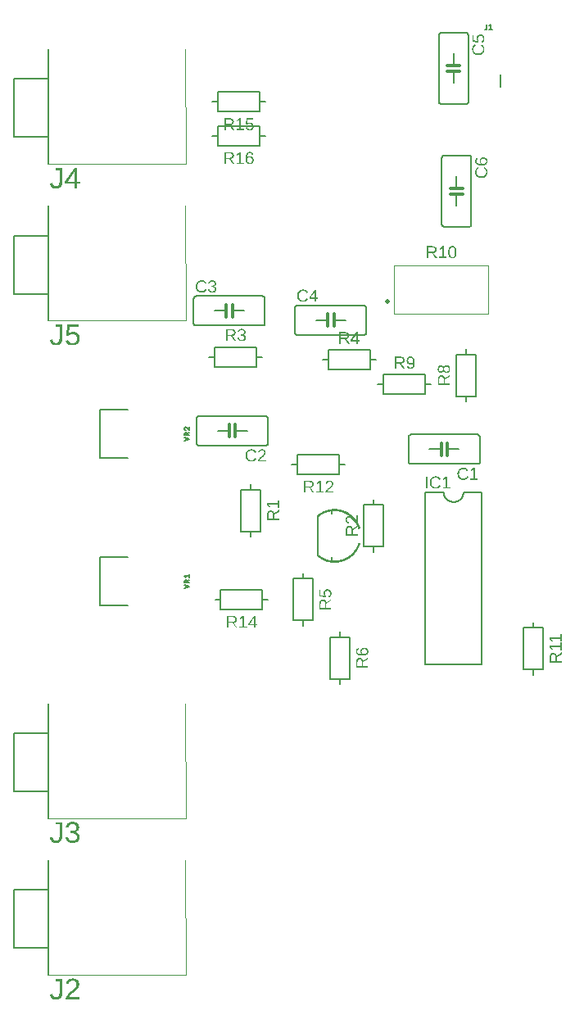
<source format=gbr>
G04 EAGLE Gerber RS-274X export*
G75*
%MOMM*%
%FSLAX34Y34*%
%LPD*%
%INSilkscreen Top*%
%IPPOS*%
%AMOC8*
5,1,8,0,0,1.08239X$1,22.5*%
G01*
G04 Define Apertures*
%ADD10C,0.304800*%
%ADD11C,0.152400*%
%ADD12C,0.203200*%
%ADD13C,0.127000*%
%ADD14C,0.101600*%
%ADD15C,0.500000*%
%ADD16C,0.120000*%
%ADD17C,0.015238*%
%ADD18C,0.200000*%
G36*
X425951Y533225D02*
X425492Y533237D01*
X425049Y533273D01*
X424622Y533334D01*
X424211Y533419D01*
X423815Y533528D01*
X423435Y533661D01*
X423071Y533818D01*
X422723Y534000D01*
X422393Y534204D01*
X422083Y534429D01*
X421793Y534675D01*
X421523Y534942D01*
X421274Y535229D01*
X421045Y535537D01*
X420836Y535866D01*
X420647Y536216D01*
X420480Y536584D01*
X420335Y536969D01*
X420212Y537371D01*
X420112Y537789D01*
X420034Y538224D01*
X419978Y538675D01*
X419945Y539143D01*
X419933Y539627D01*
X419940Y539991D01*
X419958Y540345D01*
X419989Y540689D01*
X420033Y541023D01*
X420089Y541347D01*
X420158Y541661D01*
X420239Y541965D01*
X420332Y542259D01*
X420438Y542543D01*
X420556Y542817D01*
X420830Y543335D01*
X421154Y543814D01*
X421527Y544252D01*
X421945Y544644D01*
X422401Y544984D01*
X422643Y545134D01*
X422895Y545271D01*
X423157Y545395D01*
X423428Y545506D01*
X423709Y545605D01*
X423999Y545689D01*
X424299Y545761D01*
X424608Y545820D01*
X424927Y545866D01*
X425256Y545899D01*
X425594Y545918D01*
X425942Y545925D01*
X426424Y545913D01*
X426887Y545877D01*
X427329Y545816D01*
X427750Y545732D01*
X428152Y545624D01*
X428533Y545491D01*
X428894Y545335D01*
X429235Y545154D01*
X429555Y544950D01*
X429852Y544722D01*
X430128Y544471D01*
X430382Y544197D01*
X430614Y543900D01*
X430825Y543579D01*
X431013Y543235D01*
X431179Y542868D01*
X429594Y542342D01*
X429479Y542604D01*
X429347Y542849D01*
X429199Y543079D01*
X429035Y543293D01*
X428854Y543491D01*
X428657Y543673D01*
X428444Y543839D01*
X428215Y543989D01*
X427971Y544123D01*
X427717Y544238D01*
X427452Y544336D01*
X427176Y544416D01*
X426888Y544478D01*
X426590Y544523D01*
X426280Y544549D01*
X425959Y544558D01*
X425461Y544538D01*
X424991Y544476D01*
X424550Y544373D01*
X424137Y544229D01*
X423753Y544043D01*
X423397Y543817D01*
X423070Y543549D01*
X422771Y543240D01*
X422504Y542895D01*
X422273Y542520D01*
X422077Y542114D01*
X421917Y541678D01*
X421793Y541211D01*
X421704Y540714D01*
X421650Y540186D01*
X421633Y539627D01*
X421651Y539074D01*
X421707Y538549D01*
X421799Y538051D01*
X421929Y537581D01*
X422096Y537139D01*
X422300Y536725D01*
X422541Y536338D01*
X422819Y535979D01*
X423129Y535656D01*
X423465Y535376D01*
X423827Y535139D01*
X424215Y534945D01*
X424630Y534794D01*
X425070Y534686D01*
X425537Y534621D01*
X426029Y534600D01*
X426348Y534610D01*
X426657Y534640D01*
X426956Y534690D01*
X427245Y534760D01*
X427524Y534851D01*
X427793Y534961D01*
X428051Y535091D01*
X428300Y535241D01*
X428539Y535412D01*
X428767Y535602D01*
X428986Y535813D01*
X429194Y536043D01*
X429392Y536294D01*
X429581Y536565D01*
X429759Y536855D01*
X429927Y537166D01*
X431293Y536483D01*
X431093Y536096D01*
X430874Y535734D01*
X430635Y535395D01*
X430377Y535079D01*
X430100Y534788D01*
X429803Y534521D01*
X429487Y534277D01*
X429152Y534057D01*
X428800Y533862D01*
X428434Y533693D01*
X428055Y533550D01*
X427662Y533433D01*
X427255Y533342D01*
X426834Y533277D01*
X426399Y533238D01*
X425951Y533225D01*
G37*
G36*
X441091Y533400D02*
X433358Y533400D01*
X433358Y534740D01*
X436502Y534740D01*
X436502Y544234D01*
X433717Y542246D01*
X433717Y543735D01*
X436633Y545741D01*
X438087Y545741D01*
X438087Y534740D01*
X441091Y534740D01*
X441091Y533400D01*
G37*
G36*
X206876Y552275D02*
X206417Y552287D01*
X205974Y552323D01*
X205547Y552384D01*
X205136Y552469D01*
X204740Y552578D01*
X204360Y552711D01*
X203996Y552868D01*
X203648Y553050D01*
X203318Y553254D01*
X203008Y553479D01*
X202718Y553725D01*
X202448Y553992D01*
X202199Y554279D01*
X201970Y554587D01*
X201761Y554916D01*
X201572Y555266D01*
X201405Y555634D01*
X201260Y556019D01*
X201137Y556421D01*
X201037Y556839D01*
X200959Y557274D01*
X200903Y557725D01*
X200870Y558193D01*
X200858Y558677D01*
X200865Y559041D01*
X200883Y559395D01*
X200914Y559739D01*
X200958Y560073D01*
X201014Y560397D01*
X201083Y560711D01*
X201164Y561015D01*
X201257Y561309D01*
X201363Y561593D01*
X201481Y561867D01*
X201755Y562385D01*
X202079Y562864D01*
X202452Y563302D01*
X202870Y563694D01*
X203326Y564034D01*
X203568Y564184D01*
X203820Y564321D01*
X204082Y564445D01*
X204353Y564556D01*
X204634Y564655D01*
X204924Y564739D01*
X205224Y564811D01*
X205533Y564870D01*
X205852Y564916D01*
X206181Y564949D01*
X206519Y564968D01*
X206867Y564975D01*
X207349Y564963D01*
X207812Y564927D01*
X208254Y564866D01*
X208675Y564782D01*
X209077Y564674D01*
X209458Y564541D01*
X209819Y564385D01*
X210160Y564204D01*
X210480Y564000D01*
X210777Y563772D01*
X211053Y563521D01*
X211307Y563247D01*
X211539Y562950D01*
X211750Y562629D01*
X211938Y562285D01*
X212104Y561918D01*
X210519Y561392D01*
X210404Y561654D01*
X210272Y561899D01*
X210124Y562129D01*
X209960Y562343D01*
X209779Y562541D01*
X209582Y562723D01*
X209369Y562889D01*
X209140Y563039D01*
X208896Y563173D01*
X208642Y563288D01*
X208377Y563386D01*
X208101Y563466D01*
X207813Y563528D01*
X207515Y563573D01*
X207205Y563599D01*
X206884Y563608D01*
X206386Y563588D01*
X205916Y563526D01*
X205475Y563423D01*
X205062Y563279D01*
X204678Y563093D01*
X204322Y562867D01*
X203995Y562599D01*
X203696Y562290D01*
X203429Y561945D01*
X203198Y561570D01*
X203002Y561164D01*
X202842Y560728D01*
X202718Y560261D01*
X202629Y559764D01*
X202575Y559236D01*
X202558Y558677D01*
X202576Y558124D01*
X202632Y557599D01*
X202724Y557101D01*
X202854Y556631D01*
X203021Y556189D01*
X203225Y555775D01*
X203466Y555388D01*
X203744Y555029D01*
X204054Y554706D01*
X204390Y554426D01*
X204752Y554189D01*
X205140Y553995D01*
X205555Y553844D01*
X205995Y553736D01*
X206462Y553671D01*
X206954Y553650D01*
X207273Y553660D01*
X207582Y553690D01*
X207881Y553740D01*
X208170Y553810D01*
X208449Y553901D01*
X208718Y554011D01*
X208976Y554141D01*
X209225Y554291D01*
X209464Y554462D01*
X209692Y554652D01*
X209911Y554863D01*
X210119Y555093D01*
X210317Y555344D01*
X210506Y555615D01*
X210684Y555905D01*
X210852Y556216D01*
X212218Y555533D01*
X212018Y555146D01*
X211799Y554784D01*
X211560Y554445D01*
X211302Y554129D01*
X211025Y553838D01*
X210728Y553571D01*
X210412Y553327D01*
X210077Y553107D01*
X209725Y552912D01*
X209359Y552743D01*
X208980Y552600D01*
X208587Y552483D01*
X208180Y552392D01*
X207759Y552327D01*
X207324Y552288D01*
X206876Y552275D01*
G37*
G36*
X221990Y552450D02*
X213818Y552450D01*
X213818Y553562D01*
X214054Y554060D01*
X214314Y554527D01*
X214599Y554964D01*
X214909Y555371D01*
X215235Y555754D01*
X215569Y556118D01*
X215911Y556463D01*
X216262Y556790D01*
X216968Y557402D01*
X217668Y557968D01*
X218330Y558511D01*
X218925Y559054D01*
X219191Y559329D01*
X219432Y559610D01*
X219645Y559898D01*
X219831Y560193D01*
X219982Y560500D01*
X220091Y560828D01*
X220155Y561175D01*
X220177Y561541D01*
X220168Y561788D01*
X220140Y562021D01*
X220093Y562239D01*
X220028Y562443D01*
X219944Y562633D01*
X219842Y562809D01*
X219721Y562971D01*
X219582Y563118D01*
X219425Y563249D01*
X219255Y563363D01*
X219070Y563459D01*
X218870Y563538D01*
X218656Y563600D01*
X218427Y563643D01*
X218184Y563670D01*
X217926Y563678D01*
X217680Y563670D01*
X217445Y563644D01*
X217221Y563601D01*
X217008Y563542D01*
X216806Y563465D01*
X216615Y563371D01*
X216435Y563259D01*
X216266Y563131D01*
X216112Y562987D01*
X215974Y562830D01*
X215853Y562658D01*
X215749Y562473D01*
X215661Y562274D01*
X215591Y562061D01*
X215537Y561834D01*
X215500Y561594D01*
X213888Y561743D01*
X213946Y562103D01*
X214033Y562445D01*
X214147Y562768D01*
X214290Y563072D01*
X214462Y563357D01*
X214661Y563623D01*
X214889Y563870D01*
X215145Y564099D01*
X215425Y564304D01*
X215725Y564482D01*
X216043Y564633D01*
X216381Y564756D01*
X216739Y564852D01*
X217115Y564920D01*
X217511Y564961D01*
X217926Y564975D01*
X218379Y564961D01*
X218805Y564920D01*
X219204Y564851D01*
X219576Y564755D01*
X219921Y564631D01*
X220239Y564480D01*
X220530Y564301D01*
X220795Y564094D01*
X221030Y563863D01*
X221233Y563608D01*
X221406Y563330D01*
X221547Y563029D01*
X221656Y562705D01*
X221735Y562358D01*
X221782Y561987D01*
X221797Y561594D01*
X221777Y561235D01*
X221715Y560878D01*
X221613Y560522D01*
X221469Y560166D01*
X221285Y559812D01*
X221061Y559457D01*
X220796Y559102D01*
X220492Y558747D01*
X220094Y558344D01*
X219549Y557843D01*
X218855Y557245D01*
X218014Y556549D01*
X217536Y556147D01*
X217109Y555766D01*
X216734Y555405D01*
X216411Y555064D01*
X216134Y554737D01*
X215899Y554415D01*
X215705Y554100D01*
X215553Y553790D01*
X221990Y553790D01*
X221990Y552450D01*
G37*
G36*
X155518Y726900D02*
X155059Y726912D01*
X154617Y726948D01*
X154190Y727009D01*
X153778Y727094D01*
X153383Y727203D01*
X153003Y727336D01*
X152639Y727493D01*
X152290Y727675D01*
X151960Y727879D01*
X151650Y728104D01*
X151360Y728350D01*
X151091Y728617D01*
X150841Y728904D01*
X150612Y729212D01*
X150403Y729541D01*
X150215Y729891D01*
X150047Y730259D01*
X149902Y730644D01*
X149780Y731046D01*
X149679Y731464D01*
X149601Y731899D01*
X149546Y732350D01*
X149512Y732818D01*
X149501Y733302D01*
X149507Y733666D01*
X149526Y734020D01*
X149557Y734364D01*
X149601Y734698D01*
X149657Y735022D01*
X149725Y735336D01*
X149806Y735640D01*
X149899Y735934D01*
X150005Y736218D01*
X150124Y736492D01*
X150398Y737010D01*
X150721Y737489D01*
X151095Y737927D01*
X151513Y738319D01*
X151969Y738659D01*
X152211Y738809D01*
X152463Y738946D01*
X152724Y739070D01*
X152996Y739181D01*
X153276Y739280D01*
X153566Y739364D01*
X153866Y739436D01*
X154176Y739495D01*
X154495Y739541D01*
X154823Y739574D01*
X155162Y739593D01*
X155509Y739600D01*
X155992Y739588D01*
X156454Y739552D01*
X156896Y739491D01*
X157318Y739407D01*
X157719Y739299D01*
X158101Y739166D01*
X158462Y739010D01*
X158802Y738829D01*
X159122Y738625D01*
X159420Y738397D01*
X159696Y738146D01*
X159950Y737872D01*
X160182Y737575D01*
X160392Y737254D01*
X160580Y736910D01*
X160747Y736543D01*
X159162Y736017D01*
X159046Y736279D01*
X158914Y736524D01*
X158766Y736754D01*
X158602Y736968D01*
X158422Y737166D01*
X158225Y737348D01*
X158012Y737514D01*
X157782Y737664D01*
X157539Y737798D01*
X157285Y737913D01*
X157019Y738011D01*
X156743Y738091D01*
X156456Y738153D01*
X156157Y738198D01*
X155847Y738224D01*
X155527Y738233D01*
X155029Y738213D01*
X154559Y738151D01*
X154118Y738048D01*
X153705Y737904D01*
X153321Y737718D01*
X152965Y737492D01*
X152638Y737224D01*
X152339Y736915D01*
X152072Y736570D01*
X151841Y736195D01*
X151645Y735789D01*
X151485Y735353D01*
X151360Y734886D01*
X151271Y734389D01*
X151218Y733861D01*
X151200Y733302D01*
X151219Y732749D01*
X151274Y732224D01*
X151367Y731726D01*
X151497Y731256D01*
X151664Y730814D01*
X151868Y730400D01*
X152109Y730013D01*
X152387Y729654D01*
X152697Y729331D01*
X153032Y729051D01*
X153395Y728814D01*
X153783Y728620D01*
X154197Y728469D01*
X154638Y728361D01*
X155104Y728296D01*
X155597Y728275D01*
X155916Y728285D01*
X156225Y728315D01*
X156524Y728365D01*
X156813Y728435D01*
X157091Y728526D01*
X157360Y728636D01*
X157619Y728766D01*
X157867Y728916D01*
X158106Y729087D01*
X158335Y729277D01*
X158553Y729488D01*
X158761Y729718D01*
X158960Y729969D01*
X159148Y730240D01*
X159326Y730530D01*
X159494Y730841D01*
X160861Y730158D01*
X160661Y729771D01*
X160441Y729409D01*
X160202Y729070D01*
X159944Y728754D01*
X159667Y728463D01*
X159370Y728196D01*
X159054Y727952D01*
X158719Y727732D01*
X158367Y727537D01*
X158002Y727368D01*
X157622Y727225D01*
X157229Y727108D01*
X156822Y727017D01*
X156401Y726952D01*
X155967Y726913D01*
X155518Y726900D01*
G37*
G36*
X166560Y726900D02*
X166103Y726913D01*
X165670Y726953D01*
X165261Y727019D01*
X164875Y727111D01*
X164513Y727230D01*
X164175Y727375D01*
X163860Y727547D01*
X163569Y727745D01*
X163304Y727969D01*
X163067Y728218D01*
X162859Y728493D01*
X162679Y728793D01*
X162527Y729118D01*
X162404Y729469D01*
X162309Y729844D01*
X162242Y730246D01*
X163871Y730394D01*
X163918Y730129D01*
X163982Y729881D01*
X164062Y729650D01*
X164157Y729437D01*
X164269Y729240D01*
X164397Y729060D01*
X164541Y728898D01*
X164701Y728752D01*
X164877Y728624D01*
X165069Y728513D01*
X165277Y728419D01*
X165502Y728342D01*
X165742Y728282D01*
X165999Y728239D01*
X166271Y728213D01*
X166560Y728205D01*
X166850Y728214D01*
X167123Y728242D01*
X167381Y728287D01*
X167623Y728352D01*
X167849Y728434D01*
X168058Y728535D01*
X168252Y728654D01*
X168430Y728792D01*
X168589Y728947D01*
X168727Y729121D01*
X168843Y729312D01*
X168939Y729521D01*
X169013Y729748D01*
X169066Y729992D01*
X169098Y730254D01*
X169109Y730535D01*
X169097Y730780D01*
X169060Y731011D01*
X169000Y731228D01*
X168915Y731431D01*
X168806Y731621D01*
X168673Y731797D01*
X168515Y731959D01*
X168333Y732107D01*
X168129Y732239D01*
X167903Y732354D01*
X167655Y732451D01*
X167386Y732530D01*
X167096Y732592D01*
X166784Y732636D01*
X166451Y732663D01*
X166096Y732672D01*
X165202Y732672D01*
X165202Y734038D01*
X166061Y734038D01*
X166376Y734047D01*
X166672Y734073D01*
X166951Y734117D01*
X167211Y734179D01*
X167453Y734259D01*
X167677Y734356D01*
X167883Y734471D01*
X168071Y734603D01*
X168238Y734751D01*
X168383Y734913D01*
X168506Y735088D01*
X168606Y735276D01*
X168684Y735478D01*
X168740Y735694D01*
X168773Y735924D01*
X168785Y736166D01*
X168775Y736407D01*
X168748Y736635D01*
X168703Y736850D01*
X168639Y737052D01*
X168557Y737241D01*
X168457Y737417D01*
X168339Y737580D01*
X168202Y737730D01*
X168048Y737864D01*
X167876Y737981D01*
X167686Y738079D01*
X167478Y738160D01*
X167253Y738223D01*
X167011Y738268D01*
X166750Y738294D01*
X166472Y738303D01*
X166218Y738295D01*
X165976Y738270D01*
X165747Y738228D01*
X165530Y738170D01*
X165325Y738095D01*
X165133Y738003D01*
X164953Y737894D01*
X164786Y737769D01*
X164634Y737629D01*
X164498Y737475D01*
X164379Y737307D01*
X164277Y737125D01*
X164192Y736930D01*
X164124Y736721D01*
X164072Y736499D01*
X164037Y736263D01*
X162452Y736385D01*
X162510Y736754D01*
X162596Y737101D01*
X162711Y737428D01*
X162854Y737734D01*
X163025Y738019D01*
X163225Y738284D01*
X163453Y738527D01*
X163709Y738750D01*
X163989Y738949D01*
X164288Y739122D01*
X164607Y739268D01*
X164945Y739387D01*
X165302Y739480D01*
X165679Y739547D01*
X166075Y739586D01*
X166490Y739600D01*
X166941Y739586D01*
X167366Y739546D01*
X167766Y739478D01*
X168140Y739384D01*
X168488Y739263D01*
X168809Y739114D01*
X169106Y738939D01*
X169376Y738737D01*
X169617Y738511D01*
X169826Y738263D01*
X170003Y737995D01*
X170148Y737705D01*
X170260Y737393D01*
X170341Y737061D01*
X170389Y736708D01*
X170405Y736333D01*
X170395Y736044D01*
X170364Y735769D01*
X170312Y735508D01*
X170240Y735261D01*
X170147Y735028D01*
X170033Y734808D01*
X169899Y734602D01*
X169744Y734410D01*
X169569Y734233D01*
X169375Y734070D01*
X169163Y733922D01*
X168932Y733790D01*
X168683Y733672D01*
X168414Y733569D01*
X168127Y733481D01*
X167821Y733407D01*
X167821Y733372D01*
X168157Y733325D01*
X168475Y733259D01*
X168773Y733172D01*
X169052Y733066D01*
X169311Y732940D01*
X169552Y732794D01*
X169773Y732629D01*
X169976Y732444D01*
X170156Y732243D01*
X170313Y732029D01*
X170445Y731803D01*
X170554Y731564D01*
X170638Y731312D01*
X170698Y731048D01*
X170734Y730771D01*
X170746Y730482D01*
X170729Y730067D01*
X170679Y729676D01*
X170594Y729310D01*
X170475Y728967D01*
X170322Y728648D01*
X170136Y728354D01*
X169915Y728083D01*
X169660Y727837D01*
X169374Y727617D01*
X169059Y727427D01*
X168715Y727266D01*
X168342Y727134D01*
X167940Y727032D01*
X167509Y726958D01*
X167049Y726915D01*
X166560Y726900D01*
G37*
G36*
X274050Y717550D02*
X272561Y717550D01*
X272561Y720344D01*
X266745Y720344D01*
X266745Y721570D01*
X272395Y729891D01*
X274050Y729891D01*
X274050Y721588D01*
X275784Y721588D01*
X275784Y720344D01*
X274050Y720344D01*
X274050Y717550D01*
G37*
%LPC*%
G36*
X272561Y721588D02*
X272561Y728113D01*
X272316Y727649D01*
X271974Y727071D01*
X268812Y722411D01*
X268339Y721763D01*
X268199Y721588D01*
X272561Y721588D01*
G37*
%LPD*%
G36*
X260293Y717375D02*
X259834Y717387D01*
X259392Y717423D01*
X258965Y717484D01*
X258553Y717569D01*
X258158Y717678D01*
X257778Y717811D01*
X257414Y717968D01*
X257065Y718150D01*
X256735Y718354D01*
X256425Y718579D01*
X256135Y718825D01*
X255866Y719092D01*
X255616Y719379D01*
X255387Y719687D01*
X255178Y720016D01*
X254990Y720366D01*
X254822Y720734D01*
X254677Y721119D01*
X254555Y721521D01*
X254454Y721939D01*
X254376Y722374D01*
X254321Y722825D01*
X254287Y723293D01*
X254276Y723777D01*
X254282Y724141D01*
X254301Y724495D01*
X254332Y724839D01*
X254376Y725173D01*
X254432Y725497D01*
X254500Y725811D01*
X254581Y726115D01*
X254674Y726409D01*
X254780Y726693D01*
X254899Y726967D01*
X255173Y727485D01*
X255496Y727964D01*
X255870Y728402D01*
X256288Y728794D01*
X256744Y729134D01*
X256986Y729284D01*
X257238Y729421D01*
X257499Y729545D01*
X257771Y729656D01*
X258051Y729755D01*
X258341Y729839D01*
X258641Y729911D01*
X258951Y729970D01*
X259270Y730016D01*
X259598Y730049D01*
X259937Y730068D01*
X260284Y730075D01*
X260767Y730063D01*
X261229Y730027D01*
X261671Y729966D01*
X262093Y729882D01*
X262494Y729774D01*
X262876Y729641D01*
X263237Y729485D01*
X263577Y729304D01*
X263897Y729100D01*
X264195Y728872D01*
X264471Y728621D01*
X264725Y728347D01*
X264957Y728050D01*
X265167Y727729D01*
X265355Y727385D01*
X265522Y727018D01*
X263937Y726492D01*
X263821Y726754D01*
X263689Y726999D01*
X263541Y727229D01*
X263377Y727443D01*
X263197Y727641D01*
X263000Y727823D01*
X262787Y727989D01*
X262557Y728139D01*
X262314Y728273D01*
X262060Y728388D01*
X261794Y728486D01*
X261518Y728566D01*
X261231Y728628D01*
X260932Y728673D01*
X260622Y728699D01*
X260302Y728708D01*
X259804Y728688D01*
X259334Y728626D01*
X258893Y728523D01*
X258480Y728379D01*
X258096Y728193D01*
X257740Y727967D01*
X257413Y727699D01*
X257114Y727390D01*
X256847Y727045D01*
X256616Y726670D01*
X256420Y726264D01*
X256260Y725828D01*
X256135Y725361D01*
X256046Y724864D01*
X255993Y724336D01*
X255975Y723777D01*
X255994Y723224D01*
X256049Y722699D01*
X256142Y722201D01*
X256272Y721731D01*
X256439Y721289D01*
X256643Y720875D01*
X256884Y720488D01*
X257162Y720129D01*
X257472Y719806D01*
X257807Y719526D01*
X258170Y719289D01*
X258558Y719095D01*
X258972Y718944D01*
X259413Y718836D01*
X259879Y718771D01*
X260372Y718750D01*
X260691Y718760D01*
X261000Y718790D01*
X261299Y718840D01*
X261588Y718910D01*
X261866Y719001D01*
X262135Y719111D01*
X262394Y719241D01*
X262642Y719391D01*
X262881Y719562D01*
X263110Y719752D01*
X263328Y719963D01*
X263536Y720193D01*
X263735Y720444D01*
X263923Y720715D01*
X264101Y721005D01*
X264269Y721316D01*
X265636Y720633D01*
X265436Y720246D01*
X265216Y719884D01*
X264977Y719545D01*
X264719Y719229D01*
X264442Y718938D01*
X264145Y718671D01*
X263829Y718427D01*
X263494Y718207D01*
X263142Y718012D01*
X262777Y717843D01*
X262397Y717700D01*
X262004Y717583D01*
X261597Y717492D01*
X261176Y717427D01*
X260742Y717388D01*
X260293Y717375D01*
G37*
G36*
X441448Y972383D02*
X441084Y972390D01*
X440730Y972408D01*
X440386Y972439D01*
X440052Y972483D01*
X439728Y972539D01*
X439414Y972608D01*
X439110Y972689D01*
X438816Y972782D01*
X438532Y972888D01*
X438258Y973006D01*
X437740Y973280D01*
X437261Y973604D01*
X436823Y973977D01*
X436431Y974395D01*
X436091Y974851D01*
X435941Y975093D01*
X435804Y975345D01*
X435680Y975607D01*
X435569Y975878D01*
X435471Y976159D01*
X435386Y976449D01*
X435314Y976749D01*
X435255Y977058D01*
X435209Y977377D01*
X435176Y977706D01*
X435157Y978044D01*
X435150Y978392D01*
X435162Y978874D01*
X435198Y979337D01*
X435259Y979779D01*
X435343Y980200D01*
X435451Y980602D01*
X435584Y980983D01*
X435740Y981344D01*
X435921Y981685D01*
X436125Y982005D01*
X436353Y982302D01*
X436604Y982578D01*
X436878Y982832D01*
X437175Y983064D01*
X437496Y983275D01*
X437840Y983463D01*
X438207Y983629D01*
X438733Y982044D01*
X438471Y981929D01*
X438226Y981797D01*
X437996Y981649D01*
X437782Y981485D01*
X437584Y981304D01*
X437402Y981107D01*
X437236Y980894D01*
X437086Y980665D01*
X436953Y980421D01*
X436837Y980167D01*
X436739Y979902D01*
X436659Y979626D01*
X436597Y979338D01*
X436552Y979040D01*
X436526Y978730D01*
X436517Y978409D01*
X436537Y977911D01*
X436599Y977441D01*
X436702Y977000D01*
X436846Y976587D01*
X437032Y976203D01*
X437258Y975847D01*
X437526Y975520D01*
X437835Y975221D01*
X438180Y974954D01*
X438555Y974723D01*
X438961Y974527D01*
X439397Y974367D01*
X439864Y974243D01*
X440361Y974154D01*
X440889Y974100D01*
X441448Y974083D01*
X442001Y974101D01*
X442526Y974157D01*
X443024Y974249D01*
X443494Y974379D01*
X443936Y974546D01*
X444350Y974750D01*
X444737Y974991D01*
X445096Y975269D01*
X445419Y975579D01*
X445699Y975915D01*
X445936Y976277D01*
X446130Y976665D01*
X446281Y977080D01*
X446389Y977520D01*
X446454Y977987D01*
X446475Y978479D01*
X446465Y978798D01*
X446435Y979107D01*
X446385Y979406D01*
X446315Y979695D01*
X446224Y979974D01*
X446114Y980243D01*
X445984Y980501D01*
X445834Y980750D01*
X445663Y980989D01*
X445473Y981217D01*
X445262Y981436D01*
X445032Y981644D01*
X444781Y981842D01*
X444510Y982031D01*
X444220Y982209D01*
X443909Y982377D01*
X444592Y983743D01*
X444979Y983543D01*
X445341Y983324D01*
X445680Y983085D01*
X445996Y982827D01*
X446287Y982550D01*
X446554Y982253D01*
X446798Y981937D01*
X447018Y981602D01*
X447213Y981250D01*
X447382Y980884D01*
X447525Y980505D01*
X447642Y980112D01*
X447733Y979705D01*
X447798Y979284D01*
X447837Y978849D01*
X447850Y978401D01*
X447838Y977942D01*
X447802Y977499D01*
X447741Y977072D01*
X447656Y976661D01*
X447547Y976265D01*
X447414Y975885D01*
X447257Y975521D01*
X447075Y975173D01*
X446871Y974843D01*
X446646Y974533D01*
X446400Y974243D01*
X446134Y973973D01*
X445846Y973724D01*
X445538Y973495D01*
X445209Y973286D01*
X444859Y973097D01*
X444491Y972930D01*
X444106Y972785D01*
X443704Y972662D01*
X443286Y972562D01*
X442851Y972484D01*
X442400Y972428D01*
X441932Y972395D01*
X441448Y972383D01*
G37*
G36*
X444916Y985159D02*
X444732Y986754D01*
X444954Y986822D01*
X445161Y986903D01*
X445354Y986996D01*
X445533Y987101D01*
X445697Y987219D01*
X445848Y987348D01*
X445984Y987490D01*
X446105Y987645D01*
X446212Y987811D01*
X446305Y987990D01*
X446384Y988181D01*
X446448Y988384D01*
X446498Y988600D01*
X446534Y988828D01*
X446556Y989068D01*
X446563Y989320D01*
X446551Y989629D01*
X446515Y989920D01*
X446455Y990195D01*
X446371Y990452D01*
X446263Y990692D01*
X446132Y990914D01*
X445976Y991120D01*
X445796Y991308D01*
X445596Y991476D01*
X445377Y991622D01*
X445141Y991746D01*
X444887Y991847D01*
X444614Y991925D01*
X444324Y991981D01*
X444016Y992015D01*
X443690Y992026D01*
X443406Y992015D01*
X443135Y991981D01*
X442879Y991925D01*
X442637Y991846D01*
X442408Y991744D01*
X442194Y991620D01*
X441993Y991473D01*
X441807Y991304D01*
X441638Y991115D01*
X441493Y990911D01*
X441369Y990691D01*
X441268Y990455D01*
X441190Y990204D01*
X441133Y989936D01*
X441100Y989653D01*
X441089Y989355D01*
X441101Y989041D01*
X441139Y988737D01*
X441202Y988445D01*
X441290Y988164D01*
X441408Y987888D01*
X441562Y987612D01*
X441750Y987336D01*
X441973Y987060D01*
X441973Y985519D01*
X435334Y985930D01*
X435334Y992946D01*
X436674Y992946D01*
X436674Y987367D01*
X440589Y987130D01*
X440405Y987394D01*
X440245Y987674D01*
X440109Y987969D01*
X439998Y988280D01*
X439912Y988606D01*
X439850Y988948D01*
X439813Y989306D01*
X439801Y989679D01*
X439818Y990123D01*
X439868Y990543D01*
X439951Y990941D01*
X440068Y991316D01*
X440218Y991667D01*
X440402Y991995D01*
X440619Y992300D01*
X440870Y992582D01*
X441147Y992836D01*
X441444Y993056D01*
X441762Y993241D01*
X442100Y993394D01*
X442458Y993512D01*
X442837Y993596D01*
X443236Y993647D01*
X443655Y993664D01*
X444130Y993646D01*
X444579Y993591D01*
X445003Y993501D01*
X445400Y993374D01*
X445771Y993211D01*
X446117Y993011D01*
X446436Y992775D01*
X446729Y992503D01*
X446992Y992199D01*
X447220Y991867D01*
X447412Y991507D01*
X447570Y991119D01*
X447693Y990702D01*
X447780Y990258D01*
X447833Y989785D01*
X447850Y989285D01*
X447838Y988864D01*
X447803Y988464D01*
X447744Y988084D01*
X447662Y987726D01*
X447556Y987388D01*
X447427Y987071D01*
X447274Y986775D01*
X447097Y986500D01*
X446898Y986247D01*
X446678Y986018D01*
X446437Y985814D01*
X446175Y985635D01*
X445892Y985479D01*
X445588Y985348D01*
X445262Y985242D01*
X444916Y985159D01*
G37*
G36*
X444964Y858352D02*
X444186Y858370D01*
X443455Y858424D01*
X442769Y858513D01*
X442131Y858639D01*
X441539Y858800D01*
X440993Y858998D01*
X440494Y859231D01*
X440042Y859500D01*
X439640Y859802D01*
X439291Y860134D01*
X438996Y860497D01*
X438754Y860890D01*
X438567Y861313D01*
X438493Y861537D01*
X438433Y861767D01*
X438386Y862006D01*
X438352Y862252D01*
X438332Y862505D01*
X438325Y862766D01*
X438335Y863108D01*
X438365Y863433D01*
X438414Y863742D01*
X438482Y864034D01*
X438571Y864311D01*
X438679Y864571D01*
X438806Y864816D01*
X438954Y865044D01*
X439121Y865256D01*
X439307Y865451D01*
X439513Y865631D01*
X439739Y865795D01*
X439985Y865942D01*
X440250Y866073D01*
X440535Y866188D01*
X440839Y866287D01*
X441111Y864781D01*
X440757Y864648D01*
X440451Y864480D01*
X440193Y864278D01*
X439981Y864041D01*
X439816Y863770D01*
X439698Y863464D01*
X439628Y863124D01*
X439604Y862749D01*
X439624Y862421D01*
X439683Y862113D01*
X439781Y861823D01*
X439918Y861552D01*
X440095Y861301D01*
X440311Y861068D01*
X440566Y860855D01*
X440861Y860660D01*
X441193Y860487D01*
X441560Y860336D01*
X441962Y860209D01*
X442399Y860105D01*
X442872Y860024D01*
X443379Y859966D01*
X443922Y859931D01*
X444500Y859920D01*
X444125Y860156D01*
X443798Y860437D01*
X443519Y860761D01*
X443287Y861129D01*
X443105Y861533D01*
X442975Y861965D01*
X442930Y862192D01*
X442897Y862426D01*
X442877Y862667D01*
X442871Y862915D01*
X442888Y863331D01*
X442938Y863725D01*
X443021Y864097D01*
X443138Y864447D01*
X443288Y864775D01*
X443472Y865081D01*
X443689Y865364D01*
X443940Y865626D01*
X444218Y865861D01*
X444520Y866065D01*
X444844Y866237D01*
X445192Y866378D01*
X445563Y866488D01*
X445956Y866566D01*
X446373Y866613D01*
X446812Y866629D01*
X447288Y866612D01*
X447737Y866563D01*
X448161Y866480D01*
X448560Y866364D01*
X448932Y866215D01*
X449279Y866033D01*
X449600Y865818D01*
X449895Y865569D01*
X450160Y865292D01*
X450390Y864989D01*
X450584Y864661D01*
X450743Y864308D01*
X450866Y863930D01*
X450955Y863526D01*
X451008Y863098D01*
X451025Y862644D01*
X451019Y862387D01*
X451001Y862138D01*
X450928Y861663D01*
X450807Y861218D01*
X450638Y860805D01*
X450420Y860421D01*
X450153Y860069D01*
X449838Y859747D01*
X449475Y859456D01*
X449065Y859197D01*
X448612Y858973D01*
X448114Y858783D01*
X447572Y858628D01*
X446986Y858507D01*
X446356Y858421D01*
X445682Y858369D01*
X444964Y858352D01*
G37*
%LPC*%
G36*
X446506Y860078D02*
X446855Y860089D01*
X447187Y860122D01*
X447504Y860177D01*
X447804Y860254D01*
X448088Y860353D01*
X448357Y860474D01*
X448609Y860617D01*
X448844Y860783D01*
X449058Y860965D01*
X449243Y861160D01*
X449399Y861367D01*
X449527Y861587D01*
X449627Y861820D01*
X449698Y862064D01*
X449741Y862322D01*
X449755Y862591D01*
X449743Y862868D01*
X449707Y863130D01*
X449647Y863376D01*
X449564Y863607D01*
X449456Y863823D01*
X449324Y864023D01*
X449168Y864208D01*
X448989Y864378D01*
X448788Y864530D01*
X448570Y864662D01*
X448333Y864773D01*
X448079Y864864D01*
X447807Y864935D01*
X447517Y864986D01*
X447208Y865016D01*
X446882Y865026D01*
X446557Y865016D01*
X446251Y864985D01*
X445964Y864934D01*
X445696Y864862D01*
X445447Y864770D01*
X445217Y864657D01*
X445007Y864523D01*
X444815Y864369D01*
X444645Y864197D01*
X444497Y864009D01*
X444372Y863804D01*
X444270Y863583D01*
X444191Y863346D01*
X444134Y863093D01*
X444100Y862824D01*
X444088Y862539D01*
X444098Y862269D01*
X444129Y862013D01*
X444179Y861771D01*
X444249Y861541D01*
X444340Y861325D01*
X444451Y861122D01*
X444581Y860933D01*
X444732Y860756D01*
X444901Y860597D01*
X445084Y860459D01*
X445283Y860343D01*
X445497Y860247D01*
X445727Y860173D01*
X445971Y860120D01*
X446231Y860088D01*
X446506Y860078D01*
G37*
%LPD*%
G36*
X444623Y845383D02*
X444259Y845390D01*
X443905Y845408D01*
X443561Y845439D01*
X443227Y845483D01*
X442903Y845539D01*
X442589Y845608D01*
X442285Y845689D01*
X441991Y845782D01*
X441707Y845888D01*
X441433Y846006D01*
X440915Y846280D01*
X440436Y846604D01*
X439998Y846977D01*
X439606Y847395D01*
X439266Y847851D01*
X439116Y848093D01*
X438979Y848345D01*
X438855Y848607D01*
X438744Y848878D01*
X438646Y849159D01*
X438561Y849449D01*
X438489Y849749D01*
X438430Y850058D01*
X438384Y850377D01*
X438351Y850706D01*
X438332Y851044D01*
X438325Y851392D01*
X438337Y851874D01*
X438373Y852337D01*
X438434Y852779D01*
X438518Y853200D01*
X438626Y853602D01*
X438759Y853983D01*
X438915Y854344D01*
X439096Y854685D01*
X439300Y855005D01*
X439528Y855302D01*
X439779Y855578D01*
X440053Y855832D01*
X440350Y856064D01*
X440671Y856275D01*
X441015Y856463D01*
X441382Y856629D01*
X441908Y855044D01*
X441646Y854929D01*
X441401Y854797D01*
X441171Y854649D01*
X440957Y854485D01*
X440759Y854304D01*
X440577Y854107D01*
X440411Y853894D01*
X440261Y853665D01*
X440128Y853421D01*
X440012Y853167D01*
X439914Y852902D01*
X439834Y852626D01*
X439772Y852338D01*
X439727Y852040D01*
X439701Y851730D01*
X439692Y851409D01*
X439712Y850911D01*
X439774Y850441D01*
X439877Y850000D01*
X440021Y849587D01*
X440207Y849203D01*
X440433Y848847D01*
X440701Y848520D01*
X441010Y848221D01*
X441355Y847954D01*
X441730Y847723D01*
X442136Y847527D01*
X442572Y847367D01*
X443039Y847243D01*
X443536Y847154D01*
X444064Y847100D01*
X444623Y847083D01*
X445176Y847101D01*
X445701Y847157D01*
X446199Y847249D01*
X446669Y847379D01*
X447111Y847546D01*
X447525Y847750D01*
X447912Y847991D01*
X448271Y848269D01*
X448594Y848579D01*
X448874Y848915D01*
X449111Y849277D01*
X449305Y849665D01*
X449456Y850080D01*
X449564Y850520D01*
X449629Y850987D01*
X449650Y851479D01*
X449640Y851798D01*
X449610Y852107D01*
X449560Y852406D01*
X449490Y852695D01*
X449399Y852974D01*
X449289Y853243D01*
X449159Y853501D01*
X449009Y853750D01*
X448838Y853989D01*
X448648Y854217D01*
X448437Y854436D01*
X448207Y854644D01*
X447956Y854842D01*
X447685Y855031D01*
X447395Y855209D01*
X447084Y855377D01*
X447767Y856743D01*
X448154Y856543D01*
X448516Y856324D01*
X448855Y856085D01*
X449171Y855827D01*
X449462Y855550D01*
X449729Y855253D01*
X449973Y854937D01*
X450193Y854602D01*
X450388Y854250D01*
X450557Y853884D01*
X450700Y853505D01*
X450817Y853112D01*
X450908Y852705D01*
X450973Y852284D01*
X451012Y851849D01*
X451025Y851401D01*
X451013Y850942D01*
X450977Y850499D01*
X450916Y850072D01*
X450831Y849661D01*
X450722Y849265D01*
X450589Y848885D01*
X450432Y848521D01*
X450250Y848173D01*
X450046Y847843D01*
X449821Y847533D01*
X449575Y847243D01*
X449309Y846973D01*
X449021Y846724D01*
X448713Y846495D01*
X448384Y846286D01*
X448034Y846097D01*
X447666Y845930D01*
X447281Y845785D01*
X446879Y845662D01*
X446461Y845562D01*
X446026Y845484D01*
X445575Y845428D01*
X445107Y845395D01*
X444623Y845383D01*
G37*
G36*
X397342Y524335D02*
X396883Y524347D01*
X396440Y524383D01*
X396013Y524444D01*
X395602Y524529D01*
X395207Y524638D01*
X394827Y524771D01*
X394463Y524928D01*
X394114Y525110D01*
X393784Y525314D01*
X393474Y525539D01*
X393184Y525785D01*
X392914Y526052D01*
X392665Y526339D01*
X392436Y526647D01*
X392227Y526976D01*
X392038Y527326D01*
X391871Y527694D01*
X391726Y528079D01*
X391603Y528481D01*
X391503Y528899D01*
X391425Y529334D01*
X391369Y529785D01*
X391336Y530253D01*
X391325Y530737D01*
X391331Y531101D01*
X391350Y531455D01*
X391381Y531799D01*
X391424Y532133D01*
X391480Y532457D01*
X391549Y532771D01*
X391630Y533075D01*
X391723Y533369D01*
X391829Y533653D01*
X391947Y533927D01*
X392221Y534445D01*
X392545Y534924D01*
X392919Y535362D01*
X393336Y535754D01*
X393792Y536094D01*
X394035Y536244D01*
X394287Y536381D01*
X394548Y536505D01*
X394819Y536616D01*
X395100Y536715D01*
X395390Y536799D01*
X395690Y536871D01*
X396000Y536930D01*
X396319Y536976D01*
X396647Y537009D01*
X396985Y537028D01*
X397333Y537035D01*
X397816Y537023D01*
X398278Y536987D01*
X398720Y536926D01*
X399142Y536842D01*
X399543Y536734D01*
X399924Y536601D01*
X400285Y536445D01*
X400626Y536264D01*
X400946Y536060D01*
X401244Y535832D01*
X401520Y535581D01*
X401774Y535307D01*
X402006Y535010D01*
X402216Y534689D01*
X402404Y534345D01*
X402571Y533978D01*
X400985Y533452D01*
X400870Y533714D01*
X400738Y533959D01*
X400590Y534189D01*
X400426Y534403D01*
X400245Y534601D01*
X400048Y534783D01*
X399835Y534949D01*
X399606Y535099D01*
X399363Y535233D01*
X399109Y535348D01*
X398843Y535446D01*
X398567Y535526D01*
X398279Y535588D01*
X397981Y535633D01*
X397671Y535659D01*
X397351Y535668D01*
X396852Y535648D01*
X396383Y535586D01*
X395941Y535483D01*
X395529Y535339D01*
X395144Y535153D01*
X394789Y534927D01*
X394461Y534659D01*
X394162Y534350D01*
X393896Y534005D01*
X393664Y533630D01*
X393469Y533224D01*
X393308Y532788D01*
X393184Y532321D01*
X393095Y531824D01*
X393042Y531296D01*
X393024Y530737D01*
X393042Y530184D01*
X393098Y529659D01*
X393191Y529161D01*
X393320Y528691D01*
X393487Y528249D01*
X393691Y527835D01*
X393932Y527448D01*
X394211Y527089D01*
X394520Y526766D01*
X394856Y526486D01*
X395218Y526249D01*
X395606Y526055D01*
X396021Y525904D01*
X396461Y525796D01*
X396928Y525731D01*
X397421Y525710D01*
X397740Y525720D01*
X398049Y525750D01*
X398348Y525800D01*
X398636Y525870D01*
X398915Y525961D01*
X399184Y526071D01*
X399443Y526201D01*
X399691Y526351D01*
X399930Y526522D01*
X400158Y526712D01*
X400377Y526923D01*
X400585Y527153D01*
X400783Y527404D01*
X400972Y527675D01*
X401150Y527965D01*
X401318Y528276D01*
X402684Y527593D01*
X402484Y527206D01*
X402265Y526844D01*
X402026Y526505D01*
X401768Y526189D01*
X401491Y525898D01*
X401194Y525631D01*
X400878Y525387D01*
X400543Y525167D01*
X400191Y524972D01*
X399826Y524803D01*
X399446Y524660D01*
X399053Y524543D01*
X398646Y524452D01*
X398225Y524387D01*
X397790Y524348D01*
X397342Y524335D01*
G37*
G36*
X412483Y524510D02*
X404749Y524510D01*
X404749Y525850D01*
X407893Y525850D01*
X407893Y535344D01*
X405108Y533356D01*
X405108Y534845D01*
X408025Y536851D01*
X409478Y536851D01*
X409478Y525850D01*
X412483Y525850D01*
X412483Y524510D01*
G37*
G36*
X388773Y524510D02*
X387100Y524510D01*
X387100Y536851D01*
X388773Y536851D01*
X388773Y524510D01*
G37*
G36*
X29267Y-3551D02*
X15201Y-3551D01*
X15201Y-1637D01*
X15607Y-781D01*
X16055Y23D01*
X16545Y776D01*
X17078Y1476D01*
X17639Y2135D01*
X18215Y2762D01*
X18804Y3356D01*
X19407Y3919D01*
X20623Y4972D01*
X21827Y5946D01*
X22412Y6414D01*
X22967Y6881D01*
X23493Y7348D01*
X23990Y7816D01*
X24450Y8289D01*
X24863Y8773D01*
X25230Y9269D01*
X25551Y9776D01*
X25690Y10036D01*
X25811Y10305D01*
X25914Y10583D01*
X25997Y10869D01*
X26062Y11163D01*
X26109Y11466D01*
X26137Y11777D01*
X26146Y12097D01*
X26130Y12522D01*
X26082Y12923D01*
X26002Y13299D01*
X25890Y13650D01*
X25746Y13977D01*
X25570Y14279D01*
X25361Y14557D01*
X25121Y14811D01*
X24852Y15037D01*
X24559Y15233D01*
X24240Y15399D01*
X23896Y15534D01*
X23528Y15640D01*
X23134Y15715D01*
X22715Y15761D01*
X22272Y15776D01*
X21848Y15761D01*
X21443Y15717D01*
X21057Y15643D01*
X20691Y15540D01*
X20343Y15408D01*
X20015Y15246D01*
X19705Y15054D01*
X19415Y14833D01*
X19149Y14586D01*
X18911Y14315D01*
X18703Y14020D01*
X18524Y13701D01*
X18373Y13358D01*
X18252Y12992D01*
X18159Y12602D01*
X18096Y12188D01*
X15322Y12444D01*
X15422Y13065D01*
X15570Y13653D01*
X15767Y14209D01*
X16013Y14732D01*
X16308Y15222D01*
X16652Y15681D01*
X17044Y16106D01*
X17485Y16499D01*
X17967Y16853D01*
X18483Y17159D01*
X19031Y17418D01*
X19613Y17630D01*
X20228Y17795D01*
X20876Y17913D01*
X21557Y17983D01*
X22272Y18007D01*
X22667Y18001D01*
X23051Y17983D01*
X23424Y17954D01*
X23785Y17912D01*
X24134Y17859D01*
X24471Y17794D01*
X24797Y17717D01*
X25112Y17628D01*
X25414Y17527D01*
X25706Y17415D01*
X25985Y17291D01*
X26253Y17155D01*
X26510Y17007D01*
X26754Y16847D01*
X26987Y16675D01*
X27209Y16492D01*
X27614Y16093D01*
X27796Y15879D01*
X27964Y15655D01*
X28119Y15420D01*
X28261Y15176D01*
X28389Y14922D01*
X28504Y14658D01*
X28605Y14384D01*
X28692Y14100D01*
X28767Y13806D01*
X28827Y13503D01*
X28875Y13189D01*
X28908Y12865D01*
X28928Y12531D01*
X28935Y12188D01*
X28926Y11879D01*
X28900Y11571D01*
X28856Y11263D01*
X28794Y10955D01*
X28714Y10648D01*
X28617Y10342D01*
X28502Y10036D01*
X28370Y9730D01*
X28053Y9120D01*
X27667Y8509D01*
X27212Y7899D01*
X26689Y7288D01*
X26004Y6594D01*
X25065Y5732D01*
X23871Y4702D01*
X22423Y3504D01*
X21600Y2813D01*
X20866Y2157D01*
X20221Y1535D01*
X19664Y949D01*
X19187Y385D01*
X18782Y-169D01*
X18448Y-712D01*
X18186Y-1245D01*
X29267Y-1245D01*
X29267Y-3551D01*
G37*
G36*
X5101Y-3853D02*
X4443Y-3831D01*
X3820Y-3766D01*
X3231Y-3657D01*
X2676Y-3504D01*
X2156Y-3308D01*
X1670Y-3068D01*
X1218Y-2785D01*
X800Y-2458D01*
X417Y-2088D01*
X68Y-1674D01*
X-247Y-1216D01*
X-527Y-715D01*
X-774Y-171D01*
X-986Y418D01*
X-1163Y1050D01*
X-1307Y1725D01*
X1513Y2192D01*
X1591Y1767D01*
X1691Y1366D01*
X1811Y989D01*
X1954Y636D01*
X2117Y307D01*
X2301Y2D01*
X2507Y-279D01*
X2734Y-536D01*
X2979Y-766D01*
X3239Y-965D01*
X3514Y-1133D01*
X3804Y-1271D01*
X4109Y-1378D01*
X4430Y-1455D01*
X4765Y-1501D01*
X5116Y-1516D01*
X5497Y-1499D01*
X5858Y-1449D01*
X6198Y-1365D01*
X6518Y-1247D01*
X6816Y-1095D01*
X7094Y-910D01*
X7352Y-691D01*
X7588Y-438D01*
X7800Y-153D01*
X7984Y163D01*
X8139Y511D01*
X8266Y890D01*
X8365Y1301D01*
X8436Y1743D01*
X8478Y2216D01*
X8493Y2720D01*
X8493Y15338D01*
X4407Y15338D01*
X4407Y17690D01*
X11357Y17690D01*
X11357Y2780D01*
X11350Y2399D01*
X11331Y2028D01*
X11298Y1668D01*
X11252Y1318D01*
X11194Y978D01*
X11122Y648D01*
X11037Y329D01*
X10939Y20D01*
X10827Y-279D01*
X10703Y-567D01*
X10566Y-846D01*
X10416Y-1113D01*
X10252Y-1371D01*
X10076Y-1618D01*
X9886Y-1855D01*
X9684Y-2081D01*
X9470Y-2296D01*
X9246Y-2497D01*
X9013Y-2683D01*
X8770Y-2856D01*
X8517Y-3016D01*
X8255Y-3161D01*
X7983Y-3292D01*
X7701Y-3410D01*
X7410Y-3514D01*
X7109Y-3604D01*
X6798Y-3680D01*
X6478Y-3742D01*
X6148Y-3791D01*
X5809Y-3825D01*
X5459Y-3846D01*
X5101Y-3853D01*
G37*
G36*
X22257Y158072D02*
X21471Y158095D01*
X20725Y158163D01*
X20020Y158277D01*
X19356Y158436D01*
X18733Y158640D01*
X18151Y158890D01*
X17609Y159186D01*
X17108Y159527D01*
X16652Y159912D01*
X16245Y160342D01*
X15886Y160814D01*
X15576Y161330D01*
X15440Y161605D01*
X15315Y161890D01*
X15203Y162186D01*
X15103Y162494D01*
X15015Y162812D01*
X14939Y163141D01*
X14876Y163480D01*
X14824Y163831D01*
X17628Y164087D01*
X17710Y163631D01*
X17819Y163204D01*
X17957Y162806D01*
X18121Y162438D01*
X18314Y162100D01*
X18534Y161791D01*
X18781Y161511D01*
X19057Y161261D01*
X19360Y161040D01*
X19691Y160848D01*
X20049Y160686D01*
X20435Y160554D01*
X20849Y160451D01*
X21291Y160377D01*
X21760Y160333D01*
X22257Y160318D01*
X22755Y160334D01*
X23227Y160382D01*
X23670Y160460D01*
X24086Y160571D01*
X24475Y160713D01*
X24836Y160887D01*
X25169Y161092D01*
X25475Y161328D01*
X25749Y161596D01*
X25987Y161895D01*
X26187Y162224D01*
X26352Y162584D01*
X26479Y162974D01*
X26571Y163395D01*
X26625Y163846D01*
X26644Y164329D01*
X26623Y164750D01*
X26560Y165148D01*
X26456Y165522D01*
X26310Y165872D01*
X26123Y166198D01*
X25893Y166501D01*
X25622Y166780D01*
X25310Y167035D01*
X24957Y167263D01*
X24568Y167460D01*
X24142Y167627D01*
X23679Y167764D01*
X23179Y167870D01*
X22643Y167946D01*
X22069Y167992D01*
X21458Y168007D01*
X19920Y168007D01*
X19920Y170359D01*
X21397Y170359D01*
X21940Y170374D01*
X22450Y170420D01*
X22930Y170496D01*
X23378Y170602D01*
X23795Y170739D01*
X24180Y170906D01*
X24534Y171103D01*
X24857Y171331D01*
X25145Y171586D01*
X25395Y171864D01*
X25606Y172165D01*
X25779Y172490D01*
X25913Y172838D01*
X26009Y173210D01*
X26067Y173604D01*
X26086Y174022D01*
X26070Y174437D01*
X26023Y174829D01*
X25945Y175199D01*
X25835Y175547D01*
X25694Y175872D01*
X25522Y176175D01*
X25318Y176455D01*
X25083Y176713D01*
X24818Y176945D01*
X24521Y177145D01*
X24195Y177315D01*
X23838Y177454D01*
X23450Y177562D01*
X23033Y177639D01*
X22584Y177685D01*
X22106Y177701D01*
X21668Y177686D01*
X21252Y177643D01*
X20857Y177571D01*
X20483Y177471D01*
X20131Y177341D01*
X19801Y177183D01*
X19492Y176997D01*
X19204Y176781D01*
X18941Y176539D01*
X18708Y176274D01*
X18503Y175985D01*
X18328Y175673D01*
X18181Y175337D01*
X18063Y174978D01*
X17975Y174595D01*
X17915Y174188D01*
X15186Y174399D01*
X15230Y174721D01*
X15286Y175033D01*
X15434Y175632D01*
X15632Y176194D01*
X15878Y176721D01*
X16173Y177212D01*
X16516Y177667D01*
X16908Y178086D01*
X17350Y178470D01*
X17832Y178812D01*
X18347Y179109D01*
X18895Y179361D01*
X19477Y179566D01*
X20092Y179726D01*
X20740Y179840D01*
X21422Y179909D01*
X22136Y179932D01*
X22913Y179909D01*
X23645Y179839D01*
X24333Y179723D01*
X24976Y179561D01*
X25575Y179352D01*
X26129Y179097D01*
X26638Y178795D01*
X27104Y178447D01*
X27519Y178057D01*
X27879Y177631D01*
X28038Y177405D01*
X28183Y177169D01*
X28314Y176924D01*
X28432Y176670D01*
X28536Y176407D01*
X28626Y176134D01*
X28702Y175853D01*
X28764Y175562D01*
X28813Y175263D01*
X28847Y174954D01*
X28868Y174636D01*
X28875Y174309D01*
X28857Y173812D01*
X28804Y173339D01*
X28715Y172889D01*
X28590Y172464D01*
X28430Y172062D01*
X28235Y171684D01*
X28003Y171330D01*
X27737Y171000D01*
X27436Y170694D01*
X27103Y170414D01*
X26738Y170160D01*
X26340Y169931D01*
X25911Y169728D01*
X25448Y169551D01*
X24954Y169399D01*
X24428Y169273D01*
X24428Y169213D01*
X25007Y169132D01*
X25553Y169017D01*
X26066Y168868D01*
X26546Y168685D01*
X26993Y168469D01*
X27407Y168218D01*
X27788Y167934D01*
X28136Y167615D01*
X28447Y167269D01*
X28717Y166901D01*
X28945Y166511D01*
X29131Y166100D01*
X29276Y165667D01*
X29380Y165212D01*
X29442Y164736D01*
X29463Y164238D01*
X29456Y163876D01*
X29434Y163524D01*
X29397Y163182D01*
X29346Y162851D01*
X29280Y162530D01*
X29200Y162220D01*
X29105Y161920D01*
X28996Y161630D01*
X28871Y161351D01*
X28733Y161082D01*
X28579Y160823D01*
X28411Y160575D01*
X28229Y160337D01*
X28032Y160109D01*
X27820Y159892D01*
X27593Y159685D01*
X27354Y159490D01*
X27101Y159307D01*
X26836Y159137D01*
X26559Y158980D01*
X26269Y158835D01*
X25967Y158702D01*
X25652Y158583D01*
X25325Y158475D01*
X24985Y158381D01*
X24633Y158299D01*
X24268Y158230D01*
X23891Y158173D01*
X23501Y158129D01*
X23099Y158097D01*
X22684Y158078D01*
X22257Y158072D01*
G37*
G36*
X5101Y158072D02*
X4443Y158094D01*
X3820Y158159D01*
X3231Y158268D01*
X2676Y158421D01*
X2156Y158617D01*
X1670Y158857D01*
X1218Y159140D01*
X800Y159467D01*
X417Y159837D01*
X68Y160251D01*
X-247Y160709D01*
X-527Y161210D01*
X-774Y161754D01*
X-986Y162343D01*
X-1163Y162975D01*
X-1307Y163650D01*
X1513Y164117D01*
X1591Y163692D01*
X1691Y163291D01*
X1811Y162914D01*
X1954Y162561D01*
X2117Y162232D01*
X2301Y161927D01*
X2507Y161646D01*
X2734Y161389D01*
X2979Y161159D01*
X3239Y160960D01*
X3514Y160792D01*
X3804Y160654D01*
X4109Y160547D01*
X4430Y160470D01*
X4765Y160424D01*
X5116Y160409D01*
X5497Y160426D01*
X5858Y160476D01*
X6198Y160560D01*
X6518Y160678D01*
X6816Y160830D01*
X7094Y161015D01*
X7352Y161234D01*
X7588Y161487D01*
X7800Y161772D01*
X7984Y162088D01*
X8139Y162436D01*
X8266Y162815D01*
X8365Y163226D01*
X8436Y163668D01*
X8478Y164141D01*
X8493Y164645D01*
X8493Y177263D01*
X4407Y177263D01*
X4407Y179615D01*
X11357Y179615D01*
X11357Y164705D01*
X11350Y164324D01*
X11331Y163953D01*
X11298Y163593D01*
X11252Y163243D01*
X11194Y162903D01*
X11122Y162573D01*
X11037Y162254D01*
X10939Y161945D01*
X10827Y161646D01*
X10703Y161358D01*
X10566Y161079D01*
X10416Y160812D01*
X10252Y160554D01*
X10076Y160307D01*
X9886Y160070D01*
X9684Y159844D01*
X9470Y159629D01*
X9246Y159428D01*
X9013Y159242D01*
X8770Y159069D01*
X8517Y158909D01*
X8255Y158764D01*
X7983Y158633D01*
X7701Y158515D01*
X7410Y158411D01*
X7109Y158321D01*
X6798Y158245D01*
X6478Y158183D01*
X6148Y158134D01*
X5809Y158100D01*
X5459Y158079D01*
X5101Y158072D01*
G37*
G36*
X26930Y834649D02*
X24367Y834649D01*
X24367Y839458D01*
X14357Y839458D01*
X14357Y841568D01*
X24081Y855890D01*
X26930Y855890D01*
X26930Y841599D01*
X29915Y841599D01*
X29915Y839458D01*
X26930Y839458D01*
X26930Y834649D01*
G37*
%LPC*%
G36*
X24367Y841599D02*
X24367Y852830D01*
X23945Y852031D01*
X23602Y851428D01*
X23357Y851036D01*
X17915Y843016D01*
X17101Y841900D01*
X16860Y841599D01*
X24367Y841599D01*
G37*
%LPD*%
G36*
X5101Y834347D02*
X4443Y834369D01*
X3820Y834434D01*
X3231Y834543D01*
X2676Y834696D01*
X2156Y834892D01*
X1670Y835132D01*
X1218Y835415D01*
X800Y835742D01*
X417Y836112D01*
X68Y836526D01*
X-247Y836984D01*
X-527Y837485D01*
X-774Y838029D01*
X-986Y838618D01*
X-1163Y839250D01*
X-1307Y839925D01*
X1513Y840392D01*
X1591Y839967D01*
X1691Y839566D01*
X1811Y839189D01*
X1954Y838836D01*
X2117Y838507D01*
X2301Y838202D01*
X2507Y837921D01*
X2734Y837664D01*
X2979Y837434D01*
X3239Y837235D01*
X3514Y837067D01*
X3804Y836929D01*
X4109Y836822D01*
X4430Y836745D01*
X4765Y836699D01*
X5116Y836684D01*
X5497Y836701D01*
X5858Y836751D01*
X6198Y836835D01*
X6518Y836953D01*
X6816Y837105D01*
X7094Y837290D01*
X7352Y837509D01*
X7588Y837762D01*
X7800Y838047D01*
X7984Y838363D01*
X8139Y838711D01*
X8266Y839090D01*
X8365Y839501D01*
X8436Y839943D01*
X8478Y840416D01*
X8493Y840920D01*
X8493Y853538D01*
X4407Y853538D01*
X4407Y855890D01*
X11357Y855890D01*
X11357Y840980D01*
X11350Y840599D01*
X11331Y840228D01*
X11298Y839868D01*
X11252Y839518D01*
X11194Y839178D01*
X11122Y838848D01*
X11037Y838529D01*
X10939Y838220D01*
X10827Y837921D01*
X10703Y837633D01*
X10566Y837354D01*
X10416Y837087D01*
X10252Y836829D01*
X10076Y836582D01*
X9886Y836345D01*
X9684Y836119D01*
X9470Y835904D01*
X9246Y835703D01*
X9013Y835517D01*
X8770Y835344D01*
X8517Y835184D01*
X8255Y835039D01*
X7983Y834908D01*
X7701Y834790D01*
X7410Y834686D01*
X7109Y834596D01*
X6798Y834520D01*
X6478Y834458D01*
X6148Y834409D01*
X5809Y834375D01*
X5459Y834354D01*
X5101Y834347D01*
G37*
G36*
X21985Y672422D02*
X21261Y672442D01*
X20572Y672503D01*
X19919Y672604D01*
X19302Y672746D01*
X18720Y672929D01*
X18175Y673151D01*
X17665Y673415D01*
X17191Y673719D01*
X16756Y674061D01*
X16363Y674439D01*
X16012Y674854D01*
X15703Y675305D01*
X15435Y675793D01*
X15210Y676316D01*
X15026Y676876D01*
X14885Y677472D01*
X17628Y677789D01*
X17746Y677408D01*
X17885Y677051D01*
X18046Y676718D01*
X18227Y676411D01*
X18429Y676128D01*
X18652Y675869D01*
X18897Y675635D01*
X19162Y675426D01*
X19449Y675241D01*
X19757Y675081D01*
X20085Y674946D01*
X20435Y674835D01*
X20806Y674749D01*
X21198Y674687D01*
X21611Y674651D01*
X22046Y674638D01*
X22577Y674659D01*
X23079Y674721D01*
X23552Y674824D01*
X23994Y674968D01*
X24407Y675154D01*
X24790Y675380D01*
X25144Y675648D01*
X25468Y675957D01*
X25758Y676303D01*
X26009Y676679D01*
X26221Y677086D01*
X26395Y677523D01*
X26530Y677992D01*
X26627Y678492D01*
X26685Y679022D01*
X26704Y679583D01*
X26685Y680072D01*
X26626Y680538D01*
X26529Y680979D01*
X26393Y681396D01*
X26218Y681789D01*
X26004Y682158D01*
X25752Y682503D01*
X25460Y682824D01*
X25136Y683114D01*
X24784Y683365D01*
X24406Y683578D01*
X24000Y683752D01*
X23567Y683887D01*
X23107Y683983D01*
X22620Y684041D01*
X22106Y684061D01*
X21565Y684039D01*
X21043Y683974D01*
X20540Y683866D01*
X20056Y683714D01*
X19581Y683510D01*
X19106Y683246D01*
X18631Y682922D01*
X18156Y682538D01*
X15503Y682538D01*
X16211Y693965D01*
X28287Y693965D01*
X28287Y691659D01*
X18684Y691659D01*
X18277Y684920D01*
X18731Y685238D01*
X19212Y685513D01*
X19720Y685747D01*
X20255Y685937D01*
X20817Y686086D01*
X21406Y686192D01*
X22021Y686255D01*
X22664Y686277D01*
X23051Y686270D01*
X23428Y686248D01*
X23795Y686212D01*
X24152Y686162D01*
X24499Y686097D01*
X24836Y686018D01*
X25164Y685925D01*
X25481Y685817D01*
X25788Y685695D01*
X26086Y685558D01*
X26373Y685407D01*
X26651Y685242D01*
X26918Y685063D01*
X27176Y684869D01*
X27424Y684660D01*
X27661Y684437D01*
X27887Y684203D01*
X28098Y683960D01*
X28294Y683709D01*
X28476Y683448D01*
X28643Y683179D01*
X28796Y682901D01*
X28934Y682615D01*
X29058Y682319D01*
X29167Y682015D01*
X29261Y681703D01*
X29341Y681381D01*
X29407Y681051D01*
X29458Y680712D01*
X29494Y680365D01*
X29516Y680008D01*
X29523Y679643D01*
X29515Y679229D01*
X29492Y678825D01*
X29453Y678433D01*
X29398Y678052D01*
X29328Y677682D01*
X29242Y677323D01*
X29141Y676976D01*
X29024Y676640D01*
X28891Y676314D01*
X28743Y676000D01*
X28579Y675698D01*
X28400Y675406D01*
X28204Y675126D01*
X27994Y674857D01*
X27768Y674599D01*
X27526Y674352D01*
X27270Y674118D01*
X27002Y673900D01*
X26722Y673696D01*
X26430Y673508D01*
X26126Y673334D01*
X25810Y673176D01*
X25482Y673033D01*
X25142Y672905D01*
X24789Y672791D01*
X24425Y672694D01*
X24049Y672611D01*
X23660Y672543D01*
X23260Y672490D01*
X22847Y672452D01*
X22422Y672430D01*
X21985Y672422D01*
G37*
G36*
X5101Y672422D02*
X4443Y672444D01*
X3820Y672509D01*
X3231Y672618D01*
X2676Y672771D01*
X2156Y672967D01*
X1670Y673207D01*
X1218Y673490D01*
X800Y673817D01*
X417Y674187D01*
X68Y674601D01*
X-247Y675059D01*
X-527Y675560D01*
X-774Y676104D01*
X-986Y676693D01*
X-1163Y677325D01*
X-1307Y678000D01*
X1513Y678467D01*
X1591Y678042D01*
X1691Y677641D01*
X1811Y677264D01*
X1954Y676911D01*
X2117Y676582D01*
X2301Y676277D01*
X2507Y675996D01*
X2734Y675739D01*
X2979Y675509D01*
X3239Y675310D01*
X3514Y675142D01*
X3804Y675004D01*
X4109Y674897D01*
X4430Y674820D01*
X4765Y674774D01*
X5116Y674759D01*
X5497Y674776D01*
X5858Y674826D01*
X6198Y674910D01*
X6518Y675028D01*
X6816Y675180D01*
X7094Y675365D01*
X7352Y675584D01*
X7588Y675837D01*
X7800Y676122D01*
X7984Y676438D01*
X8139Y676786D01*
X8266Y677165D01*
X8365Y677576D01*
X8436Y678018D01*
X8478Y678491D01*
X8493Y678995D01*
X8493Y691613D01*
X4407Y691613D01*
X4407Y693965D01*
X11357Y693965D01*
X11357Y679055D01*
X11350Y678674D01*
X11331Y678303D01*
X11298Y677943D01*
X11252Y677593D01*
X11194Y677253D01*
X11122Y676923D01*
X11037Y676604D01*
X10939Y676295D01*
X10827Y675996D01*
X10703Y675708D01*
X10566Y675429D01*
X10416Y675162D01*
X10252Y674904D01*
X10076Y674657D01*
X9886Y674420D01*
X9684Y674194D01*
X9470Y673979D01*
X9246Y673778D01*
X9013Y673592D01*
X8770Y673419D01*
X8517Y673259D01*
X8255Y673114D01*
X7983Y672983D01*
X7701Y672865D01*
X7410Y672761D01*
X7109Y672671D01*
X6798Y672595D01*
X6478Y672533D01*
X6148Y672484D01*
X5809Y672450D01*
X5459Y672429D01*
X5101Y672422D01*
G37*
G36*
X235575Y491653D02*
X223234Y491653D01*
X223234Y497460D01*
X223249Y497966D01*
X223293Y498442D01*
X223365Y498889D01*
X223467Y499307D01*
X223599Y499694D01*
X223759Y500052D01*
X223948Y500380D01*
X224167Y500678D01*
X224412Y500944D01*
X224679Y501175D01*
X224969Y501370D01*
X225283Y501529D01*
X225619Y501653D01*
X225978Y501742D01*
X226359Y501795D01*
X226764Y501813D01*
X227101Y501800D01*
X227424Y501763D01*
X227734Y501700D01*
X228030Y501612D01*
X228312Y501500D01*
X228580Y501362D01*
X228835Y501199D01*
X229076Y501011D01*
X229300Y500801D01*
X229502Y500572D01*
X229682Y500325D01*
X229748Y500214D01*
X229840Y500058D01*
X229977Y499772D01*
X230093Y499467D01*
X230186Y499143D01*
X230259Y498800D01*
X232522Y500291D01*
X235575Y502303D01*
X235575Y500376D01*
X230451Y497171D01*
X230451Y493326D01*
X235575Y493326D01*
X235575Y491653D01*
G37*
%LPC*%
G36*
X229129Y493326D02*
X229129Y497363D01*
X229119Y497685D01*
X229090Y497987D01*
X229042Y498271D01*
X228974Y498536D01*
X228888Y498782D01*
X228781Y499010D01*
X228656Y499218D01*
X228511Y499408D01*
X228349Y499578D01*
X228172Y499725D01*
X227979Y499849D01*
X227770Y499950D01*
X227546Y500029D01*
X227307Y500086D01*
X227052Y500120D01*
X226781Y500131D01*
X226520Y500120D01*
X226275Y500085D01*
X226046Y500028D01*
X225832Y499948D01*
X225635Y499845D01*
X225454Y499720D01*
X225288Y499571D01*
X225139Y499400D01*
X225007Y499207D01*
X224892Y498994D01*
X224795Y498761D01*
X224716Y498507D01*
X224654Y498234D01*
X224610Y497940D01*
X224583Y497627D01*
X224574Y497293D01*
X224574Y493326D01*
X229129Y493326D01*
G37*
%LPD*%
G36*
X235575Y504516D02*
X234235Y504516D01*
X234235Y507661D01*
X224741Y507661D01*
X226729Y504875D01*
X225240Y504875D01*
X223234Y507792D01*
X223234Y509246D01*
X234235Y509246D01*
X234235Y512250D01*
X235575Y512250D01*
X235575Y504516D01*
G37*
G36*
X414675Y762375D02*
X414414Y762381D01*
X414160Y762400D01*
X413915Y762432D01*
X413678Y762476D01*
X413228Y762603D01*
X412812Y762780D01*
X412429Y763008D01*
X412079Y763286D01*
X411762Y763615D01*
X411479Y763995D01*
X411228Y764424D01*
X411011Y764898D01*
X410827Y765420D01*
X410677Y765988D01*
X410560Y766602D01*
X410477Y767263D01*
X410427Y767971D01*
X410410Y768725D01*
X410426Y769495D01*
X410475Y770215D01*
X410556Y770885D01*
X410670Y771506D01*
X410815Y772076D01*
X410994Y772597D01*
X411205Y773068D01*
X411448Y773489D01*
X411726Y773861D01*
X412042Y774183D01*
X412396Y774455D01*
X412787Y774678D01*
X413216Y774852D01*
X413444Y774920D01*
X413682Y774976D01*
X413930Y775019D01*
X414186Y775050D01*
X414452Y775069D01*
X414728Y775075D01*
X414996Y775068D01*
X415255Y775050D01*
X415506Y775018D01*
X415747Y774975D01*
X415979Y774918D01*
X416203Y774849D01*
X416623Y774674D01*
X417008Y774449D01*
X417356Y774173D01*
X417669Y773848D01*
X417947Y773472D01*
X418190Y773047D01*
X418401Y772574D01*
X418579Y772053D01*
X418725Y771484D01*
X418839Y770866D01*
X418920Y770201D01*
X418968Y769487D01*
X418985Y768725D01*
X418968Y767975D01*
X418917Y767270D01*
X418831Y766612D01*
X418712Y765999D01*
X418559Y765431D01*
X418371Y764910D01*
X418150Y764434D01*
X417894Y764004D01*
X417605Y763622D01*
X417284Y763291D01*
X416930Y763011D01*
X416544Y762782D01*
X416126Y762604D01*
X415675Y762477D01*
X415437Y762432D01*
X415191Y762400D01*
X414937Y762381D01*
X414675Y762375D01*
G37*
%LPC*%
G36*
X414693Y763662D02*
X415030Y763682D01*
X415343Y763740D01*
X415633Y763837D01*
X415899Y763973D01*
X416143Y764148D01*
X416363Y764362D01*
X416560Y764615D01*
X416734Y764906D01*
X416886Y765238D01*
X417017Y765611D01*
X417129Y766026D01*
X417220Y766483D01*
X417291Y766981D01*
X417341Y767520D01*
X417372Y768102D01*
X417382Y768725D01*
X417372Y769370D01*
X417343Y769968D01*
X417295Y770521D01*
X417227Y771028D01*
X417141Y771489D01*
X417035Y771904D01*
X416909Y772273D01*
X416764Y772596D01*
X416597Y772877D01*
X416406Y773121D01*
X416189Y773327D01*
X415947Y773496D01*
X415679Y773627D01*
X415387Y773721D01*
X415070Y773777D01*
X414728Y773796D01*
X414377Y773777D01*
X414052Y773722D01*
X413753Y773630D01*
X413479Y773500D01*
X413231Y773334D01*
X413008Y773131D01*
X412811Y772891D01*
X412639Y772614D01*
X412490Y772294D01*
X412361Y771927D01*
X412252Y771512D01*
X412163Y771050D01*
X412093Y770540D01*
X412044Y769983D01*
X412014Y769378D01*
X412004Y768725D01*
X412014Y768090D01*
X412044Y767499D01*
X412095Y766952D01*
X412165Y766450D01*
X412256Y765991D01*
X412366Y765577D01*
X412497Y765206D01*
X412648Y764880D01*
X412821Y764594D01*
X413017Y764347D01*
X413237Y764138D01*
X413481Y763967D01*
X413749Y763834D01*
X414040Y763738D01*
X414354Y763681D01*
X414693Y763662D01*
G37*
%LPD*%
G36*
X389916Y762550D02*
X388243Y762550D01*
X388243Y774891D01*
X394050Y774891D01*
X394557Y774876D01*
X395033Y774832D01*
X395480Y774760D01*
X395897Y774658D01*
X396285Y774526D01*
X396642Y774366D01*
X396971Y774177D01*
X397269Y773958D01*
X397535Y773713D01*
X397765Y773446D01*
X397960Y773156D01*
X398120Y772842D01*
X398244Y772506D01*
X398332Y772147D01*
X398386Y771766D01*
X398403Y771361D01*
X398391Y771024D01*
X398353Y770701D01*
X398291Y770391D01*
X398203Y770095D01*
X398090Y769813D01*
X397952Y769545D01*
X397790Y769290D01*
X397602Y769049D01*
X397392Y768825D01*
X397163Y768624D01*
X396915Y768443D01*
X396804Y768377D01*
X396648Y768285D01*
X396362Y768148D01*
X396057Y768032D01*
X395733Y767939D01*
X395390Y767866D01*
X396882Y765603D01*
X398894Y762550D01*
X396967Y762550D01*
X393761Y767674D01*
X389916Y767674D01*
X389916Y762550D01*
G37*
%LPC*%
G36*
X393954Y768996D02*
X394275Y769006D01*
X394578Y769035D01*
X394861Y769083D01*
X395126Y769151D01*
X395373Y769237D01*
X395600Y769344D01*
X395809Y769469D01*
X395999Y769614D01*
X396168Y769776D01*
X396315Y769953D01*
X396439Y770146D01*
X396541Y770355D01*
X396620Y770579D01*
X396676Y770818D01*
X396710Y771073D01*
X396722Y771344D01*
X396710Y771605D01*
X396676Y771850D01*
X396619Y772080D01*
X396539Y772293D01*
X396436Y772490D01*
X396310Y772671D01*
X396162Y772837D01*
X395990Y772986D01*
X395797Y773118D01*
X395584Y773233D01*
X395351Y773330D01*
X395098Y773410D01*
X394825Y773471D01*
X394531Y773515D01*
X394218Y773542D01*
X393884Y773551D01*
X389916Y773551D01*
X389916Y768996D01*
X393954Y768996D01*
G37*
%LPD*%
G36*
X408841Y762550D02*
X401107Y762550D01*
X401107Y763890D01*
X404251Y763890D01*
X404251Y773384D01*
X401466Y771396D01*
X401466Y772885D01*
X404383Y774891D01*
X405837Y774891D01*
X405837Y763890D01*
X408841Y763890D01*
X408841Y762550D01*
G37*
G36*
X527675Y344465D02*
X515334Y344465D01*
X515334Y350272D01*
X515349Y350778D01*
X515393Y351255D01*
X515465Y351702D01*
X515567Y352119D01*
X515699Y352507D01*
X515859Y352864D01*
X516048Y353192D01*
X516267Y353491D01*
X516512Y353757D01*
X516779Y353987D01*
X517069Y354182D01*
X517383Y354342D01*
X517719Y354466D01*
X518078Y354554D01*
X518459Y354607D01*
X518864Y354625D01*
X519201Y354613D01*
X519524Y354575D01*
X519834Y354512D01*
X520130Y354425D01*
X520412Y354312D01*
X520680Y354174D01*
X520935Y354012D01*
X521176Y353824D01*
X521400Y353614D01*
X521602Y353385D01*
X521782Y353137D01*
X521848Y353026D01*
X521940Y352870D01*
X522077Y352584D01*
X522193Y352279D01*
X522286Y351955D01*
X522359Y351612D01*
X524622Y353104D01*
X527675Y355116D01*
X527675Y353189D01*
X522551Y349983D01*
X522551Y346138D01*
X527675Y346138D01*
X527675Y344465D01*
G37*
%LPC*%
G36*
X521229Y346138D02*
X521229Y350176D01*
X521219Y350497D01*
X521190Y350800D01*
X521142Y351083D01*
X521074Y351348D01*
X520988Y351595D01*
X520881Y351822D01*
X520756Y352031D01*
X520611Y352221D01*
X520449Y352390D01*
X520272Y352537D01*
X520079Y352661D01*
X519870Y352763D01*
X519646Y352842D01*
X519407Y352898D01*
X519152Y352932D01*
X518881Y352943D01*
X518620Y352932D01*
X518375Y352898D01*
X518146Y352841D01*
X517932Y352761D01*
X517735Y352658D01*
X517554Y352532D01*
X517388Y352384D01*
X517239Y352212D01*
X517107Y352019D01*
X516992Y351806D01*
X516895Y351573D01*
X516816Y351320D01*
X516754Y351046D01*
X516710Y350753D01*
X516683Y350439D01*
X516674Y350106D01*
X516674Y346138D01*
X521229Y346138D01*
G37*
%LPD*%
G36*
X527675Y357329D02*
X526335Y357329D01*
X526335Y360473D01*
X516841Y360473D01*
X518829Y357688D01*
X517340Y357688D01*
X515334Y360605D01*
X515334Y362058D01*
X526335Y362058D01*
X526335Y365063D01*
X527675Y365063D01*
X527675Y357329D01*
G37*
G36*
X527675Y365954D02*
X526335Y365954D01*
X526335Y369098D01*
X516841Y369098D01*
X518829Y366313D01*
X517340Y366313D01*
X515334Y369230D01*
X515334Y370683D01*
X526335Y370683D01*
X526335Y373688D01*
X527675Y373688D01*
X527675Y365954D01*
G37*
G36*
X262916Y520075D02*
X261243Y520075D01*
X261243Y532416D01*
X267050Y532416D01*
X267557Y532401D01*
X268033Y532357D01*
X268480Y532285D01*
X268897Y532183D01*
X269285Y532051D01*
X269642Y531891D01*
X269971Y531702D01*
X270269Y531483D01*
X270535Y531238D01*
X270765Y530971D01*
X270960Y530681D01*
X271120Y530367D01*
X271244Y530031D01*
X271332Y529672D01*
X271386Y529291D01*
X271403Y528886D01*
X271391Y528549D01*
X271353Y528226D01*
X271291Y527916D01*
X271203Y527620D01*
X271090Y527338D01*
X270952Y527070D01*
X270790Y526815D01*
X270602Y526574D01*
X270392Y526350D01*
X270163Y526149D01*
X269915Y525968D01*
X269804Y525902D01*
X269648Y525810D01*
X269362Y525673D01*
X269057Y525557D01*
X268733Y525464D01*
X268390Y525391D01*
X269882Y523128D01*
X271894Y520075D01*
X269967Y520075D01*
X266761Y525199D01*
X262916Y525199D01*
X262916Y520075D01*
G37*
%LPC*%
G36*
X266954Y526521D02*
X267275Y526531D01*
X267578Y526560D01*
X267861Y526608D01*
X268126Y526676D01*
X268373Y526762D01*
X268600Y526869D01*
X268809Y526994D01*
X268999Y527139D01*
X269168Y527301D01*
X269315Y527478D01*
X269439Y527671D01*
X269541Y527880D01*
X269620Y528104D01*
X269676Y528343D01*
X269710Y528598D01*
X269722Y528869D01*
X269710Y529130D01*
X269676Y529375D01*
X269619Y529605D01*
X269539Y529818D01*
X269436Y530015D01*
X269310Y530196D01*
X269162Y530362D01*
X268990Y530511D01*
X268797Y530643D01*
X268584Y530758D01*
X268351Y530855D01*
X268098Y530935D01*
X267825Y530996D01*
X267531Y531040D01*
X267218Y531067D01*
X266884Y531076D01*
X262916Y531076D01*
X262916Y526521D01*
X266954Y526521D01*
G37*
%LPD*%
G36*
X291783Y520075D02*
X283612Y520075D01*
X283612Y521187D01*
X283847Y521685D01*
X284107Y522152D01*
X284392Y522589D01*
X284702Y522996D01*
X285028Y523379D01*
X285362Y523743D01*
X285705Y524088D01*
X286055Y524415D01*
X286761Y525027D01*
X287461Y525593D01*
X288123Y526136D01*
X288718Y526679D01*
X288985Y526954D01*
X289225Y527235D01*
X289438Y527523D01*
X289624Y527818D01*
X289776Y528125D01*
X289884Y528453D01*
X289949Y528800D01*
X289970Y529166D01*
X289961Y529413D01*
X289933Y529646D01*
X289886Y529864D01*
X289821Y530068D01*
X289738Y530258D01*
X289635Y530434D01*
X289514Y530596D01*
X289375Y530743D01*
X289218Y530874D01*
X289048Y530988D01*
X288863Y531084D01*
X288663Y531163D01*
X288449Y531225D01*
X288220Y531268D01*
X287977Y531295D01*
X287719Y531303D01*
X287473Y531295D01*
X287238Y531269D01*
X287014Y531226D01*
X286801Y531167D01*
X286599Y531090D01*
X286408Y530996D01*
X286228Y530884D01*
X286060Y530756D01*
X285905Y530612D01*
X285767Y530455D01*
X285646Y530283D01*
X285542Y530098D01*
X285454Y529899D01*
X285384Y529686D01*
X285330Y529459D01*
X285293Y529219D01*
X283682Y529368D01*
X283740Y529728D01*
X283826Y530070D01*
X283940Y530393D01*
X284083Y530697D01*
X284255Y530982D01*
X284454Y531248D01*
X284682Y531495D01*
X284938Y531724D01*
X285218Y531929D01*
X285518Y532107D01*
X285837Y532258D01*
X286174Y532381D01*
X286532Y532477D01*
X286908Y532545D01*
X287304Y532586D01*
X287719Y532600D01*
X288172Y532586D01*
X288598Y532545D01*
X288997Y532476D01*
X289369Y532380D01*
X289714Y532256D01*
X290032Y532105D01*
X290323Y531926D01*
X290588Y531719D01*
X290823Y531488D01*
X291026Y531233D01*
X291199Y530955D01*
X291340Y530654D01*
X291450Y530330D01*
X291528Y529983D01*
X291575Y529612D01*
X291591Y529219D01*
X291570Y528860D01*
X291508Y528503D01*
X291406Y528147D01*
X291262Y527791D01*
X291078Y527437D01*
X290854Y527082D01*
X290590Y526727D01*
X290286Y526372D01*
X289888Y525969D01*
X289342Y525468D01*
X288648Y524870D01*
X287807Y524174D01*
X287329Y523772D01*
X286903Y523391D01*
X286528Y523030D01*
X286204Y522689D01*
X285927Y522362D01*
X285692Y522040D01*
X285498Y521725D01*
X285346Y521415D01*
X291783Y521415D01*
X291783Y520075D01*
G37*
G36*
X281841Y520075D02*
X274107Y520075D01*
X274107Y521415D01*
X277251Y521415D01*
X277251Y530909D01*
X274466Y528921D01*
X274466Y530410D01*
X277383Y532416D01*
X278837Y532416D01*
X278837Y521415D01*
X281841Y521415D01*
X281841Y520075D01*
G37*
G36*
X183541Y380375D02*
X181868Y380375D01*
X181868Y392716D01*
X187675Y392716D01*
X188182Y392701D01*
X188658Y392657D01*
X189105Y392585D01*
X189522Y392483D01*
X189910Y392351D01*
X190267Y392191D01*
X190596Y392002D01*
X190894Y391783D01*
X191160Y391538D01*
X191390Y391271D01*
X191585Y390981D01*
X191745Y390667D01*
X191869Y390331D01*
X191957Y389972D01*
X192011Y389591D01*
X192028Y389186D01*
X192016Y388849D01*
X191978Y388526D01*
X191916Y388216D01*
X191828Y387920D01*
X191715Y387638D01*
X191577Y387370D01*
X191415Y387115D01*
X191227Y386874D01*
X191017Y386650D01*
X190788Y386449D01*
X190540Y386268D01*
X190429Y386202D01*
X190273Y386110D01*
X189987Y385973D01*
X189682Y385857D01*
X189358Y385764D01*
X189015Y385691D01*
X190507Y383428D01*
X192519Y380375D01*
X190592Y380375D01*
X187386Y385499D01*
X183541Y385499D01*
X183541Y380375D01*
G37*
%LPC*%
G36*
X187579Y386821D02*
X187900Y386831D01*
X188203Y386860D01*
X188486Y386908D01*
X188751Y386976D01*
X188998Y387062D01*
X189225Y387169D01*
X189434Y387294D01*
X189624Y387439D01*
X189793Y387601D01*
X189940Y387778D01*
X190064Y387971D01*
X190166Y388180D01*
X190245Y388404D01*
X190301Y388643D01*
X190335Y388898D01*
X190347Y389169D01*
X190335Y389430D01*
X190301Y389675D01*
X190244Y389905D01*
X190164Y390118D01*
X190061Y390315D01*
X189935Y390496D01*
X189787Y390662D01*
X189615Y390811D01*
X189422Y390943D01*
X189209Y391058D01*
X188976Y391155D01*
X188723Y391235D01*
X188450Y391296D01*
X188156Y391340D01*
X187843Y391367D01*
X187509Y391376D01*
X183541Y391376D01*
X183541Y386821D01*
X187579Y386821D01*
G37*
%LPD*%
G36*
X211051Y380375D02*
X209562Y380375D01*
X209562Y383169D01*
X203746Y383169D01*
X203746Y384395D01*
X209395Y392716D01*
X211051Y392716D01*
X211051Y384413D01*
X212785Y384413D01*
X212785Y383169D01*
X211051Y383169D01*
X211051Y380375D01*
G37*
%LPC*%
G36*
X209562Y384413D02*
X209562Y390938D01*
X209316Y390474D01*
X208975Y389896D01*
X205813Y385236D01*
X205340Y384588D01*
X205200Y384413D01*
X209562Y384413D01*
G37*
%LPD*%
G36*
X202466Y380375D02*
X194732Y380375D01*
X194732Y381715D01*
X197876Y381715D01*
X197876Y391209D01*
X195091Y389221D01*
X195091Y390710D01*
X198008Y392716D01*
X199462Y392716D01*
X199462Y381715D01*
X202466Y381715D01*
X202466Y380375D01*
G37*
G36*
X180366Y894725D02*
X178693Y894725D01*
X178693Y907066D01*
X184500Y907066D01*
X185007Y907051D01*
X185483Y907007D01*
X185930Y906935D01*
X186347Y906833D01*
X186735Y906701D01*
X187092Y906541D01*
X187421Y906352D01*
X187719Y906133D01*
X187985Y905888D01*
X188215Y905621D01*
X188410Y905331D01*
X188570Y905017D01*
X188694Y904681D01*
X188782Y904322D01*
X188836Y903941D01*
X188853Y903536D01*
X188841Y903199D01*
X188803Y902876D01*
X188741Y902566D01*
X188653Y902270D01*
X188540Y901988D01*
X188402Y901720D01*
X188240Y901465D01*
X188052Y901224D01*
X187842Y901000D01*
X187613Y900799D01*
X187365Y900618D01*
X187254Y900552D01*
X187098Y900460D01*
X186812Y900323D01*
X186507Y900207D01*
X186183Y900114D01*
X185840Y900041D01*
X187332Y897778D01*
X189344Y894725D01*
X187417Y894725D01*
X184211Y899849D01*
X180366Y899849D01*
X180366Y894725D01*
G37*
%LPC*%
G36*
X184404Y901171D02*
X184725Y901181D01*
X185028Y901210D01*
X185311Y901258D01*
X185576Y901326D01*
X185823Y901412D01*
X186050Y901519D01*
X186259Y901644D01*
X186449Y901789D01*
X186618Y901951D01*
X186765Y902128D01*
X186889Y902321D01*
X186991Y902530D01*
X187070Y902754D01*
X187126Y902993D01*
X187160Y903248D01*
X187172Y903519D01*
X187160Y903780D01*
X187126Y904025D01*
X187069Y904255D01*
X186989Y904468D01*
X186886Y904665D01*
X186760Y904846D01*
X186612Y905012D01*
X186440Y905161D01*
X186247Y905293D01*
X186034Y905408D01*
X185801Y905505D01*
X185548Y905585D01*
X185275Y905646D01*
X184981Y905690D01*
X184668Y905717D01*
X184334Y905726D01*
X180366Y905726D01*
X180366Y901171D01*
X184404Y901171D01*
G37*
%LPD*%
G36*
X205003Y894550D02*
X204582Y894562D01*
X204182Y894597D01*
X203802Y894656D01*
X203444Y894738D01*
X203106Y894844D01*
X202789Y894974D01*
X202493Y895127D01*
X202218Y895303D01*
X201965Y895502D01*
X201736Y895722D01*
X201532Y895963D01*
X201353Y896225D01*
X201197Y896508D01*
X201066Y896812D01*
X200960Y897138D01*
X200878Y897484D01*
X202472Y897668D01*
X202540Y897446D01*
X202621Y897239D01*
X202714Y897046D01*
X202819Y896867D01*
X202937Y896703D01*
X203067Y896552D01*
X203209Y896417D01*
X203363Y896295D01*
X203529Y896188D01*
X203708Y896095D01*
X203899Y896016D01*
X204102Y895952D01*
X204318Y895902D01*
X204546Y895866D01*
X204786Y895844D01*
X205038Y895837D01*
X205347Y895849D01*
X205638Y895885D01*
X205913Y895945D01*
X206170Y896029D01*
X206410Y896137D01*
X206632Y896268D01*
X206838Y896424D01*
X207026Y896604D01*
X207194Y896804D01*
X207340Y897023D01*
X207464Y897259D01*
X207565Y897514D01*
X207643Y897786D01*
X207699Y898076D01*
X207733Y898384D01*
X207744Y898710D01*
X207733Y898994D01*
X207699Y899265D01*
X207643Y899521D01*
X207564Y899763D01*
X207462Y899992D01*
X207338Y900206D01*
X207191Y900407D01*
X207022Y900593D01*
X206833Y900762D01*
X206629Y900907D01*
X206409Y901031D01*
X206173Y901132D01*
X205922Y901210D01*
X205655Y901267D01*
X205372Y901300D01*
X205073Y901311D01*
X204759Y901299D01*
X204455Y901261D01*
X204163Y901198D01*
X203882Y901110D01*
X203606Y900992D01*
X203330Y900838D01*
X203054Y900650D01*
X202778Y900427D01*
X201237Y900427D01*
X201648Y907066D01*
X208664Y907066D01*
X208664Y905726D01*
X203085Y905726D01*
X202848Y901811D01*
X203112Y901995D01*
X203392Y902156D01*
X203687Y902291D01*
X203998Y902402D01*
X204324Y902488D01*
X204666Y902550D01*
X205024Y902587D01*
X205397Y902599D01*
X205841Y902582D01*
X206262Y902532D01*
X206659Y902449D01*
X207034Y902332D01*
X207385Y902182D01*
X207713Y901998D01*
X208018Y901781D01*
X208300Y901530D01*
X208554Y901253D01*
X208774Y900956D01*
X208960Y900638D01*
X209112Y900300D01*
X209230Y899942D01*
X209315Y899563D01*
X209365Y899164D01*
X209382Y898745D01*
X209364Y898270D01*
X209310Y897821D01*
X209219Y897397D01*
X209092Y897000D01*
X208929Y896629D01*
X208729Y896283D01*
X208494Y895964D01*
X208222Y895671D01*
X207917Y895408D01*
X207585Y895180D01*
X207225Y894988D01*
X206837Y894830D01*
X206420Y894708D01*
X205976Y894620D01*
X205503Y894567D01*
X205003Y894550D01*
G37*
G36*
X199291Y894725D02*
X191557Y894725D01*
X191557Y896065D01*
X194701Y896065D01*
X194701Y905559D01*
X191916Y903571D01*
X191916Y905060D01*
X194833Y907066D01*
X196287Y907066D01*
X196287Y896065D01*
X199291Y896065D01*
X199291Y894725D01*
G37*
G36*
X180366Y859800D02*
X178693Y859800D01*
X178693Y872141D01*
X184500Y872141D01*
X185007Y872126D01*
X185483Y872082D01*
X185930Y872010D01*
X186347Y871908D01*
X186735Y871776D01*
X187092Y871616D01*
X187421Y871427D01*
X187719Y871208D01*
X187985Y870963D01*
X188215Y870696D01*
X188410Y870406D01*
X188570Y870092D01*
X188694Y869756D01*
X188782Y869397D01*
X188836Y869016D01*
X188853Y868611D01*
X188841Y868274D01*
X188803Y867951D01*
X188741Y867641D01*
X188653Y867345D01*
X188540Y867063D01*
X188402Y866795D01*
X188240Y866540D01*
X188052Y866299D01*
X187842Y866075D01*
X187613Y865874D01*
X187365Y865693D01*
X187254Y865627D01*
X187098Y865535D01*
X186812Y865398D01*
X186507Y865282D01*
X186183Y865189D01*
X185840Y865116D01*
X187332Y862853D01*
X189344Y859800D01*
X187417Y859800D01*
X184211Y864924D01*
X180366Y864924D01*
X180366Y859800D01*
G37*
%LPC*%
G36*
X184404Y866246D02*
X184725Y866256D01*
X185028Y866285D01*
X185311Y866333D01*
X185576Y866401D01*
X185823Y866487D01*
X186050Y866594D01*
X186259Y866719D01*
X186449Y866864D01*
X186618Y867026D01*
X186765Y867203D01*
X186889Y867396D01*
X186991Y867605D01*
X187070Y867829D01*
X187126Y868068D01*
X187160Y868323D01*
X187172Y868594D01*
X187160Y868855D01*
X187126Y869100D01*
X187069Y869330D01*
X186989Y869543D01*
X186886Y869740D01*
X186760Y869921D01*
X186612Y870087D01*
X186440Y870236D01*
X186247Y870368D01*
X186034Y870483D01*
X185801Y870580D01*
X185548Y870660D01*
X185275Y870721D01*
X184981Y870765D01*
X184668Y870792D01*
X184334Y870801D01*
X180366Y870801D01*
X180366Y866246D01*
X184404Y866246D01*
G37*
%LPD*%
G36*
X205362Y859625D02*
X205105Y859631D01*
X204856Y859649D01*
X204381Y859722D01*
X203936Y859843D01*
X203523Y860012D01*
X203139Y860230D01*
X202787Y860497D01*
X202465Y860812D01*
X202174Y861175D01*
X201915Y861585D01*
X201691Y862038D01*
X201501Y862536D01*
X201346Y863078D01*
X201225Y863664D01*
X201139Y864294D01*
X201088Y864968D01*
X201070Y865686D01*
X201088Y866464D01*
X201142Y867195D01*
X201232Y867881D01*
X201357Y868519D01*
X201518Y869111D01*
X201716Y869657D01*
X201949Y870156D01*
X202218Y870608D01*
X202520Y871010D01*
X202852Y871359D01*
X203215Y871654D01*
X203608Y871896D01*
X204032Y872083D01*
X204255Y872157D01*
X204486Y872217D01*
X204724Y872264D01*
X204970Y872298D01*
X205223Y872318D01*
X205485Y872325D01*
X205826Y872315D01*
X206151Y872285D01*
X206460Y872236D01*
X206752Y872168D01*
X207029Y872079D01*
X207289Y871971D01*
X207534Y871844D01*
X207762Y871696D01*
X207974Y871529D01*
X208170Y871343D01*
X208349Y871137D01*
X208513Y870911D01*
X208660Y870665D01*
X208791Y870400D01*
X208907Y870115D01*
X209006Y869811D01*
X207499Y869540D01*
X207366Y869893D01*
X207198Y870199D01*
X206996Y870458D01*
X206759Y870669D01*
X206488Y870834D01*
X206182Y870952D01*
X205842Y871022D01*
X205467Y871046D01*
X205139Y871026D01*
X204831Y870967D01*
X204541Y870869D01*
X204270Y870732D01*
X204019Y870555D01*
X203786Y870339D01*
X203573Y870084D01*
X203378Y869789D01*
X203205Y869457D01*
X203054Y869090D01*
X202927Y868688D01*
X202823Y868251D01*
X202742Y867778D01*
X202684Y867271D01*
X202650Y866728D01*
X202638Y866150D01*
X202875Y866525D01*
X203155Y866852D01*
X203479Y867131D01*
X203847Y867363D01*
X204251Y867545D01*
X204683Y867675D01*
X204910Y867721D01*
X205144Y867753D01*
X205385Y867773D01*
X205633Y867779D01*
X206049Y867762D01*
X206443Y867712D01*
X206815Y867629D01*
X207165Y867512D01*
X207493Y867362D01*
X207799Y867178D01*
X208083Y866961D01*
X208344Y866710D01*
X208579Y866432D01*
X208783Y866130D01*
X208955Y865806D01*
X209096Y865458D01*
X209206Y865087D01*
X209284Y864694D01*
X209331Y864277D01*
X209347Y863838D01*
X209331Y863362D01*
X209281Y862913D01*
X209198Y862489D01*
X209082Y862090D01*
X208933Y861718D01*
X208751Y861371D01*
X208536Y861050D01*
X208287Y860755D01*
X208010Y860490D01*
X207707Y860260D01*
X207379Y860066D01*
X207026Y859907D01*
X206648Y859784D01*
X206244Y859695D01*
X205816Y859643D01*
X205362Y859625D01*
G37*
%LPC*%
G36*
X205309Y860895D02*
X205586Y860907D01*
X205848Y860943D01*
X206094Y861003D01*
X206325Y861086D01*
X206541Y861194D01*
X206741Y861326D01*
X206926Y861482D01*
X207096Y861661D01*
X207248Y861862D01*
X207380Y862080D01*
X207491Y862317D01*
X207582Y862571D01*
X207653Y862843D01*
X207704Y863133D01*
X207734Y863442D01*
X207744Y863768D01*
X207734Y864093D01*
X207703Y864399D01*
X207652Y864686D01*
X207580Y864954D01*
X207488Y865203D01*
X207375Y865433D01*
X207241Y865643D01*
X207087Y865835D01*
X206915Y866005D01*
X206727Y866153D01*
X206522Y866278D01*
X206301Y866380D01*
X206064Y866459D01*
X205811Y866516D01*
X205542Y866550D01*
X205257Y866562D01*
X204988Y866552D01*
X204732Y866521D01*
X204489Y866471D01*
X204259Y866401D01*
X204043Y866310D01*
X203840Y866199D01*
X203651Y866069D01*
X203474Y865918D01*
X203315Y865749D01*
X203178Y865566D01*
X203061Y865367D01*
X202965Y865153D01*
X202891Y864923D01*
X202838Y864679D01*
X202806Y864419D01*
X202796Y864144D01*
X202807Y863795D01*
X202840Y863463D01*
X202895Y863146D01*
X202972Y862846D01*
X203071Y862562D01*
X203192Y862293D01*
X203336Y862042D01*
X203501Y861806D01*
X203683Y861592D01*
X203878Y861407D01*
X204086Y861251D01*
X204305Y861123D01*
X204538Y861023D01*
X204783Y860952D01*
X205040Y860909D01*
X205309Y860895D01*
G37*
%LPD*%
G36*
X199291Y859800D02*
X191557Y859800D01*
X191557Y861140D01*
X194701Y861140D01*
X194701Y870634D01*
X191916Y868646D01*
X191916Y870135D01*
X194833Y872141D01*
X196287Y872141D01*
X196287Y861140D01*
X199291Y861140D01*
X199291Y859800D01*
G37*
G36*
X316875Y475778D02*
X304534Y475778D01*
X304534Y481585D01*
X304549Y482091D01*
X304593Y482567D01*
X304665Y483014D01*
X304767Y483432D01*
X304899Y483819D01*
X305059Y484177D01*
X305248Y484505D01*
X305467Y484803D01*
X305712Y485069D01*
X305979Y485300D01*
X306269Y485495D01*
X306583Y485654D01*
X306919Y485778D01*
X307278Y485867D01*
X307659Y485920D01*
X308064Y485938D01*
X308401Y485925D01*
X308724Y485888D01*
X309034Y485825D01*
X309330Y485737D01*
X309612Y485625D01*
X309880Y485487D01*
X310135Y485324D01*
X310376Y485136D01*
X310600Y484926D01*
X310802Y484697D01*
X310982Y484450D01*
X311048Y484339D01*
X311140Y484183D01*
X311277Y483897D01*
X311393Y483592D01*
X311486Y483268D01*
X311559Y482925D01*
X313822Y484416D01*
X316875Y486428D01*
X316875Y484501D01*
X311751Y481296D01*
X311751Y477451D01*
X316875Y477451D01*
X316875Y475778D01*
G37*
%LPC*%
G36*
X310429Y477451D02*
X310429Y481488D01*
X310419Y481810D01*
X310390Y482112D01*
X310342Y482396D01*
X310274Y482661D01*
X310188Y482907D01*
X310081Y483135D01*
X309956Y483343D01*
X309811Y483533D01*
X309649Y483703D01*
X309472Y483850D01*
X309279Y483974D01*
X309070Y484075D01*
X308846Y484154D01*
X308607Y484211D01*
X308352Y484245D01*
X308081Y484256D01*
X307820Y484245D01*
X307575Y484210D01*
X307346Y484153D01*
X307132Y484073D01*
X306935Y483970D01*
X306754Y483845D01*
X306588Y483696D01*
X306439Y483525D01*
X306307Y483332D01*
X306192Y483119D01*
X306095Y482886D01*
X306016Y482632D01*
X305954Y482359D01*
X305910Y482065D01*
X305883Y481752D01*
X305874Y481418D01*
X305874Y477451D01*
X310429Y477451D01*
G37*
%LPD*%
G36*
X316875Y488177D02*
X315763Y488177D01*
X315265Y488413D01*
X314798Y488673D01*
X314361Y488958D01*
X313954Y489268D01*
X313571Y489594D01*
X313207Y489928D01*
X312862Y490270D01*
X312535Y490621D01*
X311923Y491327D01*
X311357Y492027D01*
X310814Y492689D01*
X310271Y493283D01*
X309996Y493550D01*
X309715Y493790D01*
X309427Y494003D01*
X309132Y494190D01*
X308825Y494341D01*
X308497Y494449D01*
X308150Y494514D01*
X307784Y494536D01*
X307537Y494527D01*
X307304Y494499D01*
X307086Y494452D01*
X306882Y494387D01*
X306692Y494303D01*
X306516Y494201D01*
X306354Y494080D01*
X306207Y493940D01*
X306076Y493784D01*
X305962Y493613D01*
X305866Y493428D01*
X305787Y493229D01*
X305725Y493014D01*
X305682Y492786D01*
X305655Y492543D01*
X305647Y492285D01*
X305655Y492039D01*
X305681Y491803D01*
X305724Y491579D01*
X305783Y491366D01*
X305860Y491164D01*
X305954Y490974D01*
X306066Y490794D01*
X306194Y490625D01*
X306338Y490470D01*
X306495Y490333D01*
X306667Y490212D01*
X306852Y490107D01*
X307051Y490020D01*
X307264Y489949D01*
X307491Y489896D01*
X307731Y489859D01*
X307582Y488247D01*
X307222Y488305D01*
X306880Y488391D01*
X306557Y488506D01*
X306253Y488649D01*
X305968Y488820D01*
X305702Y489020D01*
X305455Y489248D01*
X305226Y489504D01*
X305021Y489784D01*
X304843Y490083D01*
X304692Y490402D01*
X304569Y490740D01*
X304473Y491097D01*
X304405Y491474D01*
X304364Y491870D01*
X304350Y492285D01*
X304364Y492738D01*
X304405Y493164D01*
X304474Y493563D01*
X304570Y493935D01*
X304694Y494280D01*
X304845Y494598D01*
X305024Y494889D01*
X305231Y495153D01*
X305462Y495388D01*
X305717Y495592D01*
X305995Y495764D01*
X306296Y495905D01*
X306620Y496015D01*
X306967Y496093D01*
X307338Y496140D01*
X307731Y496156D01*
X308090Y496136D01*
X308447Y496074D01*
X308803Y495971D01*
X309159Y495828D01*
X309513Y495644D01*
X309868Y495419D01*
X310223Y495155D01*
X310578Y494851D01*
X310981Y494453D01*
X311482Y493907D01*
X312080Y493214D01*
X312776Y492372D01*
X313178Y491895D01*
X313559Y491468D01*
X313920Y491093D01*
X314261Y490770D01*
X314588Y490493D01*
X314910Y490257D01*
X315225Y490064D01*
X315535Y489911D01*
X315535Y496349D01*
X316875Y496349D01*
X316875Y488177D01*
G37*
G36*
X182176Y676900D02*
X180503Y676900D01*
X180503Y689241D01*
X186310Y689241D01*
X186816Y689226D01*
X187292Y689182D01*
X187739Y689110D01*
X188157Y689008D01*
X188544Y688876D01*
X188902Y688716D01*
X189230Y688527D01*
X189528Y688308D01*
X189794Y688063D01*
X190025Y687796D01*
X190220Y687506D01*
X190379Y687192D01*
X190503Y686856D01*
X190592Y686497D01*
X190645Y686116D01*
X190663Y685711D01*
X190650Y685374D01*
X190613Y685051D01*
X190550Y684741D01*
X190462Y684445D01*
X190350Y684163D01*
X190212Y683895D01*
X190049Y683640D01*
X189861Y683399D01*
X189651Y683175D01*
X189422Y682974D01*
X189175Y682793D01*
X189064Y682727D01*
X188908Y682635D01*
X188622Y682498D01*
X188317Y682382D01*
X187993Y682289D01*
X187650Y682216D01*
X189141Y679953D01*
X191153Y676900D01*
X189226Y676900D01*
X186021Y682024D01*
X182176Y682024D01*
X182176Y676900D01*
G37*
%LPC*%
G36*
X186213Y683346D02*
X186535Y683356D01*
X186837Y683385D01*
X187121Y683433D01*
X187386Y683501D01*
X187632Y683587D01*
X187860Y683694D01*
X188068Y683819D01*
X188258Y683964D01*
X188428Y684126D01*
X188575Y684303D01*
X188699Y684496D01*
X188800Y684705D01*
X188879Y684929D01*
X188936Y685168D01*
X188970Y685423D01*
X188981Y685694D01*
X188970Y685955D01*
X188935Y686200D01*
X188878Y686430D01*
X188798Y686643D01*
X188695Y686840D01*
X188570Y687021D01*
X188421Y687187D01*
X188250Y687336D01*
X188057Y687468D01*
X187844Y687583D01*
X187611Y687680D01*
X187357Y687760D01*
X187084Y687821D01*
X186790Y687865D01*
X186477Y687892D01*
X186143Y687901D01*
X182176Y687901D01*
X182176Y683346D01*
X186213Y683346D01*
G37*
%LPD*%
G36*
X197001Y676725D02*
X196544Y676738D01*
X196111Y676778D01*
X195702Y676844D01*
X195316Y676936D01*
X194954Y677055D01*
X194616Y677200D01*
X194301Y677372D01*
X194010Y677570D01*
X193745Y677794D01*
X193508Y678043D01*
X193300Y678318D01*
X193120Y678618D01*
X192968Y678943D01*
X192845Y679294D01*
X192750Y679669D01*
X192683Y680071D01*
X194312Y680219D01*
X194360Y679954D01*
X194423Y679706D01*
X194503Y679475D01*
X194599Y679262D01*
X194710Y679065D01*
X194838Y678885D01*
X194982Y678723D01*
X195142Y678577D01*
X195318Y678449D01*
X195510Y678338D01*
X195719Y678244D01*
X195943Y678167D01*
X196183Y678107D01*
X196440Y678064D01*
X196712Y678038D01*
X197001Y678030D01*
X197291Y678039D01*
X197565Y678067D01*
X197822Y678112D01*
X198064Y678177D01*
X198290Y678259D01*
X198500Y678360D01*
X198693Y678479D01*
X198871Y678617D01*
X199030Y678772D01*
X199168Y678946D01*
X199285Y679137D01*
X199380Y679346D01*
X199454Y679573D01*
X199507Y679817D01*
X199539Y680079D01*
X199550Y680360D01*
X199538Y680605D01*
X199501Y680836D01*
X199441Y681053D01*
X199356Y681256D01*
X199247Y681446D01*
X199114Y681622D01*
X198956Y681784D01*
X198775Y681932D01*
X198570Y682064D01*
X198344Y682179D01*
X198097Y682276D01*
X197828Y682355D01*
X197537Y682417D01*
X197225Y682461D01*
X196892Y682488D01*
X196537Y682497D01*
X195644Y682497D01*
X195644Y683863D01*
X196502Y683863D01*
X196817Y683872D01*
X197114Y683898D01*
X197392Y683942D01*
X197653Y684004D01*
X197895Y684084D01*
X198119Y684181D01*
X198324Y684296D01*
X198512Y684428D01*
X198679Y684576D01*
X198824Y684738D01*
X198947Y684913D01*
X199047Y685101D01*
X199125Y685303D01*
X199181Y685519D01*
X199215Y685749D01*
X199226Y685991D01*
X199217Y686232D01*
X199189Y686460D01*
X199144Y686675D01*
X199080Y686877D01*
X198998Y687066D01*
X198898Y687242D01*
X198780Y687405D01*
X198643Y687555D01*
X198489Y687689D01*
X198317Y687806D01*
X198127Y687904D01*
X197920Y687985D01*
X197695Y688048D01*
X197452Y688093D01*
X197192Y688119D01*
X196914Y688128D01*
X196659Y688120D01*
X196417Y688095D01*
X196188Y688053D01*
X195971Y687995D01*
X195766Y687920D01*
X195574Y687828D01*
X195395Y687719D01*
X195228Y687594D01*
X195075Y687454D01*
X194939Y687300D01*
X194820Y687132D01*
X194718Y686950D01*
X194633Y686755D01*
X194565Y686546D01*
X194513Y686324D01*
X194479Y686088D01*
X192893Y686210D01*
X192951Y686579D01*
X193038Y686926D01*
X193152Y687253D01*
X193295Y687559D01*
X193466Y687844D01*
X193666Y688109D01*
X193894Y688352D01*
X194150Y688575D01*
X194430Y688774D01*
X194730Y688947D01*
X195048Y689093D01*
X195386Y689212D01*
X195744Y689305D01*
X196120Y689372D01*
X196516Y689411D01*
X196931Y689425D01*
X197382Y689411D01*
X197808Y689371D01*
X198207Y689303D01*
X198581Y689209D01*
X198929Y689088D01*
X199251Y688939D01*
X199547Y688764D01*
X199817Y688562D01*
X200058Y688336D01*
X200267Y688088D01*
X200444Y687820D01*
X200589Y687530D01*
X200701Y687218D01*
X200782Y686886D01*
X200830Y686533D01*
X200846Y686158D01*
X200836Y685869D01*
X200805Y685594D01*
X200753Y685333D01*
X200681Y685086D01*
X200588Y684853D01*
X200474Y684633D01*
X200340Y684427D01*
X200185Y684235D01*
X200010Y684058D01*
X199817Y683895D01*
X199605Y683747D01*
X199374Y683615D01*
X199124Y683497D01*
X198855Y683394D01*
X198568Y683306D01*
X198262Y683232D01*
X198262Y683197D01*
X198599Y683150D01*
X198916Y683084D01*
X199214Y682997D01*
X199493Y682891D01*
X199753Y682765D01*
X199993Y682619D01*
X200215Y682454D01*
X200417Y682269D01*
X200598Y682068D01*
X200754Y681854D01*
X200887Y681628D01*
X200995Y681389D01*
X201079Y681137D01*
X201140Y680873D01*
X201176Y680596D01*
X201188Y680307D01*
X201171Y679892D01*
X201120Y679501D01*
X201035Y679135D01*
X200916Y678792D01*
X200763Y678473D01*
X200577Y678179D01*
X200356Y677908D01*
X200102Y677662D01*
X199816Y677442D01*
X199501Y677252D01*
X199157Y677091D01*
X198783Y676959D01*
X198381Y676857D01*
X197950Y676783D01*
X197490Y676740D01*
X197001Y676725D01*
G37*
G36*
X299651Y673725D02*
X297978Y673725D01*
X297978Y686066D01*
X303785Y686066D01*
X304291Y686051D01*
X304767Y686007D01*
X305214Y685935D01*
X305632Y685833D01*
X306019Y685701D01*
X306377Y685541D01*
X306705Y685352D01*
X307003Y685133D01*
X307269Y684888D01*
X307500Y684621D01*
X307695Y684331D01*
X307854Y684017D01*
X307978Y683681D01*
X308067Y683322D01*
X308120Y682941D01*
X308138Y682536D01*
X308125Y682199D01*
X308088Y681876D01*
X308025Y681566D01*
X307937Y681270D01*
X307825Y680988D01*
X307687Y680720D01*
X307524Y680465D01*
X307336Y680224D01*
X307126Y680000D01*
X306897Y679799D01*
X306650Y679618D01*
X306539Y679552D01*
X306383Y679460D01*
X306097Y679323D01*
X305792Y679207D01*
X305468Y679114D01*
X305125Y679041D01*
X306616Y676778D01*
X308628Y673725D01*
X306701Y673725D01*
X303496Y678849D01*
X299651Y678849D01*
X299651Y673725D01*
G37*
%LPC*%
G36*
X303688Y680171D02*
X304010Y680181D01*
X304312Y680210D01*
X304596Y680258D01*
X304861Y680326D01*
X305107Y680412D01*
X305335Y680519D01*
X305543Y680644D01*
X305733Y680789D01*
X305903Y680951D01*
X306050Y681128D01*
X306174Y681321D01*
X306275Y681530D01*
X306354Y681754D01*
X306411Y681993D01*
X306445Y682248D01*
X306456Y682519D01*
X306445Y682780D01*
X306410Y683025D01*
X306353Y683255D01*
X306273Y683468D01*
X306170Y683665D01*
X306045Y683846D01*
X305896Y684012D01*
X305725Y684161D01*
X305532Y684293D01*
X305319Y684408D01*
X305086Y684505D01*
X304832Y684585D01*
X304559Y684646D01*
X304265Y684690D01*
X303952Y684717D01*
X303618Y684726D01*
X299651Y684726D01*
X299651Y680171D01*
X303688Y680171D01*
G37*
%LPD*%
G36*
X317191Y673725D02*
X315702Y673725D01*
X315702Y676519D01*
X309887Y676519D01*
X309887Y677745D01*
X315536Y686066D01*
X317191Y686066D01*
X317191Y677763D01*
X318925Y677763D01*
X318925Y676519D01*
X317191Y676519D01*
X317191Y673725D01*
G37*
%LPC*%
G36*
X315702Y677763D02*
X315702Y684288D01*
X315457Y683824D01*
X315116Y683246D01*
X311954Y678586D01*
X311481Y677938D01*
X311341Y677763D01*
X315702Y677763D01*
G37*
%LPD*%
G36*
X289550Y399578D02*
X277209Y399578D01*
X277209Y405385D01*
X277224Y405891D01*
X277268Y406367D01*
X277340Y406814D01*
X277442Y407232D01*
X277574Y407619D01*
X277734Y407977D01*
X277923Y408305D01*
X278142Y408603D01*
X278387Y408869D01*
X278654Y409100D01*
X278944Y409295D01*
X279258Y409454D01*
X279594Y409578D01*
X279953Y409667D01*
X280334Y409720D01*
X280739Y409738D01*
X281076Y409725D01*
X281399Y409688D01*
X281709Y409625D01*
X282005Y409537D01*
X282287Y409425D01*
X282555Y409287D01*
X282810Y409124D01*
X283051Y408936D01*
X283275Y408726D01*
X283477Y408497D01*
X283657Y408250D01*
X283723Y408139D01*
X283815Y407983D01*
X283952Y407697D01*
X284068Y407392D01*
X284161Y407068D01*
X284234Y406725D01*
X286497Y408216D01*
X289550Y410228D01*
X289550Y408301D01*
X284426Y405096D01*
X284426Y401251D01*
X289550Y401251D01*
X289550Y399578D01*
G37*
%LPC*%
G36*
X283104Y401251D02*
X283104Y405288D01*
X283094Y405610D01*
X283065Y405912D01*
X283017Y406196D01*
X282949Y406461D01*
X282863Y406707D01*
X282756Y406935D01*
X282631Y407143D01*
X282486Y407333D01*
X282324Y407503D01*
X282147Y407650D01*
X281954Y407774D01*
X281745Y407875D01*
X281521Y407954D01*
X281282Y408011D01*
X281027Y408045D01*
X280756Y408056D01*
X280495Y408045D01*
X280250Y408010D01*
X280021Y407953D01*
X279807Y407873D01*
X279610Y407770D01*
X279429Y407645D01*
X279263Y407496D01*
X279114Y407325D01*
X278982Y407132D01*
X278867Y406919D01*
X278770Y406686D01*
X278691Y406432D01*
X278629Y406159D01*
X278585Y405865D01*
X278558Y405552D01*
X278549Y405218D01*
X278549Y401251D01*
X283104Y401251D01*
G37*
%LPD*%
G36*
X286791Y411793D02*
X286607Y413387D01*
X286829Y413456D01*
X287036Y413537D01*
X287229Y413630D01*
X287408Y413735D01*
X287572Y413852D01*
X287723Y413982D01*
X287859Y414124D01*
X287980Y414278D01*
X288087Y414445D01*
X288180Y414624D01*
X288259Y414815D01*
X288323Y415018D01*
X288373Y415233D01*
X288409Y415461D01*
X288431Y415701D01*
X288438Y415954D01*
X288426Y416262D01*
X288390Y416554D01*
X288330Y416828D01*
X288246Y417086D01*
X288138Y417325D01*
X288007Y417548D01*
X287851Y417754D01*
X287671Y417942D01*
X287471Y418110D01*
X287252Y418256D01*
X287016Y418379D01*
X286762Y418480D01*
X286489Y418559D01*
X286199Y418615D01*
X285891Y418649D01*
X285565Y418660D01*
X285281Y418649D01*
X285010Y418615D01*
X284754Y418558D01*
X284512Y418479D01*
X284283Y418378D01*
X284069Y418253D01*
X283868Y418107D01*
X283682Y417937D01*
X283513Y417749D01*
X283368Y417545D01*
X283244Y417325D01*
X283143Y417089D01*
X283065Y416837D01*
X283008Y416570D01*
X282975Y416287D01*
X282964Y415989D01*
X282976Y415674D01*
X283014Y415371D01*
X283077Y415079D01*
X283165Y414797D01*
X283283Y414521D01*
X283437Y414246D01*
X283625Y413970D01*
X283848Y413694D01*
X283848Y412152D01*
X277209Y412564D01*
X277209Y419580D01*
X278549Y419580D01*
X278549Y414000D01*
X282464Y413764D01*
X282280Y414028D01*
X282120Y414307D01*
X281984Y414603D01*
X281873Y414913D01*
X281787Y415240D01*
X281725Y415582D01*
X281688Y415939D01*
X281676Y416313D01*
X281693Y416756D01*
X281743Y417177D01*
X281826Y417575D01*
X281943Y417949D01*
X282093Y418301D01*
X282277Y418629D01*
X282494Y418934D01*
X282745Y419216D01*
X283022Y419470D01*
X283319Y419689D01*
X283637Y419875D01*
X283975Y420027D01*
X284333Y420146D01*
X284712Y420230D01*
X285111Y420281D01*
X285530Y420298D01*
X286005Y420280D01*
X286454Y420225D01*
X286878Y420135D01*
X287275Y420008D01*
X287646Y419844D01*
X287992Y419645D01*
X288311Y419409D01*
X288604Y419137D01*
X288867Y418833D01*
X289095Y418501D01*
X289287Y418141D01*
X289445Y417752D01*
X289568Y417336D01*
X289655Y416891D01*
X289708Y416419D01*
X289725Y415918D01*
X289713Y415498D01*
X289678Y415097D01*
X289619Y414718D01*
X289537Y414359D01*
X289431Y414022D01*
X289302Y413705D01*
X289149Y413409D01*
X288972Y413133D01*
X288773Y412880D01*
X288553Y412652D01*
X288312Y412448D01*
X288050Y412268D01*
X287767Y412113D01*
X287463Y411982D01*
X287137Y411875D01*
X286791Y411793D01*
G37*
G36*
X327650Y339253D02*
X315309Y339253D01*
X315309Y345060D01*
X315324Y345566D01*
X315368Y346042D01*
X315440Y346489D01*
X315542Y346907D01*
X315674Y347294D01*
X315834Y347652D01*
X316023Y347980D01*
X316242Y348278D01*
X316487Y348544D01*
X316754Y348775D01*
X317044Y348970D01*
X317358Y349129D01*
X317694Y349253D01*
X318053Y349342D01*
X318434Y349395D01*
X318839Y349413D01*
X319176Y349400D01*
X319499Y349363D01*
X319809Y349300D01*
X320105Y349212D01*
X320387Y349100D01*
X320655Y348962D01*
X320910Y348799D01*
X321151Y348611D01*
X321375Y348401D01*
X321577Y348172D01*
X321757Y347925D01*
X321823Y347814D01*
X321915Y347658D01*
X322052Y347372D01*
X322168Y347067D01*
X322261Y346743D01*
X322334Y346400D01*
X324597Y347891D01*
X327650Y349903D01*
X327650Y347976D01*
X322526Y344771D01*
X322526Y340926D01*
X327650Y340926D01*
X327650Y339253D01*
G37*
%LPC*%
G36*
X321204Y340926D02*
X321204Y344963D01*
X321194Y345285D01*
X321165Y345587D01*
X321117Y345871D01*
X321049Y346136D01*
X320963Y346382D01*
X320856Y346610D01*
X320731Y346818D01*
X320586Y347008D01*
X320424Y347178D01*
X320247Y347325D01*
X320054Y347449D01*
X319845Y347550D01*
X319621Y347629D01*
X319382Y347686D01*
X319127Y347720D01*
X318856Y347731D01*
X318595Y347720D01*
X318350Y347685D01*
X318121Y347628D01*
X317907Y347548D01*
X317710Y347445D01*
X317529Y347320D01*
X317363Y347171D01*
X317214Y347000D01*
X317082Y346807D01*
X316967Y346594D01*
X316870Y346361D01*
X316791Y346107D01*
X316729Y345834D01*
X316685Y345540D01*
X316658Y345227D01*
X316649Y344893D01*
X316649Y340926D01*
X321204Y340926D01*
G37*
%LPD*%
G36*
X321764Y351661D02*
X320986Y351679D01*
X320255Y351733D01*
X319569Y351822D01*
X318931Y351948D01*
X318339Y352109D01*
X317793Y352306D01*
X317294Y352539D01*
X316842Y352808D01*
X316440Y353110D01*
X316091Y353443D01*
X315796Y353806D01*
X315554Y354199D01*
X315367Y354622D01*
X315293Y354845D01*
X315233Y355076D01*
X315186Y355315D01*
X315152Y355560D01*
X315132Y355814D01*
X315125Y356075D01*
X315135Y356416D01*
X315165Y356741D01*
X315214Y357050D01*
X315282Y357343D01*
X315371Y357620D01*
X315479Y357880D01*
X315606Y358124D01*
X315754Y358352D01*
X315921Y358564D01*
X316107Y358760D01*
X316313Y358940D01*
X316539Y359103D01*
X316785Y359251D01*
X317050Y359382D01*
X317335Y359497D01*
X317639Y359596D01*
X317911Y358090D01*
X317557Y357956D01*
X317251Y357789D01*
X316993Y357586D01*
X316781Y357350D01*
X316616Y357078D01*
X316498Y356773D01*
X316428Y356432D01*
X316404Y356058D01*
X316424Y355730D01*
X316483Y355421D01*
X316581Y355132D01*
X316718Y354861D01*
X316895Y354609D01*
X317111Y354377D01*
X317366Y354163D01*
X317661Y353969D01*
X317993Y353795D01*
X318360Y353645D01*
X318762Y353518D01*
X319199Y353414D01*
X319672Y353333D01*
X320179Y353275D01*
X320722Y353240D01*
X321300Y353229D01*
X320925Y353465D01*
X320598Y353745D01*
X320319Y354069D01*
X320087Y354437D01*
X319905Y354841D01*
X319775Y355274D01*
X319730Y355501D01*
X319697Y355735D01*
X319677Y355976D01*
X319671Y356224D01*
X319688Y356640D01*
X319738Y357034D01*
X319821Y357406D01*
X319938Y357756D01*
X320088Y358084D01*
X320272Y358389D01*
X320489Y358673D01*
X320740Y358935D01*
X321018Y359170D01*
X321320Y359374D01*
X321644Y359546D01*
X321992Y359687D01*
X322363Y359797D01*
X322756Y359875D01*
X323173Y359922D01*
X323612Y359938D01*
X324088Y359921D01*
X324537Y359871D01*
X324961Y359789D01*
X325360Y359673D01*
X325732Y359524D01*
X326079Y359342D01*
X326400Y359126D01*
X326695Y358878D01*
X326960Y358600D01*
X327190Y358298D01*
X327384Y357970D01*
X327543Y357617D01*
X327666Y357238D01*
X327755Y356835D01*
X327808Y356406D01*
X327825Y355953D01*
X327819Y355696D01*
X327801Y355447D01*
X327728Y354972D01*
X327607Y354527D01*
X327438Y354113D01*
X327220Y353730D01*
X326953Y353378D01*
X326638Y353056D01*
X326275Y352764D01*
X325865Y352506D01*
X325412Y352282D01*
X324914Y352092D01*
X324372Y351937D01*
X323786Y351816D01*
X323156Y351730D01*
X322482Y351678D01*
X321764Y351661D01*
G37*
%LPC*%
G36*
X323306Y353386D02*
X323655Y353397D01*
X323987Y353430D01*
X324304Y353485D01*
X324604Y353563D01*
X324888Y353662D01*
X325157Y353783D01*
X325409Y353926D01*
X325644Y354091D01*
X325858Y354274D01*
X326043Y354469D01*
X326199Y354676D01*
X326327Y354896D01*
X326427Y355128D01*
X326498Y355373D01*
X326541Y355630D01*
X326555Y355900D01*
X326543Y356177D01*
X326507Y356439D01*
X326447Y356685D01*
X326364Y356916D01*
X326256Y357132D01*
X326124Y357332D01*
X325968Y357517D01*
X325789Y357687D01*
X325588Y357839D01*
X325370Y357970D01*
X325133Y358082D01*
X324879Y358173D01*
X324607Y358244D01*
X324317Y358294D01*
X324008Y358325D01*
X323682Y358335D01*
X323357Y358325D01*
X323051Y358294D01*
X322764Y358243D01*
X322496Y358171D01*
X322247Y358078D01*
X322017Y357965D01*
X321807Y357832D01*
X321615Y357678D01*
X321445Y357506D01*
X321297Y357317D01*
X321172Y357113D01*
X321070Y356892D01*
X320991Y356655D01*
X320934Y356402D01*
X320900Y356133D01*
X320888Y355847D01*
X320898Y355578D01*
X320929Y355322D01*
X320979Y355080D01*
X321049Y354850D01*
X321140Y354634D01*
X321251Y354431D01*
X321381Y354241D01*
X321532Y354065D01*
X321701Y353906D01*
X321884Y353768D01*
X322083Y353651D01*
X322297Y353556D01*
X322527Y353482D01*
X322771Y353429D01*
X323031Y353397D01*
X323306Y353386D01*
G37*
%LPD*%
G36*
X408700Y643630D02*
X408404Y643640D01*
X408120Y643673D01*
X407848Y643727D01*
X407588Y643802D01*
X407340Y643900D01*
X407104Y644019D01*
X406880Y644159D01*
X406668Y644321D01*
X406473Y644500D01*
X406297Y644691D01*
X406142Y644895D01*
X406007Y645110D01*
X405893Y645337D01*
X405798Y645576D01*
X405724Y645827D01*
X405670Y646091D01*
X405635Y646091D01*
X405567Y645845D01*
X405482Y645614D01*
X405380Y645395D01*
X405261Y645190D01*
X405124Y644998D01*
X404970Y644819D01*
X404799Y644653D01*
X404610Y644501D01*
X404409Y644364D01*
X404199Y644246D01*
X403981Y644146D01*
X403754Y644064D01*
X403519Y644000D01*
X403275Y643955D01*
X403023Y643928D01*
X402762Y643919D01*
X402418Y643935D01*
X402090Y643985D01*
X401780Y644067D01*
X401486Y644182D01*
X401208Y644331D01*
X400947Y644512D01*
X400703Y644727D01*
X400476Y644974D01*
X400271Y645249D01*
X400093Y645547D01*
X399942Y645867D01*
X399819Y646210D01*
X399723Y646575D01*
X399655Y646964D01*
X399614Y647374D01*
X399600Y647807D01*
X399614Y648251D01*
X399654Y648670D01*
X399721Y649066D01*
X399815Y649438D01*
X399936Y649785D01*
X400083Y650109D01*
X400257Y650409D01*
X400459Y650685D01*
X400683Y650932D01*
X400926Y651146D01*
X401187Y651328D01*
X401468Y651476D01*
X401768Y651592D01*
X402086Y651674D01*
X402423Y651723D01*
X402780Y651740D01*
X403040Y651731D01*
X403293Y651703D01*
X403536Y651657D01*
X403772Y651593D01*
X403998Y651511D01*
X404217Y651410D01*
X404426Y651291D01*
X404628Y651153D01*
X404816Y651000D01*
X404985Y650833D01*
X405000Y650815D01*
X405136Y650653D01*
X405269Y650459D01*
X405384Y650252D01*
X405480Y650031D01*
X405558Y649798D01*
X405617Y649550D01*
X405652Y649550D01*
X405710Y649838D01*
X405787Y650109D01*
X405884Y650363D01*
X406000Y650601D01*
X406135Y650823D01*
X406289Y651028D01*
X406462Y651217D01*
X406618Y651356D01*
X406655Y651390D01*
X406864Y651544D01*
X407086Y651677D01*
X407320Y651790D01*
X407567Y651882D01*
X407827Y651954D01*
X408100Y652005D01*
X408385Y652036D01*
X408683Y652046D01*
X409098Y652030D01*
X409490Y651979D01*
X409858Y651894D01*
X410203Y651775D01*
X410524Y651622D01*
X410821Y651436D01*
X411095Y651215D01*
X411346Y650960D01*
X411569Y650674D01*
X411763Y650358D01*
X411927Y650013D01*
X412062Y649638D01*
X412166Y649233D01*
X412241Y648799D01*
X412285Y648336D01*
X412300Y647842D01*
X412286Y647361D01*
X412242Y646907D01*
X412168Y646479D01*
X412066Y646079D01*
X411934Y645705D01*
X411773Y645359D01*
X411583Y645039D01*
X411363Y644746D01*
X411116Y644484D01*
X410845Y644258D01*
X410549Y644066D01*
X410229Y643909D01*
X409884Y643787D01*
X409514Y643699D01*
X409119Y643647D01*
X408700Y643630D01*
G37*
%LPC*%
G36*
X408569Y645259D02*
X408878Y645269D01*
X409166Y645299D01*
X409435Y645350D01*
X409684Y645421D01*
X409913Y645513D01*
X410122Y645624D01*
X410311Y645757D01*
X410481Y645909D01*
X410630Y646082D01*
X410759Y646275D01*
X410869Y646488D01*
X410959Y646722D01*
X411028Y646976D01*
X411078Y647250D01*
X411108Y647545D01*
X411118Y647860D01*
X411108Y648172D01*
X411079Y648463D01*
X411031Y648733D01*
X410963Y648983D01*
X410877Y649213D01*
X410770Y649422D01*
X410645Y649610D01*
X410500Y649778D01*
X410335Y649926D01*
X410146Y650054D01*
X409934Y650162D01*
X409700Y650251D01*
X409443Y650320D01*
X409163Y650369D01*
X408860Y650399D01*
X408534Y650409D01*
X408256Y650398D01*
X407996Y650366D01*
X407753Y650313D01*
X407528Y650238D01*
X407320Y650142D01*
X407131Y650024D01*
X406959Y649886D01*
X406804Y649725D01*
X406668Y649546D01*
X406549Y649349D01*
X406449Y649135D01*
X406367Y648904D01*
X406304Y648656D01*
X406258Y648390D01*
X406231Y648107D01*
X406222Y647807D01*
X406232Y647516D01*
X406261Y647240D01*
X406310Y646981D01*
X406378Y646739D01*
X406466Y646513D01*
X406574Y646303D01*
X406701Y646110D01*
X406848Y645933D01*
X407012Y645775D01*
X407190Y645638D01*
X407384Y645522D01*
X407591Y645427D01*
X407814Y645353D01*
X408051Y645301D01*
X408303Y645269D01*
X408569Y645259D01*
G37*
G36*
X402867Y645530D02*
X403124Y645539D01*
X403366Y645568D01*
X403591Y645614D01*
X403801Y645680D01*
X403995Y645764D01*
X404174Y645868D01*
X404336Y645989D01*
X404483Y646130D01*
X404614Y646288D01*
X404727Y646461D01*
X404822Y646650D01*
X404900Y646854D01*
X404961Y647073D01*
X405005Y647308D01*
X405031Y647559D01*
X405039Y647825D01*
X405031Y648095D01*
X405007Y648348D01*
X404967Y648585D01*
X404911Y648805D01*
X404839Y649008D01*
X404751Y649195D01*
X404647Y649366D01*
X404527Y649520D01*
X404389Y649656D01*
X404231Y649774D01*
X404053Y649875D01*
X403856Y649956D01*
X403638Y650020D01*
X403401Y650066D01*
X403144Y650093D01*
X402867Y650102D01*
X402614Y650093D01*
X402377Y650066D01*
X402156Y650021D01*
X401951Y649959D01*
X401763Y649878D01*
X401592Y649779D01*
X401436Y649663D01*
X401297Y649528D01*
X401175Y649376D01*
X401068Y649206D01*
X400978Y649017D01*
X400905Y648811D01*
X400848Y648587D01*
X400807Y648345D01*
X400782Y648085D01*
X400774Y647807D01*
X400782Y647538D01*
X400807Y647284D01*
X400848Y647048D01*
X400905Y646827D01*
X400979Y646624D01*
X401070Y646437D01*
X401176Y646266D01*
X401299Y646113D01*
X401439Y645976D01*
X401595Y645858D01*
X401766Y645758D01*
X401954Y645676D01*
X402158Y645612D01*
X402378Y645567D01*
X402615Y645539D01*
X402867Y645530D01*
G37*
%LPD*%
G36*
X412125Y631353D02*
X399784Y631353D01*
X399784Y637160D01*
X399799Y637666D01*
X399843Y638142D01*
X399915Y638589D01*
X400017Y639007D01*
X400149Y639394D01*
X400309Y639752D01*
X400498Y640080D01*
X400717Y640378D01*
X400962Y640644D01*
X401229Y640875D01*
X401519Y641070D01*
X401833Y641229D01*
X402169Y641353D01*
X402528Y641442D01*
X402909Y641495D01*
X403314Y641513D01*
X403651Y641500D01*
X403974Y641463D01*
X404284Y641400D01*
X404580Y641312D01*
X404862Y641200D01*
X405130Y641062D01*
X405385Y640899D01*
X405626Y640711D01*
X405850Y640501D01*
X406052Y640272D01*
X406232Y640025D01*
X406298Y639914D01*
X406390Y639758D01*
X406527Y639472D01*
X406643Y639167D01*
X406736Y638843D01*
X406809Y638500D01*
X409072Y639991D01*
X412125Y642003D01*
X412125Y640076D01*
X407001Y636871D01*
X407001Y633026D01*
X412125Y633026D01*
X412125Y631353D01*
G37*
%LPC*%
G36*
X405679Y633026D02*
X405679Y637063D01*
X405669Y637385D01*
X405640Y637687D01*
X405592Y637971D01*
X405524Y638236D01*
X405438Y638482D01*
X405331Y638710D01*
X405206Y638918D01*
X405061Y639108D01*
X404899Y639278D01*
X404722Y639425D01*
X404529Y639549D01*
X404320Y639650D01*
X404096Y639729D01*
X403857Y639786D01*
X403602Y639820D01*
X403331Y639831D01*
X403070Y639820D01*
X402825Y639785D01*
X402596Y639728D01*
X402382Y639648D01*
X402185Y639545D01*
X402004Y639420D01*
X401838Y639271D01*
X401689Y639100D01*
X401557Y638907D01*
X401442Y638694D01*
X401345Y638461D01*
X401266Y638207D01*
X401204Y637934D01*
X401160Y637640D01*
X401133Y637327D01*
X401124Y636993D01*
X401124Y633026D01*
X405679Y633026D01*
G37*
%LPD*%
G36*
X356801Y648325D02*
X355128Y648325D01*
X355128Y660666D01*
X360935Y660666D01*
X361441Y660651D01*
X361917Y660607D01*
X362364Y660535D01*
X362782Y660433D01*
X363169Y660301D01*
X363527Y660141D01*
X363855Y659952D01*
X364153Y659733D01*
X364419Y659488D01*
X364650Y659221D01*
X364845Y658931D01*
X365004Y658617D01*
X365128Y658281D01*
X365217Y657922D01*
X365270Y657541D01*
X365288Y657136D01*
X365275Y656799D01*
X365238Y656476D01*
X365175Y656166D01*
X365087Y655870D01*
X364975Y655588D01*
X364837Y655320D01*
X364674Y655065D01*
X364486Y654824D01*
X364276Y654600D01*
X364047Y654399D01*
X363800Y654218D01*
X363689Y654152D01*
X363533Y654060D01*
X363247Y653923D01*
X362942Y653807D01*
X362618Y653714D01*
X362275Y653641D01*
X363766Y651378D01*
X365778Y648325D01*
X363851Y648325D01*
X360646Y653449D01*
X356801Y653449D01*
X356801Y648325D01*
G37*
%LPC*%
G36*
X360838Y654771D02*
X361160Y654781D01*
X361462Y654810D01*
X361746Y654858D01*
X362011Y654926D01*
X362257Y655012D01*
X362485Y655119D01*
X362693Y655244D01*
X362883Y655389D01*
X363053Y655551D01*
X363200Y655728D01*
X363324Y655921D01*
X363425Y656130D01*
X363504Y656354D01*
X363561Y656593D01*
X363595Y656848D01*
X363606Y657119D01*
X363595Y657380D01*
X363560Y657625D01*
X363503Y657855D01*
X363423Y658068D01*
X363320Y658265D01*
X363195Y658446D01*
X363046Y658612D01*
X362875Y658761D01*
X362682Y658893D01*
X362469Y659008D01*
X362236Y659105D01*
X361982Y659185D01*
X361709Y659246D01*
X361415Y659290D01*
X361102Y659317D01*
X360768Y659326D01*
X356801Y659326D01*
X356801Y654771D01*
X360838Y654771D01*
G37*
%LPD*%
G36*
X371285Y648150D02*
X370932Y648159D01*
X370598Y648188D01*
X370281Y648235D01*
X369983Y648302D01*
X369702Y648388D01*
X369440Y648492D01*
X369195Y648616D01*
X368968Y648759D01*
X368758Y648922D01*
X368563Y649110D01*
X368384Y649320D01*
X368220Y649554D01*
X368072Y649812D01*
X367939Y650093D01*
X367822Y650397D01*
X367720Y650725D01*
X369226Y650961D01*
X369362Y650600D01*
X369534Y650287D01*
X369741Y650022D01*
X369984Y649805D01*
X370262Y649637D01*
X370576Y649516D01*
X370926Y649444D01*
X371114Y649426D01*
X371311Y649420D01*
X371641Y649440D01*
X371951Y649499D01*
X372243Y649597D01*
X372515Y649735D01*
X372768Y649912D01*
X373002Y650129D01*
X373217Y650385D01*
X373413Y650681D01*
X373588Y651013D01*
X373741Y651379D01*
X373871Y651778D01*
X373980Y652212D01*
X374066Y652678D01*
X374131Y653179D01*
X374173Y653713D01*
X374192Y654281D01*
X374097Y654089D01*
X373986Y653906D01*
X373859Y653733D01*
X373717Y653570D01*
X373559Y653417D01*
X373386Y653273D01*
X373197Y653139D01*
X372992Y653015D01*
X372777Y652903D01*
X372557Y652806D01*
X372332Y652724D01*
X372101Y652657D01*
X371865Y652605D01*
X371624Y652568D01*
X371378Y652545D01*
X371127Y652538D01*
X370721Y652556D01*
X370336Y652609D01*
X369972Y652698D01*
X369629Y652823D01*
X369307Y652983D01*
X369005Y653178D01*
X368724Y653410D01*
X368464Y653676D01*
X368230Y653973D01*
X368027Y654292D01*
X367856Y654635D01*
X367715Y655001D01*
X367606Y655391D01*
X367528Y655803D01*
X367481Y656239D01*
X367466Y656698D01*
X367483Y657169D01*
X367534Y657614D01*
X367619Y658034D01*
X367737Y658427D01*
X367890Y658794D01*
X368077Y659136D01*
X368297Y659452D01*
X368552Y659742D01*
X368837Y660001D01*
X369148Y660226D01*
X369486Y660417D01*
X369850Y660573D01*
X370241Y660694D01*
X370659Y660780D01*
X371103Y660832D01*
X371574Y660850D01*
X371827Y660844D01*
X372073Y660826D01*
X372540Y660754D01*
X372977Y660635D01*
X373382Y660469D01*
X373756Y660254D01*
X374099Y659992D01*
X374411Y659683D01*
X374692Y659326D01*
X374940Y658921D01*
X375155Y658468D01*
X375337Y657967D01*
X375486Y657419D01*
X375602Y656822D01*
X375685Y656178D01*
X375735Y655485D01*
X375751Y654745D01*
X375733Y653973D01*
X375679Y653247D01*
X375588Y652567D01*
X375461Y651934D01*
X375298Y651346D01*
X375099Y650804D01*
X374863Y650308D01*
X374591Y649858D01*
X374285Y649457D01*
X373949Y649111D01*
X373582Y648817D01*
X373184Y648577D01*
X372755Y648390D01*
X372529Y648317D01*
X372296Y648257D01*
X372055Y648210D01*
X371806Y648177D01*
X371549Y648157D01*
X371285Y648150D01*
G37*
%LPC*%
G36*
X371504Y653782D02*
X371839Y653801D01*
X372163Y653859D01*
X372474Y653956D01*
X372773Y654093D01*
X373051Y654264D01*
X373298Y654468D01*
X373513Y654704D01*
X373698Y654973D01*
X373845Y655267D01*
X373950Y655581D01*
X374014Y655915D01*
X374035Y656269D01*
X374024Y656632D01*
X373992Y656977D01*
X373939Y657304D01*
X373864Y657612D01*
X373768Y657903D01*
X373650Y658175D01*
X373512Y658429D01*
X373352Y658664D01*
X373174Y658877D01*
X372981Y659061D01*
X372774Y659217D01*
X372552Y659344D01*
X372316Y659443D01*
X372066Y659514D01*
X371801Y659557D01*
X371521Y659571D01*
X371244Y659559D01*
X370982Y659523D01*
X370735Y659462D01*
X370503Y659377D01*
X370286Y659268D01*
X370084Y659135D01*
X369897Y658978D01*
X369726Y658796D01*
X369572Y658594D01*
X369438Y658374D01*
X369325Y658138D01*
X369233Y657884D01*
X369161Y657613D01*
X369110Y657325D01*
X369079Y657020D01*
X369069Y656698D01*
X369079Y656370D01*
X369110Y656059D01*
X369161Y655766D01*
X369233Y655491D01*
X369325Y655233D01*
X369438Y654993D01*
X369572Y654770D01*
X369726Y654565D01*
X369897Y654382D01*
X370083Y654223D01*
X370283Y654088D01*
X370498Y653978D01*
X370728Y653892D01*
X370972Y653831D01*
X371230Y653794D01*
X371504Y653782D01*
G37*
%LPD*%
D10*
X409448Y558800D02*
X409448Y565150D01*
X409448Y571500D01*
D11*
X409448Y565150D02*
X421640Y565150D01*
D10*
X403098Y565150D02*
X403098Y558800D01*
X403098Y565150D02*
X403098Y571500D01*
D11*
X403098Y565150D02*
X391160Y565150D01*
X443230Y552450D02*
X443230Y577850D01*
X440690Y580390D02*
X372110Y580390D01*
X369570Y577850D02*
X369570Y552450D01*
X372110Y549910D02*
X440690Y549910D01*
X372110Y549910D02*
X372010Y549912D01*
X371911Y549918D01*
X371811Y549928D01*
X371713Y549941D01*
X371614Y549959D01*
X371517Y549980D01*
X371421Y550005D01*
X371325Y550034D01*
X371231Y550067D01*
X371138Y550103D01*
X371047Y550143D01*
X370957Y550187D01*
X370869Y550234D01*
X370783Y550284D01*
X370699Y550338D01*
X370617Y550395D01*
X370538Y550455D01*
X370460Y550519D01*
X370386Y550585D01*
X370314Y550654D01*
X370245Y550726D01*
X370179Y550800D01*
X370115Y550878D01*
X370055Y550957D01*
X369998Y551039D01*
X369944Y551123D01*
X369894Y551209D01*
X369847Y551297D01*
X369803Y551387D01*
X369763Y551478D01*
X369727Y551571D01*
X369694Y551665D01*
X369665Y551761D01*
X369640Y551857D01*
X369619Y551954D01*
X369601Y552053D01*
X369588Y552151D01*
X369578Y552251D01*
X369572Y552350D01*
X369570Y552450D01*
X369570Y577850D02*
X369572Y577950D01*
X369578Y578049D01*
X369588Y578149D01*
X369601Y578247D01*
X369619Y578346D01*
X369640Y578443D01*
X369665Y578539D01*
X369694Y578635D01*
X369727Y578729D01*
X369763Y578822D01*
X369803Y578913D01*
X369847Y579003D01*
X369894Y579091D01*
X369944Y579177D01*
X369998Y579261D01*
X370055Y579343D01*
X370115Y579422D01*
X370179Y579500D01*
X370245Y579574D01*
X370314Y579646D01*
X370386Y579715D01*
X370460Y579781D01*
X370538Y579845D01*
X370617Y579905D01*
X370699Y579962D01*
X370783Y580016D01*
X370869Y580066D01*
X370957Y580113D01*
X371047Y580157D01*
X371138Y580197D01*
X371231Y580233D01*
X371325Y580266D01*
X371421Y580295D01*
X371517Y580320D01*
X371614Y580341D01*
X371713Y580359D01*
X371811Y580372D01*
X371911Y580382D01*
X372010Y580388D01*
X372110Y580390D01*
X440690Y580390D02*
X440790Y580388D01*
X440889Y580382D01*
X440989Y580372D01*
X441087Y580359D01*
X441186Y580341D01*
X441283Y580320D01*
X441379Y580295D01*
X441475Y580266D01*
X441569Y580233D01*
X441662Y580197D01*
X441753Y580157D01*
X441843Y580113D01*
X441931Y580066D01*
X442017Y580016D01*
X442101Y579962D01*
X442183Y579905D01*
X442262Y579845D01*
X442340Y579781D01*
X442414Y579715D01*
X442486Y579646D01*
X442555Y579574D01*
X442621Y579500D01*
X442685Y579422D01*
X442745Y579343D01*
X442802Y579261D01*
X442856Y579177D01*
X442906Y579091D01*
X442953Y579003D01*
X442997Y578913D01*
X443037Y578822D01*
X443073Y578729D01*
X443106Y578635D01*
X443135Y578539D01*
X443160Y578443D01*
X443181Y578346D01*
X443199Y578247D01*
X443212Y578149D01*
X443222Y578049D01*
X443228Y577950D01*
X443230Y577850D01*
X443230Y552450D02*
X443228Y552350D01*
X443222Y552251D01*
X443212Y552151D01*
X443199Y552053D01*
X443181Y551954D01*
X443160Y551857D01*
X443135Y551761D01*
X443106Y551665D01*
X443073Y551571D01*
X443037Y551478D01*
X442997Y551387D01*
X442953Y551297D01*
X442906Y551209D01*
X442856Y551123D01*
X442802Y551039D01*
X442745Y550957D01*
X442685Y550878D01*
X442621Y550800D01*
X442555Y550726D01*
X442486Y550654D01*
X442414Y550585D01*
X442340Y550519D01*
X442262Y550455D01*
X442183Y550395D01*
X442101Y550338D01*
X442017Y550284D01*
X441931Y550234D01*
X441843Y550187D01*
X441753Y550143D01*
X441662Y550103D01*
X441569Y550067D01*
X441475Y550034D01*
X441379Y550005D01*
X441283Y549980D01*
X441186Y549959D01*
X441087Y549941D01*
X440989Y549928D01*
X440889Y549918D01*
X440790Y549912D01*
X440690Y549910D01*
D10*
X190373Y577850D02*
X190373Y584200D01*
X190373Y590550D01*
D11*
X190373Y584200D02*
X202565Y584200D01*
D10*
X184023Y584200D02*
X184023Y577850D01*
X184023Y584200D02*
X184023Y590550D01*
D11*
X184023Y584200D02*
X172085Y584200D01*
X224155Y571500D02*
X224155Y596900D01*
X221615Y599440D02*
X153035Y599440D01*
X150495Y596900D02*
X150495Y571500D01*
X153035Y568960D02*
X221615Y568960D01*
X153035Y568960D02*
X152935Y568962D01*
X152836Y568968D01*
X152736Y568978D01*
X152638Y568991D01*
X152539Y569009D01*
X152442Y569030D01*
X152346Y569055D01*
X152250Y569084D01*
X152156Y569117D01*
X152063Y569153D01*
X151972Y569193D01*
X151882Y569237D01*
X151794Y569284D01*
X151708Y569334D01*
X151624Y569388D01*
X151542Y569445D01*
X151463Y569505D01*
X151385Y569569D01*
X151311Y569635D01*
X151239Y569704D01*
X151170Y569776D01*
X151104Y569850D01*
X151040Y569928D01*
X150980Y570007D01*
X150923Y570089D01*
X150869Y570173D01*
X150819Y570259D01*
X150772Y570347D01*
X150728Y570437D01*
X150688Y570528D01*
X150652Y570621D01*
X150619Y570715D01*
X150590Y570811D01*
X150565Y570907D01*
X150544Y571004D01*
X150526Y571103D01*
X150513Y571201D01*
X150503Y571301D01*
X150497Y571400D01*
X150495Y571500D01*
X150495Y596900D02*
X150497Y597000D01*
X150503Y597099D01*
X150513Y597199D01*
X150526Y597297D01*
X150544Y597396D01*
X150565Y597493D01*
X150590Y597589D01*
X150619Y597685D01*
X150652Y597779D01*
X150688Y597872D01*
X150728Y597963D01*
X150772Y598053D01*
X150819Y598141D01*
X150869Y598227D01*
X150923Y598311D01*
X150980Y598393D01*
X151040Y598472D01*
X151104Y598550D01*
X151170Y598624D01*
X151239Y598696D01*
X151311Y598765D01*
X151385Y598831D01*
X151463Y598895D01*
X151542Y598955D01*
X151624Y599012D01*
X151708Y599066D01*
X151794Y599116D01*
X151882Y599163D01*
X151972Y599207D01*
X152063Y599247D01*
X152156Y599283D01*
X152250Y599316D01*
X152346Y599345D01*
X152442Y599370D01*
X152539Y599391D01*
X152638Y599409D01*
X152736Y599422D01*
X152836Y599432D01*
X152935Y599438D01*
X153035Y599440D01*
X221615Y599440D02*
X221715Y599438D01*
X221814Y599432D01*
X221914Y599422D01*
X222012Y599409D01*
X222111Y599391D01*
X222208Y599370D01*
X222304Y599345D01*
X222400Y599316D01*
X222494Y599283D01*
X222587Y599247D01*
X222678Y599207D01*
X222768Y599163D01*
X222856Y599116D01*
X222942Y599066D01*
X223026Y599012D01*
X223108Y598955D01*
X223187Y598895D01*
X223265Y598831D01*
X223339Y598765D01*
X223411Y598696D01*
X223480Y598624D01*
X223546Y598550D01*
X223610Y598472D01*
X223670Y598393D01*
X223727Y598311D01*
X223781Y598227D01*
X223831Y598141D01*
X223878Y598053D01*
X223922Y597963D01*
X223962Y597872D01*
X223998Y597779D01*
X224031Y597685D01*
X224060Y597589D01*
X224085Y597493D01*
X224106Y597396D01*
X224124Y597297D01*
X224137Y597199D01*
X224147Y597099D01*
X224153Y597000D01*
X224155Y596900D01*
X224155Y571500D02*
X224153Y571400D01*
X224147Y571301D01*
X224137Y571201D01*
X224124Y571103D01*
X224106Y571004D01*
X224085Y570907D01*
X224060Y570811D01*
X224031Y570715D01*
X223998Y570621D01*
X223962Y570528D01*
X223922Y570437D01*
X223878Y570347D01*
X223831Y570259D01*
X223781Y570173D01*
X223727Y570089D01*
X223670Y570007D01*
X223610Y569928D01*
X223546Y569850D01*
X223480Y569776D01*
X223411Y569704D01*
X223339Y569635D01*
X223265Y569569D01*
X223187Y569505D01*
X223108Y569445D01*
X223026Y569388D01*
X222942Y569334D01*
X222856Y569284D01*
X222768Y569237D01*
X222678Y569193D01*
X222587Y569153D01*
X222494Y569117D01*
X222400Y569084D01*
X222304Y569055D01*
X222208Y569030D01*
X222111Y569009D01*
X222012Y568991D01*
X221914Y568978D01*
X221814Y568968D01*
X221715Y568962D01*
X221615Y568960D01*
D10*
X181102Y708025D02*
X181102Y714375D01*
X181102Y708025D02*
X181102Y701675D01*
D11*
X181102Y708025D02*
X168910Y708025D01*
D10*
X187452Y708025D02*
X187452Y714375D01*
X187452Y708025D02*
X187452Y701675D01*
D11*
X187452Y708025D02*
X199390Y708025D01*
X147320Y720725D02*
X147320Y695325D01*
X149860Y692785D02*
X218440Y692785D01*
X220980Y695325D02*
X220980Y720725D01*
X218440Y723265D02*
X149860Y723265D01*
X218440Y723265D02*
X218540Y723263D01*
X218639Y723257D01*
X218739Y723247D01*
X218837Y723234D01*
X218936Y723216D01*
X219033Y723195D01*
X219129Y723170D01*
X219225Y723141D01*
X219319Y723108D01*
X219412Y723072D01*
X219503Y723032D01*
X219593Y722988D01*
X219681Y722941D01*
X219767Y722891D01*
X219851Y722837D01*
X219933Y722780D01*
X220012Y722720D01*
X220090Y722656D01*
X220164Y722590D01*
X220236Y722521D01*
X220305Y722449D01*
X220371Y722375D01*
X220435Y722297D01*
X220495Y722218D01*
X220552Y722136D01*
X220606Y722052D01*
X220656Y721966D01*
X220703Y721878D01*
X220747Y721788D01*
X220787Y721697D01*
X220823Y721604D01*
X220856Y721510D01*
X220885Y721414D01*
X220910Y721318D01*
X220931Y721221D01*
X220949Y721122D01*
X220962Y721024D01*
X220972Y720924D01*
X220978Y720825D01*
X220980Y720725D01*
X220980Y695325D02*
X220978Y695225D01*
X220972Y695126D01*
X220962Y695026D01*
X220949Y694928D01*
X220931Y694829D01*
X220910Y694732D01*
X220885Y694636D01*
X220856Y694540D01*
X220823Y694446D01*
X220787Y694353D01*
X220747Y694262D01*
X220703Y694172D01*
X220656Y694084D01*
X220606Y693998D01*
X220552Y693914D01*
X220495Y693832D01*
X220435Y693753D01*
X220371Y693675D01*
X220305Y693601D01*
X220236Y693529D01*
X220164Y693460D01*
X220090Y693394D01*
X220012Y693330D01*
X219933Y693270D01*
X219851Y693213D01*
X219767Y693159D01*
X219681Y693109D01*
X219593Y693062D01*
X219503Y693018D01*
X219412Y692978D01*
X219319Y692942D01*
X219225Y692909D01*
X219129Y692880D01*
X219033Y692855D01*
X218936Y692834D01*
X218837Y692816D01*
X218739Y692803D01*
X218639Y692793D01*
X218540Y692787D01*
X218440Y692785D01*
X149860Y692785D02*
X149760Y692787D01*
X149661Y692793D01*
X149561Y692803D01*
X149463Y692816D01*
X149364Y692834D01*
X149267Y692855D01*
X149171Y692880D01*
X149075Y692909D01*
X148981Y692942D01*
X148888Y692978D01*
X148797Y693018D01*
X148707Y693062D01*
X148619Y693109D01*
X148533Y693159D01*
X148449Y693213D01*
X148367Y693270D01*
X148288Y693330D01*
X148210Y693394D01*
X148136Y693460D01*
X148064Y693529D01*
X147995Y693601D01*
X147929Y693675D01*
X147865Y693753D01*
X147805Y693832D01*
X147748Y693914D01*
X147694Y693998D01*
X147644Y694084D01*
X147597Y694172D01*
X147553Y694262D01*
X147513Y694353D01*
X147477Y694446D01*
X147444Y694540D01*
X147415Y694636D01*
X147390Y694732D01*
X147369Y694829D01*
X147351Y694928D01*
X147338Y695026D01*
X147328Y695126D01*
X147322Y695225D01*
X147320Y695325D01*
X147320Y720725D02*
X147322Y720825D01*
X147328Y720924D01*
X147338Y721024D01*
X147351Y721122D01*
X147369Y721221D01*
X147390Y721318D01*
X147415Y721414D01*
X147444Y721510D01*
X147477Y721604D01*
X147513Y721697D01*
X147553Y721788D01*
X147597Y721878D01*
X147644Y721966D01*
X147694Y722052D01*
X147748Y722136D01*
X147805Y722218D01*
X147865Y722297D01*
X147929Y722375D01*
X147995Y722449D01*
X148064Y722521D01*
X148136Y722590D01*
X148210Y722656D01*
X148288Y722720D01*
X148367Y722780D01*
X148449Y722837D01*
X148533Y722891D01*
X148619Y722941D01*
X148707Y722988D01*
X148797Y723032D01*
X148888Y723072D01*
X148981Y723108D01*
X149075Y723141D01*
X149171Y723170D01*
X149267Y723195D01*
X149364Y723216D01*
X149463Y723234D01*
X149561Y723247D01*
X149661Y723257D01*
X149760Y723263D01*
X149860Y723265D01*
D10*
X285877Y704850D02*
X285877Y698500D01*
X285877Y692150D01*
D11*
X285877Y698500D02*
X273685Y698500D01*
D10*
X292227Y698500D02*
X292227Y704850D01*
X292227Y698500D02*
X292227Y692150D01*
D11*
X292227Y698500D02*
X304165Y698500D01*
X252095Y711200D02*
X252095Y685800D01*
X254635Y683260D02*
X323215Y683260D01*
X325755Y685800D02*
X325755Y711200D01*
X323215Y713740D02*
X254635Y713740D01*
X323215Y713740D02*
X323315Y713738D01*
X323414Y713732D01*
X323514Y713722D01*
X323612Y713709D01*
X323711Y713691D01*
X323808Y713670D01*
X323904Y713645D01*
X324000Y713616D01*
X324094Y713583D01*
X324187Y713547D01*
X324278Y713507D01*
X324368Y713463D01*
X324456Y713416D01*
X324542Y713366D01*
X324626Y713312D01*
X324708Y713255D01*
X324787Y713195D01*
X324865Y713131D01*
X324939Y713065D01*
X325011Y712996D01*
X325080Y712924D01*
X325146Y712850D01*
X325210Y712772D01*
X325270Y712693D01*
X325327Y712611D01*
X325381Y712527D01*
X325431Y712441D01*
X325478Y712353D01*
X325522Y712263D01*
X325562Y712172D01*
X325598Y712079D01*
X325631Y711985D01*
X325660Y711889D01*
X325685Y711793D01*
X325706Y711696D01*
X325724Y711597D01*
X325737Y711499D01*
X325747Y711399D01*
X325753Y711300D01*
X325755Y711200D01*
X325755Y685800D02*
X325753Y685700D01*
X325747Y685601D01*
X325737Y685501D01*
X325724Y685403D01*
X325706Y685304D01*
X325685Y685207D01*
X325660Y685111D01*
X325631Y685015D01*
X325598Y684921D01*
X325562Y684828D01*
X325522Y684737D01*
X325478Y684647D01*
X325431Y684559D01*
X325381Y684473D01*
X325327Y684389D01*
X325270Y684307D01*
X325210Y684228D01*
X325146Y684150D01*
X325080Y684076D01*
X325011Y684004D01*
X324939Y683935D01*
X324865Y683869D01*
X324787Y683805D01*
X324708Y683745D01*
X324626Y683688D01*
X324542Y683634D01*
X324456Y683584D01*
X324368Y683537D01*
X324278Y683493D01*
X324187Y683453D01*
X324094Y683417D01*
X324000Y683384D01*
X323904Y683355D01*
X323808Y683330D01*
X323711Y683309D01*
X323612Y683291D01*
X323514Y683278D01*
X323414Y683268D01*
X323315Y683262D01*
X323215Y683260D01*
X254635Y683260D02*
X254535Y683262D01*
X254436Y683268D01*
X254336Y683278D01*
X254238Y683291D01*
X254139Y683309D01*
X254042Y683330D01*
X253946Y683355D01*
X253850Y683384D01*
X253756Y683417D01*
X253663Y683453D01*
X253572Y683493D01*
X253482Y683537D01*
X253394Y683584D01*
X253308Y683634D01*
X253224Y683688D01*
X253142Y683745D01*
X253063Y683805D01*
X252985Y683869D01*
X252911Y683935D01*
X252839Y684004D01*
X252770Y684076D01*
X252704Y684150D01*
X252640Y684228D01*
X252580Y684307D01*
X252523Y684389D01*
X252469Y684473D01*
X252419Y684559D01*
X252372Y684647D01*
X252328Y684737D01*
X252288Y684828D01*
X252252Y684921D01*
X252219Y685015D01*
X252190Y685111D01*
X252165Y685207D01*
X252144Y685304D01*
X252126Y685403D01*
X252113Y685501D01*
X252103Y685601D01*
X252097Y685700D01*
X252095Y685800D01*
X252095Y711200D02*
X252097Y711300D01*
X252103Y711399D01*
X252113Y711499D01*
X252126Y711597D01*
X252144Y711696D01*
X252165Y711793D01*
X252190Y711889D01*
X252219Y711985D01*
X252252Y712079D01*
X252288Y712172D01*
X252328Y712263D01*
X252372Y712353D01*
X252419Y712441D01*
X252469Y712527D01*
X252523Y712611D01*
X252580Y712693D01*
X252640Y712772D01*
X252704Y712850D01*
X252770Y712924D01*
X252839Y712996D01*
X252911Y713065D01*
X252985Y713131D01*
X253063Y713195D01*
X253142Y713255D01*
X253224Y713312D01*
X253308Y713366D01*
X253394Y713416D01*
X253482Y713463D01*
X253572Y713507D01*
X253663Y713547D01*
X253756Y713583D01*
X253850Y713616D01*
X253946Y713645D01*
X254042Y713670D01*
X254139Y713691D01*
X254238Y713709D01*
X254336Y713722D01*
X254436Y713732D01*
X254535Y713738D01*
X254635Y713740D01*
D10*
X415925Y961898D02*
X422275Y961898D01*
X415925Y961898D02*
X409575Y961898D01*
D11*
X415925Y961898D02*
X415925Y974090D01*
D10*
X415925Y955548D02*
X422275Y955548D01*
X415925Y955548D02*
X409575Y955548D01*
D11*
X415925Y955548D02*
X415925Y943610D01*
X428625Y995680D02*
X403225Y995680D01*
X400685Y993140D02*
X400685Y924560D01*
X403225Y922020D02*
X428625Y922020D01*
X431165Y924560D02*
X431165Y993140D01*
X431165Y924560D02*
X431163Y924460D01*
X431157Y924361D01*
X431147Y924261D01*
X431134Y924163D01*
X431116Y924064D01*
X431095Y923967D01*
X431070Y923871D01*
X431041Y923775D01*
X431008Y923681D01*
X430972Y923588D01*
X430932Y923497D01*
X430888Y923407D01*
X430841Y923319D01*
X430791Y923233D01*
X430737Y923149D01*
X430680Y923067D01*
X430620Y922988D01*
X430556Y922910D01*
X430490Y922836D01*
X430421Y922764D01*
X430349Y922695D01*
X430275Y922629D01*
X430197Y922565D01*
X430118Y922505D01*
X430036Y922448D01*
X429952Y922394D01*
X429866Y922344D01*
X429778Y922297D01*
X429688Y922253D01*
X429597Y922213D01*
X429504Y922177D01*
X429410Y922144D01*
X429314Y922115D01*
X429218Y922090D01*
X429121Y922069D01*
X429022Y922051D01*
X428924Y922038D01*
X428824Y922028D01*
X428725Y922022D01*
X428625Y922020D01*
X403225Y922020D02*
X403125Y922022D01*
X403026Y922028D01*
X402926Y922038D01*
X402828Y922051D01*
X402729Y922069D01*
X402632Y922090D01*
X402536Y922115D01*
X402440Y922144D01*
X402346Y922177D01*
X402253Y922213D01*
X402162Y922253D01*
X402072Y922297D01*
X401984Y922344D01*
X401898Y922394D01*
X401814Y922448D01*
X401732Y922505D01*
X401653Y922565D01*
X401575Y922629D01*
X401501Y922695D01*
X401429Y922764D01*
X401360Y922836D01*
X401294Y922910D01*
X401230Y922988D01*
X401170Y923067D01*
X401113Y923149D01*
X401059Y923233D01*
X401009Y923319D01*
X400962Y923407D01*
X400918Y923497D01*
X400878Y923588D01*
X400842Y923681D01*
X400809Y923775D01*
X400780Y923871D01*
X400755Y923967D01*
X400734Y924064D01*
X400716Y924163D01*
X400703Y924261D01*
X400693Y924361D01*
X400687Y924460D01*
X400685Y924560D01*
X400685Y993140D02*
X400687Y993240D01*
X400693Y993339D01*
X400703Y993439D01*
X400716Y993537D01*
X400734Y993636D01*
X400755Y993733D01*
X400780Y993829D01*
X400809Y993925D01*
X400842Y994019D01*
X400878Y994112D01*
X400918Y994203D01*
X400962Y994293D01*
X401009Y994381D01*
X401059Y994467D01*
X401113Y994551D01*
X401170Y994633D01*
X401230Y994712D01*
X401294Y994790D01*
X401360Y994864D01*
X401429Y994936D01*
X401501Y995005D01*
X401575Y995071D01*
X401653Y995135D01*
X401732Y995195D01*
X401814Y995252D01*
X401898Y995306D01*
X401984Y995356D01*
X402072Y995403D01*
X402162Y995447D01*
X402253Y995487D01*
X402346Y995523D01*
X402440Y995556D01*
X402536Y995585D01*
X402632Y995610D01*
X402729Y995631D01*
X402828Y995649D01*
X402926Y995662D01*
X403026Y995672D01*
X403125Y995678D01*
X403225Y995680D01*
X428625Y995680D02*
X428725Y995678D01*
X428824Y995672D01*
X428924Y995662D01*
X429022Y995649D01*
X429121Y995631D01*
X429218Y995610D01*
X429314Y995585D01*
X429410Y995556D01*
X429504Y995523D01*
X429597Y995487D01*
X429688Y995447D01*
X429778Y995403D01*
X429866Y995356D01*
X429952Y995306D01*
X430036Y995252D01*
X430118Y995195D01*
X430197Y995135D01*
X430275Y995071D01*
X430349Y995005D01*
X430421Y994936D01*
X430490Y994864D01*
X430556Y994790D01*
X430620Y994712D01*
X430680Y994633D01*
X430737Y994551D01*
X430791Y994467D01*
X430841Y994381D01*
X430888Y994293D01*
X430932Y994203D01*
X430972Y994112D01*
X431008Y994019D01*
X431041Y993925D01*
X431070Y993829D01*
X431095Y993733D01*
X431116Y993636D01*
X431134Y993537D01*
X431147Y993439D01*
X431157Y993339D01*
X431163Y993240D01*
X431165Y993140D01*
D10*
X425450Y834898D02*
X419100Y834898D01*
X412750Y834898D01*
D11*
X419100Y834898D02*
X419100Y847090D01*
D10*
X419100Y828548D02*
X425450Y828548D01*
X419100Y828548D02*
X412750Y828548D01*
D11*
X419100Y828548D02*
X419100Y816610D01*
X431800Y868680D02*
X406400Y868680D01*
X403860Y866140D02*
X403860Y797560D01*
X406400Y795020D02*
X431800Y795020D01*
X434340Y797560D02*
X434340Y866140D01*
X434340Y797560D02*
X434338Y797460D01*
X434332Y797361D01*
X434322Y797261D01*
X434309Y797163D01*
X434291Y797064D01*
X434270Y796967D01*
X434245Y796871D01*
X434216Y796775D01*
X434183Y796681D01*
X434147Y796588D01*
X434107Y796497D01*
X434063Y796407D01*
X434016Y796319D01*
X433966Y796233D01*
X433912Y796149D01*
X433855Y796067D01*
X433795Y795988D01*
X433731Y795910D01*
X433665Y795836D01*
X433596Y795764D01*
X433524Y795695D01*
X433450Y795629D01*
X433372Y795565D01*
X433293Y795505D01*
X433211Y795448D01*
X433127Y795394D01*
X433041Y795344D01*
X432953Y795297D01*
X432863Y795253D01*
X432772Y795213D01*
X432679Y795177D01*
X432585Y795144D01*
X432489Y795115D01*
X432393Y795090D01*
X432296Y795069D01*
X432197Y795051D01*
X432099Y795038D01*
X431999Y795028D01*
X431900Y795022D01*
X431800Y795020D01*
X406400Y795020D02*
X406300Y795022D01*
X406201Y795028D01*
X406101Y795038D01*
X406003Y795051D01*
X405904Y795069D01*
X405807Y795090D01*
X405711Y795115D01*
X405615Y795144D01*
X405521Y795177D01*
X405428Y795213D01*
X405337Y795253D01*
X405247Y795297D01*
X405159Y795344D01*
X405073Y795394D01*
X404989Y795448D01*
X404907Y795505D01*
X404828Y795565D01*
X404750Y795629D01*
X404676Y795695D01*
X404604Y795764D01*
X404535Y795836D01*
X404469Y795910D01*
X404405Y795988D01*
X404345Y796067D01*
X404288Y796149D01*
X404234Y796233D01*
X404184Y796319D01*
X404137Y796407D01*
X404093Y796497D01*
X404053Y796588D01*
X404017Y796681D01*
X403984Y796775D01*
X403955Y796871D01*
X403930Y796967D01*
X403909Y797064D01*
X403891Y797163D01*
X403878Y797261D01*
X403868Y797361D01*
X403862Y797460D01*
X403860Y797560D01*
X403860Y866140D02*
X403862Y866240D01*
X403868Y866339D01*
X403878Y866439D01*
X403891Y866537D01*
X403909Y866636D01*
X403930Y866733D01*
X403955Y866829D01*
X403984Y866925D01*
X404017Y867019D01*
X404053Y867112D01*
X404093Y867203D01*
X404137Y867293D01*
X404184Y867381D01*
X404234Y867467D01*
X404288Y867551D01*
X404345Y867633D01*
X404405Y867712D01*
X404469Y867790D01*
X404535Y867864D01*
X404604Y867936D01*
X404676Y868005D01*
X404750Y868071D01*
X404828Y868135D01*
X404907Y868195D01*
X404989Y868252D01*
X405073Y868306D01*
X405159Y868356D01*
X405247Y868403D01*
X405337Y868447D01*
X405428Y868487D01*
X405521Y868523D01*
X405615Y868556D01*
X405711Y868585D01*
X405807Y868610D01*
X405904Y868631D01*
X406003Y868649D01*
X406101Y868662D01*
X406201Y868672D01*
X406300Y868678D01*
X406400Y868680D01*
X431800Y868680D02*
X431900Y868678D01*
X431999Y868672D01*
X432099Y868662D01*
X432197Y868649D01*
X432296Y868631D01*
X432393Y868610D01*
X432489Y868585D01*
X432585Y868556D01*
X432679Y868523D01*
X432772Y868487D01*
X432863Y868447D01*
X432953Y868403D01*
X433041Y868356D01*
X433127Y868306D01*
X433211Y868252D01*
X433293Y868195D01*
X433372Y868135D01*
X433450Y868071D01*
X433524Y868005D01*
X433596Y867936D01*
X433665Y867864D01*
X433731Y867790D01*
X433795Y867712D01*
X433855Y867633D01*
X433912Y867551D01*
X433966Y867467D01*
X434016Y867381D01*
X434063Y867293D01*
X434107Y867203D01*
X434147Y867112D01*
X434183Y867019D01*
X434216Y866925D01*
X434245Y866829D01*
X434270Y866733D01*
X434291Y866636D01*
X434309Y866537D01*
X434322Y866439D01*
X434332Y866339D01*
X434338Y866240D01*
X434340Y866140D01*
X445135Y520700D02*
X445135Y342900D01*
X386715Y342900D02*
X386715Y520700D01*
X386715Y342900D02*
X445135Y342900D01*
X445135Y520700D02*
X426085Y520700D01*
X405765Y520700D02*
X386715Y520700D01*
X405765Y520700D02*
X405768Y520453D01*
X405777Y520205D01*
X405792Y519958D01*
X405813Y519712D01*
X405840Y519466D01*
X405873Y519221D01*
X405912Y518976D01*
X405957Y518733D01*
X406008Y518491D01*
X406065Y518250D01*
X406127Y518011D01*
X406196Y517773D01*
X406270Y517537D01*
X406350Y517303D01*
X406435Y517071D01*
X406527Y516841D01*
X406623Y516613D01*
X406726Y516388D01*
X406833Y516165D01*
X406947Y515945D01*
X407065Y515728D01*
X407189Y515513D01*
X407318Y515302D01*
X407452Y515094D01*
X407591Y514889D01*
X407735Y514688D01*
X407883Y514490D01*
X408037Y514296D01*
X408195Y514106D01*
X408358Y513920D01*
X408525Y513738D01*
X408697Y513560D01*
X408873Y513386D01*
X409053Y513216D01*
X409238Y513051D01*
X409426Y512891D01*
X409618Y512735D01*
X409814Y512583D01*
X410013Y512437D01*
X410216Y512295D01*
X410423Y512159D01*
X410632Y512027D01*
X410845Y511901D01*
X411061Y511780D01*
X411279Y511664D01*
X411501Y511554D01*
X411725Y511449D01*
X411951Y511349D01*
X412180Y511255D01*
X412411Y511167D01*
X412645Y511084D01*
X412880Y511007D01*
X413117Y510936D01*
X413355Y510870D01*
X413595Y510811D01*
X413837Y510757D01*
X414080Y510709D01*
X414323Y510667D01*
X414568Y510631D01*
X414814Y510601D01*
X415060Y510577D01*
X415307Y510559D01*
X415554Y510547D01*
X415801Y510541D01*
X416049Y510541D01*
X416296Y510547D01*
X416543Y510559D01*
X416790Y510577D01*
X417036Y510601D01*
X417282Y510631D01*
X417527Y510667D01*
X417770Y510709D01*
X418013Y510757D01*
X418255Y510811D01*
X418495Y510870D01*
X418733Y510936D01*
X418970Y511007D01*
X419205Y511084D01*
X419439Y511167D01*
X419670Y511255D01*
X419899Y511349D01*
X420125Y511449D01*
X420349Y511554D01*
X420571Y511664D01*
X420789Y511780D01*
X421005Y511901D01*
X421218Y512027D01*
X421427Y512159D01*
X421634Y512295D01*
X421837Y512437D01*
X422036Y512583D01*
X422232Y512735D01*
X422424Y512891D01*
X422612Y513051D01*
X422797Y513216D01*
X422977Y513386D01*
X423153Y513560D01*
X423325Y513738D01*
X423492Y513920D01*
X423655Y514106D01*
X423813Y514296D01*
X423967Y514490D01*
X424115Y514688D01*
X424259Y514889D01*
X424398Y515094D01*
X424532Y515302D01*
X424661Y515513D01*
X424785Y515728D01*
X424903Y515945D01*
X425017Y516165D01*
X425124Y516388D01*
X425227Y516613D01*
X425323Y516841D01*
X425415Y517071D01*
X425500Y517303D01*
X425580Y517537D01*
X425654Y517773D01*
X425723Y518011D01*
X425785Y518250D01*
X425842Y518491D01*
X425893Y518733D01*
X425938Y518976D01*
X425977Y519221D01*
X426010Y519466D01*
X426037Y519712D01*
X426058Y519958D01*
X426073Y520205D01*
X426082Y520453D01*
X426085Y520700D01*
D12*
X464375Y939800D02*
X464375Y952500D01*
D13*
X449919Y999927D02*
X449919Y1003681D01*
X449918Y999927D02*
X449916Y999862D01*
X449910Y999798D01*
X449900Y999734D01*
X449887Y999670D01*
X449869Y999608D01*
X449848Y999547D01*
X449824Y999487D01*
X449795Y999429D01*
X449763Y999372D01*
X449728Y999318D01*
X449690Y999266D01*
X449648Y999216D01*
X449604Y999169D01*
X449557Y999125D01*
X449507Y999083D01*
X449455Y999045D01*
X449401Y999010D01*
X449344Y998978D01*
X449286Y998949D01*
X449226Y998925D01*
X449165Y998904D01*
X449103Y998886D01*
X449039Y998873D01*
X448975Y998863D01*
X448911Y998857D01*
X448846Y998855D01*
X448310Y998855D01*
X452867Y1002609D02*
X454207Y1003681D01*
X454207Y998855D01*
X452867Y998855D02*
X455548Y998855D01*
X-3194Y140375D02*
X-3094Y21875D01*
D14*
X138902Y21877D01*
X138802Y140473D01*
D13*
X-3096Y109375D02*
X-38096Y109375D01*
X-38096Y49375D01*
X-3096Y49375D01*
X-3094Y183800D02*
X-3194Y302300D01*
D14*
X-3094Y183800D02*
X138902Y183802D01*
X138802Y302398D01*
D13*
X-3096Y271300D02*
X-38096Y271300D01*
X-38096Y211300D01*
X-3096Y211300D01*
X-3094Y860075D02*
X-3194Y978575D01*
D14*
X-3094Y860075D02*
X138902Y860077D01*
X138802Y978673D01*
D13*
X-3096Y947575D02*
X-38096Y947575D01*
X-38096Y887575D01*
X-3096Y887575D01*
X-3194Y816650D02*
X-3094Y698150D01*
D14*
X138902Y698152D01*
X138802Y816748D01*
D13*
X-3096Y785650D02*
X-38096Y785650D01*
X-38096Y725650D01*
X-3096Y725650D01*
X196225Y523250D02*
X216525Y523250D01*
X196225Y523250D02*
X196225Y480050D01*
X216525Y480050D01*
X216525Y523250D01*
X206375Y523250D02*
X206375Y529010D01*
X206375Y480050D02*
X206375Y474290D01*
D15*
X347825Y717550D03*
D16*
X354325Y705400D02*
X452125Y705400D01*
X354325Y705400D02*
X354325Y755000D01*
X452125Y755000D01*
X452125Y705400D01*
D13*
X488325Y380375D02*
X508625Y380375D01*
X488325Y380375D02*
X488325Y337175D01*
X508625Y337175D01*
X508625Y380375D01*
X498475Y380375D02*
X498475Y386135D01*
X498475Y337175D02*
X498475Y331415D01*
X297825Y539125D02*
X297825Y559425D01*
X254625Y559425D01*
X254625Y539125D01*
X297825Y539125D01*
X297825Y549275D02*
X303585Y549275D01*
X254625Y549275D02*
X248865Y549275D01*
X218450Y419725D02*
X218450Y399425D01*
X218450Y419725D02*
X175250Y419725D01*
X175250Y399425D01*
X218450Y399425D01*
X218450Y409575D02*
X224210Y409575D01*
X175250Y409575D02*
X169490Y409575D01*
X215275Y913775D02*
X215275Y934075D01*
X172075Y934075D01*
X172075Y913775D01*
X215275Y913775D01*
X215275Y923925D02*
X221035Y923925D01*
X172075Y923925D02*
X166315Y923925D01*
X215275Y899150D02*
X215275Y878850D01*
X215275Y899150D02*
X172075Y899150D01*
X172075Y878850D01*
X215275Y878850D01*
X215275Y889000D02*
X221035Y889000D01*
X172075Y889000D02*
X166315Y889000D01*
X323225Y464175D02*
X343525Y464175D01*
X343525Y507375D01*
X323225Y507375D01*
X323225Y464175D01*
X333375Y464175D02*
X333375Y458415D01*
X333375Y507375D02*
X333375Y513135D01*
X168900Y650250D02*
X168900Y670550D01*
X168900Y650250D02*
X212100Y650250D01*
X212100Y670550D01*
X168900Y670550D01*
X168900Y660400D02*
X163140Y660400D01*
X212100Y660400D02*
X217860Y660400D01*
X286375Y667375D02*
X286375Y647075D01*
X329575Y647075D01*
X329575Y667375D01*
X286375Y667375D01*
X286375Y657225D02*
X280615Y657225D01*
X329575Y657225D02*
X335335Y657225D01*
X270500Y431175D02*
X250200Y431175D01*
X250200Y387975D01*
X270500Y387975D01*
X270500Y431175D01*
X260350Y431175D02*
X260350Y436935D01*
X260350Y387975D02*
X260350Y382215D01*
X288300Y370850D02*
X308600Y370850D01*
X288300Y370850D02*
X288300Y327650D01*
X308600Y327650D01*
X308600Y370850D01*
X298450Y370850D02*
X298450Y376610D01*
X298450Y327650D02*
X298450Y321890D01*
X418475Y619750D02*
X438775Y619750D01*
X438775Y662950D01*
X418475Y662950D01*
X418475Y619750D01*
X428625Y619750D02*
X428625Y613990D01*
X428625Y662950D02*
X428625Y668710D01*
X343525Y641975D02*
X343525Y621675D01*
X386725Y621675D01*
X386725Y641975D01*
X343525Y641975D01*
X343525Y631825D02*
X337765Y631825D01*
X386725Y631825D02*
X392485Y631825D01*
D17*
X318633Y483970D02*
X317322Y483566D01*
X317323Y483566D02*
X317126Y484171D01*
X316915Y484771D01*
X316689Y485365D01*
X316448Y485953D01*
X316193Y486536D01*
X315924Y487112D01*
X315641Y487682D01*
X315344Y488244D01*
X315034Y488799D01*
X314710Y489346D01*
X314373Y489885D01*
X314022Y490415D01*
X313659Y490937D01*
X313283Y491450D01*
X312895Y491954D01*
X312494Y492447D01*
X312082Y492931D01*
X311658Y493405D01*
X311222Y493868D01*
X310775Y494320D01*
X310317Y494761D01*
X309849Y495191D01*
X309370Y495610D01*
X308881Y496016D01*
X308382Y496410D01*
X307874Y496793D01*
X307356Y497162D01*
X306830Y497519D01*
X306295Y497863D01*
X305752Y498193D01*
X305201Y498510D01*
X304642Y498814D01*
X304076Y499104D01*
X303504Y499380D01*
X302924Y499641D01*
X302338Y499889D01*
X301747Y500122D01*
X301150Y500341D01*
X300548Y500545D01*
X299941Y500734D01*
X299329Y500908D01*
X298713Y501067D01*
X298094Y501211D01*
X297471Y501340D01*
X296846Y501454D01*
X296218Y501552D01*
X295587Y501635D01*
X294955Y501702D01*
X294321Y501754D01*
X293687Y501791D01*
X293051Y501811D01*
X292415Y501817D01*
X291779Y501807D01*
X291144Y501781D01*
X290510Y501739D01*
X289876Y501683D01*
X289245Y501610D01*
X288615Y501522D01*
X287988Y501419D01*
X287363Y501301D01*
X286741Y501167D01*
X286123Y501018D01*
X285509Y500854D01*
X284899Y500675D01*
X284293Y500482D01*
X283692Y500273D01*
X283097Y500050D01*
X282507Y499812D01*
X281924Y499560D01*
X281346Y499294D01*
X280775Y499013D01*
X280212Y498719D01*
X279656Y498411D01*
X279107Y498090D01*
X278566Y497755D01*
X278034Y497407D01*
X277511Y497046D01*
X276996Y496673D01*
X276491Y496287D01*
X275642Y497364D01*
X275641Y497364D01*
X276173Y497771D01*
X276715Y498164D01*
X277266Y498544D01*
X277827Y498911D01*
X278396Y499263D01*
X278974Y499602D01*
X279559Y499926D01*
X280153Y500236D01*
X280754Y500531D01*
X281362Y500812D01*
X281976Y501077D01*
X282597Y501327D01*
X283224Y501563D01*
X283856Y501782D01*
X284494Y501986D01*
X285136Y502175D01*
X285783Y502348D01*
X286434Y502504D01*
X287089Y502645D01*
X287746Y502770D01*
X288407Y502879D01*
X289070Y502971D01*
X289735Y503047D01*
X290402Y503107D01*
X291070Y503151D01*
X291739Y503178D01*
X292409Y503189D01*
X293078Y503183D01*
X293747Y503161D01*
X294416Y503123D01*
X295083Y503068D01*
X295749Y502997D01*
X296413Y502910D01*
X297074Y502807D01*
X297733Y502687D01*
X298388Y502551D01*
X299040Y502400D01*
X299689Y502232D01*
X300332Y502049D01*
X300972Y501849D01*
X301606Y501635D01*
X302235Y501404D01*
X302857Y501159D01*
X303474Y500898D01*
X304084Y500623D01*
X304687Y500332D01*
X305283Y500027D01*
X305872Y499707D01*
X306452Y499373D01*
X307024Y499025D01*
X307587Y498663D01*
X308141Y498288D01*
X308686Y497898D01*
X309221Y497496D01*
X309746Y497081D01*
X310261Y496653D01*
X310765Y496212D01*
X311258Y495760D01*
X311741Y495295D01*
X312211Y494819D01*
X312670Y494331D01*
X313116Y493832D01*
X313551Y493323D01*
X313972Y492803D01*
X314381Y492273D01*
X314777Y491733D01*
X315159Y491183D01*
X315528Y490624D01*
X315883Y490057D01*
X316225Y489481D01*
X316551Y488896D01*
X316864Y488304D01*
X317162Y487705D01*
X317445Y487098D01*
X317713Y486485D01*
X317966Y485865D01*
X318204Y485239D01*
X318427Y484607D01*
X318634Y483971D01*
X318497Y483929D01*
X318291Y484562D01*
X318070Y485190D01*
X317833Y485813D01*
X317581Y486429D01*
X317314Y487039D01*
X317033Y487643D01*
X316736Y488239D01*
X316426Y488828D01*
X316100Y489410D01*
X315761Y489983D01*
X315408Y490547D01*
X315041Y491103D01*
X314661Y491650D01*
X314267Y492187D01*
X313860Y492714D01*
X313441Y493232D01*
X313009Y493738D01*
X312564Y494234D01*
X312108Y494720D01*
X311640Y495193D01*
X311160Y495656D01*
X310670Y496106D01*
X310168Y496544D01*
X309656Y496970D01*
X309134Y497383D01*
X308601Y497783D01*
X308059Y498170D01*
X307508Y498544D01*
X306948Y498904D01*
X306379Y499250D01*
X305802Y499582D01*
X305216Y499901D01*
X304624Y500204D01*
X304024Y500493D01*
X303417Y500767D01*
X302803Y501027D01*
X302184Y501271D01*
X301558Y501500D01*
X300927Y501713D01*
X300292Y501911D01*
X299651Y502094D01*
X299006Y502261D01*
X298358Y502412D01*
X297705Y502547D01*
X297050Y502666D01*
X296392Y502769D01*
X295732Y502855D01*
X295070Y502926D01*
X294406Y502980D01*
X293741Y503018D01*
X293075Y503040D01*
X292409Y503046D01*
X291743Y503035D01*
X291078Y503008D01*
X290413Y502965D01*
X289750Y502905D01*
X289088Y502829D01*
X288429Y502737D01*
X287772Y502629D01*
X287117Y502505D01*
X286466Y502365D01*
X285819Y502209D01*
X285175Y502037D01*
X284536Y501850D01*
X283902Y501647D01*
X283273Y501428D01*
X282649Y501194D01*
X282032Y500945D01*
X281420Y500681D01*
X280815Y500402D01*
X280218Y500108D01*
X279627Y499800D01*
X279045Y499478D01*
X278470Y499141D01*
X277904Y498790D01*
X277346Y498426D01*
X276798Y498048D01*
X276259Y497656D01*
X275730Y497252D01*
X275818Y497140D01*
X276345Y497542D01*
X276881Y497931D01*
X277426Y498307D01*
X277981Y498670D01*
X278544Y499019D01*
X279116Y499354D01*
X279695Y499674D01*
X280283Y499981D01*
X280877Y500273D01*
X281479Y500551D01*
X282087Y500813D01*
X282701Y501061D01*
X283322Y501294D01*
X283947Y501511D01*
X284578Y501713D01*
X285214Y501900D01*
X285854Y502070D01*
X286498Y502226D01*
X287146Y502365D01*
X287797Y502488D01*
X288450Y502596D01*
X289107Y502687D01*
X289765Y502763D01*
X290425Y502822D01*
X291086Y502865D01*
X291748Y502892D01*
X292410Y502903D01*
X293072Y502897D01*
X293735Y502876D01*
X294396Y502838D01*
X295056Y502784D01*
X295715Y502713D01*
X296372Y502627D01*
X297026Y502525D01*
X297678Y502406D01*
X298327Y502272D01*
X298972Y502122D01*
X299614Y501956D01*
X300251Y501774D01*
X300883Y501577D01*
X301511Y501365D01*
X302133Y501137D01*
X302749Y500894D01*
X303359Y500636D01*
X303963Y500364D01*
X304560Y500076D01*
X305150Y499774D01*
X305732Y499458D01*
X306306Y499127D01*
X306872Y498783D01*
X307429Y498425D01*
X307978Y498053D01*
X308517Y497668D01*
X309046Y497270D01*
X309566Y496859D01*
X310075Y496435D01*
X310574Y495999D01*
X311062Y495552D01*
X311539Y495092D01*
X312005Y494620D01*
X312459Y494138D01*
X312901Y493644D01*
X313331Y493140D01*
X313748Y492626D01*
X314152Y492101D01*
X314544Y491567D01*
X314922Y491023D01*
X315287Y490470D01*
X315639Y489909D01*
X315976Y489338D01*
X316300Y488760D01*
X316609Y488174D01*
X316904Y487581D01*
X317184Y486981D01*
X317449Y486374D01*
X317700Y485761D01*
X317935Y485141D01*
X318155Y484516D01*
X318360Y483886D01*
X318224Y483844D01*
X318020Y484471D01*
X317801Y485092D01*
X317567Y485708D01*
X317318Y486318D01*
X317054Y486922D01*
X316775Y487519D01*
X316482Y488110D01*
X316174Y488692D01*
X315852Y489267D01*
X315517Y489834D01*
X315167Y490393D01*
X314804Y490943D01*
X314427Y491484D01*
X314038Y492015D01*
X313635Y492537D01*
X313220Y493049D01*
X312793Y493551D01*
X312353Y494041D01*
X311902Y494521D01*
X311439Y494990D01*
X310964Y495448D01*
X310479Y495893D01*
X309982Y496327D01*
X309476Y496748D01*
X308959Y497157D01*
X308432Y497553D01*
X307896Y497936D01*
X307350Y498305D01*
X306796Y498662D01*
X306233Y499004D01*
X305662Y499333D01*
X305083Y499648D01*
X304496Y499948D01*
X303903Y500234D01*
X303302Y500505D01*
X302695Y500762D01*
X302082Y501003D01*
X301463Y501230D01*
X300839Y501441D01*
X300210Y501637D01*
X299576Y501818D01*
X298938Y501983D01*
X298296Y502132D01*
X297651Y502266D01*
X297003Y502384D01*
X296352Y502485D01*
X295698Y502571D01*
X295043Y502641D01*
X294386Y502695D01*
X293728Y502733D01*
X293070Y502754D01*
X292411Y502760D01*
X291752Y502749D01*
X291093Y502722D01*
X290436Y502680D01*
X289779Y502621D01*
X289125Y502546D01*
X288472Y502455D01*
X287822Y502348D01*
X287174Y502225D01*
X286530Y502086D01*
X285890Y501932D01*
X285253Y501762D01*
X284621Y501576D01*
X283993Y501376D01*
X283370Y501159D01*
X282753Y500928D01*
X282142Y500682D01*
X281537Y500420D01*
X280939Y500144D01*
X280347Y499854D01*
X279763Y499549D01*
X279187Y499229D01*
X278618Y498896D01*
X278058Y498549D01*
X277506Y498189D01*
X276964Y497815D01*
X276431Y497428D01*
X275907Y497027D01*
X275996Y496915D01*
X276516Y497313D01*
X277047Y497698D01*
X277586Y498070D01*
X278135Y498429D01*
X278692Y498774D01*
X279258Y499105D01*
X279831Y499423D01*
X280412Y499726D01*
X281001Y500015D01*
X281596Y500290D01*
X282198Y500550D01*
X282806Y500795D01*
X283419Y501025D01*
X284038Y501240D01*
X284663Y501440D01*
X285292Y501624D01*
X285925Y501793D01*
X286562Y501947D01*
X287203Y502085D01*
X287847Y502207D01*
X288494Y502313D01*
X289143Y502404D01*
X289794Y502478D01*
X290447Y502537D01*
X291101Y502580D01*
X291756Y502606D01*
X292411Y502617D01*
X293067Y502611D01*
X293722Y502590D01*
X294376Y502552D01*
X295030Y502499D01*
X295681Y502429D01*
X296331Y502344D01*
X296979Y502243D01*
X297624Y502125D01*
X298266Y501993D01*
X298904Y501844D01*
X299539Y501680D01*
X300169Y501500D01*
X300795Y501305D01*
X301416Y501095D01*
X302031Y500870D01*
X302641Y500629D01*
X303245Y500374D01*
X303842Y500104D01*
X304433Y499820D01*
X305016Y499521D01*
X305592Y499208D01*
X306160Y498881D01*
X306720Y498540D01*
X307271Y498186D01*
X307814Y497818D01*
X308347Y497437D01*
X308871Y497044D01*
X309385Y496637D01*
X309889Y496218D01*
X310383Y495787D01*
X310866Y495343D01*
X311338Y494889D01*
X311799Y494422D01*
X312248Y493945D01*
X312685Y493457D01*
X313110Y492958D01*
X313523Y492449D01*
X313923Y491930D01*
X314311Y491401D01*
X314685Y490863D01*
X315047Y490316D01*
X315394Y489760D01*
X315728Y489196D01*
X316048Y488624D01*
X316354Y488045D01*
X316646Y487458D01*
X316923Y486864D01*
X317186Y486263D01*
X317434Y485656D01*
X317666Y485044D01*
X317884Y484425D01*
X318087Y483802D01*
X317950Y483760D01*
X317749Y484380D01*
X317532Y484995D01*
X317300Y485604D01*
X317054Y486208D01*
X316793Y486805D01*
X316517Y487396D01*
X316227Y487980D01*
X315922Y488556D01*
X315604Y489125D01*
X315272Y489686D01*
X314926Y490239D01*
X314567Y490783D01*
X314194Y491318D01*
X313809Y491844D01*
X313411Y492360D01*
X313000Y492867D01*
X312577Y493363D01*
X312142Y493848D01*
X311696Y494323D01*
X311237Y494787D01*
X310768Y495239D01*
X310288Y495680D01*
X309797Y496109D01*
X309295Y496526D01*
X308784Y496930D01*
X308263Y497322D01*
X307732Y497701D01*
X307193Y498067D01*
X306644Y498419D01*
X306087Y498758D01*
X305522Y499083D01*
X304949Y499395D01*
X304369Y499692D01*
X303782Y499975D01*
X303187Y500243D01*
X302587Y500497D01*
X301980Y500736D01*
X301368Y500960D01*
X300751Y501169D01*
X300128Y501363D01*
X299501Y501542D01*
X298870Y501705D01*
X298235Y501853D01*
X297597Y501985D01*
X296955Y502102D01*
X296311Y502202D01*
X295665Y502287D01*
X295016Y502356D01*
X294367Y502410D01*
X293716Y502447D01*
X293064Y502468D01*
X292412Y502474D01*
X291760Y502463D01*
X291109Y502437D01*
X290458Y502394D01*
X289809Y502336D01*
X289161Y502262D01*
X288515Y502172D01*
X287872Y502066D01*
X287232Y501945D01*
X286594Y501808D01*
X285960Y501655D01*
X285330Y501487D01*
X284705Y501303D01*
X284084Y501104D01*
X283468Y500890D01*
X282858Y500662D01*
X282253Y500418D01*
X281654Y500159D01*
X281062Y499886D01*
X280477Y499599D01*
X279899Y499297D01*
X279329Y498981D01*
X278766Y498652D01*
X278212Y498308D01*
X277666Y497952D01*
X277130Y497582D01*
X276602Y497199D01*
X276084Y496803D01*
X276173Y496691D01*
X276688Y497084D01*
X277213Y497465D01*
X277746Y497833D01*
X278289Y498188D01*
X278841Y498529D01*
X279400Y498857D01*
X279967Y499171D01*
X280542Y499471D01*
X281124Y499757D01*
X281713Y500029D01*
X282308Y500286D01*
X282910Y500528D01*
X283517Y500756D01*
X284129Y500969D01*
X284747Y501167D01*
X285369Y501349D01*
X285996Y501516D01*
X286626Y501668D01*
X287260Y501805D01*
X287897Y501925D01*
X288537Y502031D01*
X289179Y502120D01*
X289824Y502194D01*
X290469Y502252D01*
X291116Y502294D01*
X291764Y502320D01*
X292413Y502331D01*
X293061Y502325D01*
X293709Y502304D01*
X294357Y502267D01*
X295003Y502214D01*
X295648Y502145D01*
X296291Y502061D01*
X296931Y501961D01*
X297569Y501845D01*
X298204Y501713D01*
X298836Y501566D01*
X299464Y501404D01*
X300087Y501226D01*
X300706Y501033D01*
X301321Y500825D01*
X301930Y500603D01*
X302533Y500365D01*
X303130Y500112D01*
X303721Y499845D01*
X304305Y499564D01*
X304882Y499268D01*
X305452Y498959D01*
X306014Y498635D01*
X306568Y498298D01*
X307114Y497948D01*
X307650Y497584D01*
X308178Y497207D01*
X308696Y496817D01*
X309205Y496415D01*
X309704Y496000D01*
X310192Y495574D01*
X310670Y495135D01*
X311137Y494685D01*
X311592Y494224D01*
X312037Y493752D01*
X312469Y493269D01*
X312890Y492775D01*
X313299Y492272D01*
X313695Y491758D01*
X314078Y491235D01*
X314448Y490703D01*
X314806Y490162D01*
X315150Y489612D01*
X315480Y489054D01*
X315797Y488488D01*
X316099Y487915D01*
X316388Y487334D01*
X316662Y486747D01*
X316922Y486152D01*
X317167Y485552D01*
X317398Y484946D01*
X317613Y484334D01*
X317814Y483718D01*
X317677Y483676D01*
X317478Y484289D01*
X317263Y484897D01*
X317034Y485500D01*
X316790Y486097D01*
X316532Y486688D01*
X316259Y487272D01*
X315972Y487850D01*
X315671Y488420D01*
X315356Y488983D01*
X315027Y489538D01*
X314685Y490085D01*
X314330Y490623D01*
X313961Y491152D01*
X313580Y491672D01*
X313186Y492183D01*
X312780Y492684D01*
X312362Y493175D01*
X311931Y493655D01*
X311489Y494125D01*
X311036Y494584D01*
X310572Y495031D01*
X310097Y495467D01*
X309611Y495892D01*
X309115Y496304D01*
X308609Y496704D01*
X308093Y497092D01*
X307569Y497466D01*
X307035Y497828D01*
X306492Y498177D01*
X305941Y498512D01*
X305382Y498834D01*
X304816Y499142D01*
X304242Y499436D01*
X303661Y499716D01*
X303073Y499981D01*
X302479Y500232D01*
X301879Y500469D01*
X301273Y500691D01*
X300662Y500897D01*
X300046Y501089D01*
X299426Y501266D01*
X298802Y501427D01*
X298174Y501574D01*
X297542Y501704D01*
X296908Y501820D01*
X296270Y501919D01*
X295631Y502003D01*
X294990Y502072D01*
X294347Y502124D01*
X293703Y502161D01*
X293058Y502182D01*
X292413Y502188D01*
X291769Y502177D01*
X291124Y502151D01*
X290481Y502109D01*
X289838Y502052D01*
X289198Y501978D01*
X288559Y501889D01*
X287922Y501785D01*
X287289Y501664D01*
X286658Y501529D01*
X286031Y501378D01*
X285408Y501211D01*
X284789Y501030D01*
X284175Y500833D01*
X283566Y500622D01*
X282962Y500395D01*
X282364Y500154D01*
X281772Y499898D01*
X281186Y499628D01*
X280607Y499344D01*
X280035Y499045D01*
X279471Y498733D01*
X278915Y498407D01*
X278366Y498068D01*
X277827Y497715D01*
X277295Y497349D01*
X276774Y496970D01*
X276261Y496578D01*
X276350Y496466D01*
X276859Y496855D01*
X277378Y497232D01*
X277907Y497596D01*
X278443Y497947D01*
X278989Y498285D01*
X279542Y498609D01*
X280103Y498920D01*
X280672Y499217D01*
X281248Y499499D01*
X281830Y499768D01*
X282419Y500022D01*
X283014Y500262D01*
X283615Y500487D01*
X284220Y500698D01*
X284831Y500893D01*
X285447Y501074D01*
X286067Y501239D01*
X286690Y501389D01*
X287317Y501524D01*
X287947Y501644D01*
X288580Y501748D01*
X289216Y501836D01*
X289853Y501909D01*
X290492Y501967D01*
X291132Y502008D01*
X291773Y502034D01*
X292414Y502045D01*
X293056Y502039D01*
X293697Y502018D01*
X294337Y501982D01*
X294976Y501929D01*
X295614Y501861D01*
X296250Y501778D01*
X296884Y501679D01*
X297515Y501564D01*
X298143Y501434D01*
X298768Y501289D01*
X299389Y501128D01*
X300006Y500952D01*
X300618Y500761D01*
X301226Y500556D01*
X301828Y500335D01*
X302425Y500100D01*
X303016Y499850D01*
X303600Y499586D01*
X304178Y499308D01*
X304749Y499015D01*
X305312Y498709D01*
X305868Y498389D01*
X306416Y498056D01*
X306956Y497709D01*
X307487Y497349D01*
X308009Y496976D01*
X308522Y496591D01*
X309025Y496193D01*
X309518Y495783D01*
X310001Y495361D01*
X310474Y494927D01*
X310935Y494482D01*
X311386Y494026D01*
X311826Y493559D01*
X312254Y493081D01*
X312670Y492593D01*
X313074Y492095D01*
X313466Y491587D01*
X313845Y491069D01*
X314211Y490543D01*
X314565Y490008D01*
X314905Y489464D01*
X315232Y488912D01*
X315545Y488352D01*
X315844Y487785D01*
X316130Y487211D01*
X316401Y486629D01*
X316658Y486042D01*
X316901Y485448D01*
X317129Y484848D01*
X317342Y484243D01*
X317540Y483633D01*
X317404Y483591D01*
X317207Y484198D01*
X316994Y484800D01*
X316768Y485396D01*
X316526Y485986D01*
X316271Y486571D01*
X316001Y487149D01*
X315717Y487720D01*
X315419Y488284D01*
X315108Y488841D01*
X314783Y489390D01*
X314444Y489931D01*
X314093Y490463D01*
X313728Y490987D01*
X313351Y491501D01*
X312962Y492006D01*
X312560Y492502D01*
X312146Y492987D01*
X311720Y493462D01*
X311283Y493927D01*
X310835Y494381D01*
X310376Y494823D01*
X309905Y495255D01*
X309425Y495674D01*
X308935Y496082D01*
X308434Y496478D01*
X307924Y496861D01*
X307405Y497232D01*
X306877Y497590D01*
X306340Y497935D01*
X305795Y498266D01*
X305243Y498584D01*
X304682Y498889D01*
X304114Y499180D01*
X303540Y499457D01*
X302958Y499719D01*
X302371Y499968D01*
X301777Y500202D01*
X301178Y500421D01*
X300574Y500625D01*
X299965Y500815D01*
X299351Y500990D01*
X298734Y501150D01*
X298112Y501294D01*
X297488Y501424D01*
X296860Y501538D01*
X296230Y501636D01*
X295597Y501719D01*
X294963Y501787D01*
X294327Y501839D01*
X293690Y501876D01*
X293053Y501896D01*
X292415Y501902D01*
X291777Y501892D01*
X291140Y501866D01*
X290503Y501824D01*
X289868Y501767D01*
X289234Y501695D01*
X288602Y501607D01*
X287973Y501503D01*
X287346Y501384D01*
X286722Y501250D01*
X286102Y501101D01*
X285486Y500936D01*
X284874Y500757D01*
X284266Y500562D01*
X283663Y500353D01*
X283066Y500129D01*
X282474Y499890D01*
X281889Y499638D01*
X281309Y499370D01*
X280737Y499089D01*
X280171Y498794D01*
X279613Y498485D01*
X279063Y498162D01*
X278521Y497827D01*
X277987Y497478D01*
X277461Y497116D01*
X276945Y496741D01*
X276438Y496354D01*
X275641Y454297D02*
X276491Y455375D01*
X276490Y455374D02*
X276996Y454988D01*
X277510Y454615D01*
X278034Y454254D01*
X278566Y453906D01*
X279106Y453571D01*
X279655Y453250D01*
X280211Y452942D01*
X280775Y452648D01*
X281346Y452368D01*
X281923Y452101D01*
X282507Y451849D01*
X283097Y451611D01*
X283692Y451388D01*
X284293Y451180D01*
X284898Y450986D01*
X285508Y450807D01*
X286123Y450643D01*
X286741Y450494D01*
X287362Y450360D01*
X287987Y450242D01*
X288615Y450139D01*
X289244Y450051D01*
X289876Y449978D01*
X290509Y449922D01*
X291144Y449880D01*
X291779Y449854D01*
X292415Y449844D01*
X293051Y449850D01*
X293686Y449870D01*
X294321Y449907D01*
X294955Y449959D01*
X295587Y450026D01*
X296217Y450109D01*
X296845Y450207D01*
X297471Y450321D01*
X298094Y450450D01*
X298713Y450594D01*
X299329Y450753D01*
X299940Y450927D01*
X300547Y451116D01*
X301149Y451320D01*
X301747Y451539D01*
X302338Y451772D01*
X302924Y452019D01*
X303503Y452281D01*
X304076Y452557D01*
X304642Y452847D01*
X305201Y453151D01*
X305752Y453468D01*
X306295Y453798D01*
X306830Y454142D01*
X307356Y454499D01*
X307874Y454868D01*
X308382Y455250D01*
X308881Y455645D01*
X309370Y456051D01*
X309848Y456469D01*
X310317Y456899D01*
X310775Y457341D01*
X311222Y457793D01*
X311657Y458256D01*
X312082Y458730D01*
X312494Y459213D01*
X312895Y459707D01*
X313283Y460211D01*
X313659Y460724D01*
X314022Y461245D01*
X314373Y461776D01*
X314710Y462315D01*
X315034Y462862D01*
X315344Y463417D01*
X315641Y463979D01*
X315924Y464549D01*
X316193Y465125D01*
X316448Y465707D01*
X316688Y466296D01*
X316914Y466890D01*
X317126Y467490D01*
X317322Y468095D01*
X318633Y467691D01*
X318634Y467690D01*
X318427Y467053D01*
X318204Y466422D01*
X317966Y465796D01*
X317713Y465176D01*
X317445Y464563D01*
X317162Y463956D01*
X316864Y463357D01*
X316551Y462764D01*
X316224Y462180D01*
X315883Y461604D01*
X315528Y461036D01*
X315159Y460478D01*
X314777Y459928D01*
X314381Y459388D01*
X313972Y458858D01*
X313551Y458338D01*
X313116Y457828D01*
X312670Y457330D01*
X312211Y456842D01*
X311740Y456366D01*
X311258Y455901D01*
X310765Y455448D01*
X310261Y455008D01*
X309746Y454580D01*
X309221Y454165D01*
X308686Y453762D01*
X308141Y453373D01*
X307587Y452998D01*
X307023Y452636D01*
X306451Y452288D01*
X305871Y451954D01*
X305283Y451634D01*
X304687Y451329D01*
X304084Y451038D01*
X303474Y450763D01*
X302857Y450502D01*
X302234Y450256D01*
X301605Y450026D01*
X300971Y449811D01*
X300332Y449612D01*
X299688Y449429D01*
X299040Y449261D01*
X298388Y449110D01*
X297732Y448974D01*
X297074Y448854D01*
X296412Y448751D01*
X295748Y448664D01*
X295083Y448593D01*
X294415Y448538D01*
X293747Y448500D01*
X293078Y448478D01*
X292408Y448472D01*
X291739Y448483D01*
X291070Y448510D01*
X290402Y448554D01*
X289735Y448614D01*
X289070Y448690D01*
X288407Y448782D01*
X287746Y448891D01*
X287088Y449016D01*
X286434Y449157D01*
X285783Y449314D01*
X285136Y449486D01*
X284494Y449675D01*
X283856Y449879D01*
X283223Y450099D01*
X282597Y450334D01*
X281976Y450584D01*
X281361Y450850D01*
X280753Y451130D01*
X280152Y451425D01*
X279559Y451735D01*
X278973Y452060D01*
X278395Y452398D01*
X277826Y452751D01*
X277266Y453117D01*
X276715Y453497D01*
X276173Y453890D01*
X275641Y454297D01*
X275730Y454409D01*
X276259Y454005D01*
X276798Y453614D01*
X277346Y453236D01*
X277903Y452871D01*
X278470Y452520D01*
X279044Y452184D01*
X279627Y451861D01*
X280217Y451553D01*
X280815Y451259D01*
X281420Y450980D01*
X282031Y450716D01*
X282649Y450467D01*
X283272Y450233D01*
X283901Y450015D01*
X284536Y449811D01*
X285175Y449624D01*
X285818Y449452D01*
X286466Y449296D01*
X287117Y449156D01*
X287771Y449032D01*
X288428Y448924D01*
X289088Y448832D01*
X289750Y448756D01*
X290413Y448696D01*
X291078Y448653D01*
X291743Y448626D01*
X292409Y448615D01*
X293075Y448621D01*
X293741Y448643D01*
X294405Y448681D01*
X295069Y448735D01*
X295731Y448806D01*
X296392Y448892D01*
X297050Y448995D01*
X297705Y449114D01*
X298357Y449249D01*
X299006Y449400D01*
X299651Y449567D01*
X300291Y449749D01*
X300927Y449947D01*
X301558Y450161D01*
X302183Y450390D01*
X302803Y450634D01*
X303416Y450894D01*
X304023Y451168D01*
X304623Y451457D01*
X305216Y451760D01*
X305801Y452078D01*
X306379Y452411D01*
X306947Y452757D01*
X307508Y453117D01*
X308059Y453491D01*
X308601Y453878D01*
X309133Y454278D01*
X309656Y454691D01*
X310168Y455117D01*
X310669Y455555D01*
X311160Y456005D01*
X311640Y456467D01*
X312108Y456941D01*
X312564Y457426D01*
X313008Y457922D01*
X313440Y458429D01*
X313860Y458947D01*
X314267Y459474D01*
X314660Y460011D01*
X315041Y460558D01*
X315408Y461114D01*
X315761Y461678D01*
X316100Y462251D01*
X316425Y462832D01*
X316736Y463421D01*
X317033Y464018D01*
X317314Y464621D01*
X317581Y465232D01*
X317833Y465848D01*
X318070Y466471D01*
X318291Y467099D01*
X318497Y467732D01*
X318360Y467774D01*
X318155Y467144D01*
X317935Y466519D01*
X317700Y465900D01*
X317449Y465287D01*
X317184Y464680D01*
X316904Y464080D01*
X316609Y463486D01*
X316300Y462900D01*
X315976Y462322D01*
X315639Y461752D01*
X315287Y461191D01*
X314922Y460638D01*
X314544Y460094D01*
X314152Y459560D01*
X313748Y459035D01*
X313330Y458520D01*
X312901Y458016D01*
X312459Y457523D01*
X312005Y457040D01*
X311539Y456569D01*
X311062Y456109D01*
X310574Y455661D01*
X310075Y455225D01*
X309566Y454802D01*
X309046Y454391D01*
X308516Y453993D01*
X307977Y453608D01*
X307429Y453236D01*
X306872Y452878D01*
X306306Y452534D01*
X305731Y452203D01*
X305149Y451887D01*
X304560Y451585D01*
X303963Y451297D01*
X303359Y451025D01*
X302749Y450767D01*
X302133Y450524D01*
X301510Y450296D01*
X300883Y450083D01*
X300250Y449886D01*
X299613Y449705D01*
X298972Y449539D01*
X298327Y449389D01*
X297678Y449255D01*
X297026Y449136D01*
X296371Y449034D01*
X295715Y448948D01*
X295056Y448877D01*
X294396Y448823D01*
X293734Y448785D01*
X293072Y448764D01*
X292410Y448758D01*
X291747Y448769D01*
X291085Y448796D01*
X290424Y448839D01*
X289764Y448898D01*
X289106Y448974D01*
X288450Y449065D01*
X287796Y449173D01*
X287145Y449296D01*
X286498Y449435D01*
X285854Y449591D01*
X285214Y449762D01*
X284578Y449948D01*
X283947Y450150D01*
X283321Y450367D01*
X282701Y450600D01*
X282086Y450848D01*
X281478Y451111D01*
X280877Y451388D01*
X280282Y451680D01*
X279695Y451987D01*
X279115Y452308D01*
X278544Y452643D01*
X277980Y452992D01*
X277426Y453354D01*
X276881Y453730D01*
X276344Y454119D01*
X275818Y454522D01*
X275907Y454634D01*
X276430Y454234D01*
X276963Y453847D01*
X277506Y453473D01*
X278058Y453112D01*
X278618Y452765D01*
X279186Y452432D01*
X279763Y452113D01*
X280347Y451808D01*
X280938Y451517D01*
X281537Y451241D01*
X282142Y450980D01*
X282753Y450733D01*
X283370Y450502D01*
X283992Y450286D01*
X284620Y450085D01*
X285252Y449899D01*
X285889Y449729D01*
X286530Y449575D01*
X287174Y449436D01*
X287821Y449313D01*
X288472Y449206D01*
X289124Y449115D01*
X289779Y449040D01*
X290435Y448982D01*
X291093Y448939D01*
X291751Y448912D01*
X292410Y448901D01*
X293069Y448907D01*
X293728Y448928D01*
X294386Y448966D01*
X295043Y449020D01*
X295698Y449090D01*
X296351Y449176D01*
X297002Y449277D01*
X297651Y449395D01*
X298296Y449529D01*
X298938Y449678D01*
X299576Y449843D01*
X300210Y450023D01*
X300839Y450219D01*
X301463Y450431D01*
X302082Y450657D01*
X302695Y450899D01*
X303302Y451156D01*
X303902Y451427D01*
X304496Y451713D01*
X305083Y452013D01*
X305662Y452328D01*
X306233Y452657D01*
X306796Y452999D01*
X307350Y453355D01*
X307895Y453725D01*
X308432Y454108D01*
X308958Y454504D01*
X309475Y454913D01*
X309982Y455334D01*
X310478Y455768D01*
X310964Y456213D01*
X311438Y456671D01*
X311902Y457139D01*
X312353Y457619D01*
X312793Y458110D01*
X313220Y458612D01*
X313635Y459124D01*
X314038Y459645D01*
X314427Y460177D01*
X314804Y460718D01*
X315167Y461268D01*
X315516Y461826D01*
X315852Y462393D01*
X316174Y462968D01*
X316481Y463551D01*
X316775Y464141D01*
X317053Y464739D01*
X317317Y465342D01*
X317567Y465952D01*
X317801Y466568D01*
X318020Y467190D01*
X318224Y467817D01*
X318087Y467859D01*
X317884Y467235D01*
X317666Y466617D01*
X317433Y466004D01*
X317186Y465398D01*
X316923Y464797D01*
X316646Y464203D01*
X316354Y463616D01*
X316048Y463036D01*
X315728Y462464D01*
X315394Y461900D01*
X315046Y461345D01*
X314685Y460798D01*
X314311Y460260D01*
X313923Y459731D01*
X313523Y459212D01*
X313110Y458703D01*
X312685Y458204D01*
X312248Y457716D01*
X311798Y457238D01*
X311338Y456772D01*
X310866Y456317D01*
X310383Y455874D01*
X309889Y455443D01*
X309385Y455024D01*
X308871Y454617D01*
X308347Y454223D01*
X307814Y453842D01*
X307271Y453475D01*
X306720Y453120D01*
X306160Y452780D01*
X305592Y452453D01*
X305016Y452140D01*
X304432Y451841D01*
X303842Y451556D01*
X303244Y451287D01*
X302641Y451031D01*
X302031Y450791D01*
X301415Y450566D01*
X300794Y450355D01*
X300169Y450161D01*
X299538Y449981D01*
X298904Y449817D01*
X298265Y449668D01*
X297623Y449535D01*
X296978Y449418D01*
X296331Y449317D01*
X295681Y449232D01*
X295029Y449162D01*
X294376Y449109D01*
X293722Y449071D01*
X293066Y449050D01*
X292411Y449044D01*
X291756Y449055D01*
X291101Y449081D01*
X290447Y449124D01*
X289794Y449183D01*
X289143Y449257D01*
X288493Y449348D01*
X287847Y449454D01*
X287203Y449576D01*
X286562Y449714D01*
X285924Y449868D01*
X285291Y450037D01*
X284662Y450221D01*
X284038Y450421D01*
X283419Y450636D01*
X282805Y450866D01*
X282197Y451112D01*
X281595Y451371D01*
X281000Y451646D01*
X280412Y451935D01*
X279831Y452238D01*
X279257Y452556D01*
X278692Y452887D01*
X278135Y453232D01*
X277586Y453591D01*
X277046Y453963D01*
X276516Y454348D01*
X275995Y454746D01*
X276084Y454859D01*
X276602Y454463D01*
X277129Y454080D01*
X277666Y453710D01*
X278212Y453353D01*
X278766Y453010D01*
X279328Y452680D01*
X279899Y452364D01*
X280477Y452062D01*
X281062Y451775D01*
X281654Y451502D01*
X282252Y451243D01*
X282857Y451000D01*
X283468Y450771D01*
X284083Y450557D01*
X284704Y450358D01*
X285330Y450174D01*
X285960Y450006D01*
X286594Y449854D01*
X287231Y449716D01*
X287872Y449595D01*
X288515Y449489D01*
X289161Y449399D01*
X289808Y449325D01*
X290458Y449267D01*
X291108Y449224D01*
X291760Y449198D01*
X292412Y449187D01*
X293064Y449193D01*
X293715Y449214D01*
X294366Y449251D01*
X295016Y449305D01*
X295664Y449374D01*
X296311Y449459D01*
X296955Y449559D01*
X297596Y449676D01*
X298235Y449808D01*
X298870Y449956D01*
X299501Y450119D01*
X300128Y450298D01*
X300750Y450491D01*
X301368Y450701D01*
X301980Y450925D01*
X302587Y451164D01*
X303187Y451418D01*
X303781Y451686D01*
X304369Y451969D01*
X304949Y452266D01*
X305522Y452577D01*
X306087Y452903D01*
X306644Y453242D01*
X307192Y453594D01*
X307732Y453960D01*
X308262Y454339D01*
X308784Y454730D01*
X309295Y455135D01*
X309796Y455552D01*
X310287Y455981D01*
X310768Y456421D01*
X311237Y456874D01*
X311695Y457338D01*
X312142Y457812D01*
X312577Y458298D01*
X313000Y458794D01*
X313411Y459301D01*
X313809Y459817D01*
X314194Y460343D01*
X314567Y460878D01*
X314926Y461422D01*
X315272Y461975D01*
X315604Y462536D01*
X315922Y463104D01*
X316227Y463681D01*
X316517Y464265D01*
X316793Y464856D01*
X317054Y465453D01*
X317300Y466057D01*
X317532Y466666D01*
X317749Y467281D01*
X317950Y467901D01*
X317814Y467943D01*
X317613Y467326D01*
X317398Y466715D01*
X317167Y466109D01*
X316922Y465508D01*
X316662Y464914D01*
X316388Y464327D01*
X316099Y463746D01*
X315796Y463172D01*
X315480Y462607D01*
X315149Y462049D01*
X314805Y461499D01*
X314448Y460958D01*
X314078Y460426D01*
X313694Y459903D01*
X313298Y459389D01*
X312890Y458885D01*
X312469Y458392D01*
X312037Y457909D01*
X311592Y457437D01*
X311136Y456975D01*
X310670Y456525D01*
X310192Y456087D01*
X309703Y455660D01*
X309205Y455246D01*
X308696Y454844D01*
X308178Y454454D01*
X307650Y454077D01*
X307113Y453713D01*
X306568Y453363D01*
X306014Y453026D01*
X305452Y452702D01*
X304882Y452392D01*
X304305Y452097D01*
X303721Y451816D01*
X303130Y451549D01*
X302533Y451296D01*
X301929Y451058D01*
X301320Y450835D01*
X300706Y450627D01*
X300087Y450435D01*
X299463Y450257D01*
X298836Y450095D01*
X298204Y449948D01*
X297569Y449816D01*
X296931Y449700D01*
X296290Y449600D01*
X295647Y449516D01*
X295003Y449447D01*
X294356Y449394D01*
X293709Y449357D01*
X293061Y449336D01*
X292412Y449330D01*
X291764Y449341D01*
X291116Y449367D01*
X290469Y449409D01*
X289823Y449467D01*
X289179Y449541D01*
X288537Y449631D01*
X287897Y449736D01*
X287260Y449857D01*
X286626Y449993D01*
X285995Y450145D01*
X285369Y450312D01*
X284747Y450495D01*
X284129Y450692D01*
X283516Y450905D01*
X282909Y451133D01*
X282308Y451375D01*
X281713Y451632D01*
X281124Y451904D01*
X280542Y452190D01*
X279967Y452490D01*
X279400Y452804D01*
X278840Y453132D01*
X278289Y453473D01*
X277746Y453828D01*
X277212Y454196D01*
X276687Y454577D01*
X276172Y454971D01*
X276261Y455083D01*
X276773Y454692D01*
X277295Y454313D01*
X277826Y453947D01*
X278366Y453594D01*
X278914Y453254D01*
X279471Y452928D01*
X280035Y452616D01*
X280607Y452317D01*
X281185Y452033D01*
X281771Y451763D01*
X282363Y451507D01*
X282961Y451266D01*
X283565Y451039D01*
X284175Y450828D01*
X284789Y450631D01*
X285408Y450450D01*
X286031Y450283D01*
X286658Y450132D01*
X287288Y449997D01*
X287922Y449877D01*
X288558Y449772D01*
X289197Y449683D01*
X289838Y449609D01*
X290480Y449552D01*
X291124Y449510D01*
X291768Y449484D01*
X292413Y449473D01*
X293058Y449479D01*
X293703Y449500D01*
X294346Y449537D01*
X294989Y449589D01*
X295631Y449658D01*
X296270Y449742D01*
X296907Y449841D01*
X297542Y449957D01*
X298173Y450087D01*
X298801Y450233D01*
X299426Y450395D01*
X300046Y450572D01*
X300662Y450763D01*
X301273Y450970D01*
X301878Y451192D01*
X302478Y451428D01*
X303072Y451680D01*
X303660Y451945D01*
X304241Y452225D01*
X304815Y452519D01*
X305382Y452827D01*
X305941Y453149D01*
X306492Y453484D01*
X307034Y453833D01*
X307568Y454194D01*
X308093Y454569D01*
X308609Y454957D01*
X309115Y455357D01*
X309611Y455769D01*
X310096Y456193D01*
X310571Y456629D01*
X311036Y457077D01*
X311489Y457536D01*
X311931Y458006D01*
X312361Y458486D01*
X312780Y458977D01*
X313186Y459478D01*
X313580Y459988D01*
X313961Y460508D01*
X314330Y461038D01*
X314685Y461576D01*
X315027Y462123D01*
X315356Y462678D01*
X315671Y463240D01*
X315972Y463811D01*
X316259Y464388D01*
X316532Y464973D01*
X316790Y465564D01*
X317034Y466161D01*
X317263Y466764D01*
X317478Y467372D01*
X317677Y467985D01*
X317540Y468027D01*
X317342Y467417D01*
X317129Y466812D01*
X316901Y466213D01*
X316658Y465619D01*
X316401Y465031D01*
X316130Y464450D01*
X315844Y463876D01*
X315545Y463308D01*
X315232Y462749D01*
X314905Y462197D01*
X314565Y461653D01*
X314211Y461118D01*
X313845Y460591D01*
X313465Y460074D01*
X313074Y459566D01*
X312670Y459068D01*
X312254Y458580D01*
X311826Y458102D01*
X311386Y457635D01*
X310935Y457179D01*
X310473Y456733D01*
X310001Y456300D01*
X309518Y455878D01*
X309024Y455468D01*
X308521Y455070D01*
X308009Y454684D01*
X307487Y454312D01*
X306956Y453952D01*
X306416Y453605D01*
X305868Y453272D01*
X305312Y452952D01*
X304749Y452645D01*
X304178Y452353D01*
X303600Y452075D01*
X303015Y451811D01*
X302424Y451561D01*
X301828Y451326D01*
X301225Y451105D01*
X300618Y450899D01*
X300005Y450709D01*
X299388Y450533D01*
X298767Y450372D01*
X298143Y450227D01*
X297515Y450097D01*
X296883Y449982D01*
X296250Y449883D01*
X295614Y449800D01*
X294976Y449732D01*
X294337Y449679D01*
X293696Y449643D01*
X293055Y449622D01*
X292414Y449616D01*
X291772Y449627D01*
X291131Y449653D01*
X290491Y449694D01*
X289853Y449752D01*
X289215Y449825D01*
X288580Y449913D01*
X287947Y450017D01*
X287317Y450137D01*
X286690Y450272D01*
X286066Y450422D01*
X285446Y450587D01*
X284831Y450768D01*
X284220Y450963D01*
X283614Y451174D01*
X283013Y451399D01*
X282419Y451639D01*
X281830Y451893D01*
X281247Y452162D01*
X280672Y452445D01*
X280103Y452742D01*
X279542Y453052D01*
X278988Y453376D01*
X278443Y453714D01*
X277906Y454065D01*
X277378Y454429D01*
X276859Y454806D01*
X276349Y455195D01*
X276438Y455308D01*
X276945Y454920D01*
X277461Y454546D01*
X277986Y454184D01*
X278520Y453835D01*
X279062Y453499D01*
X279613Y453176D01*
X280171Y452867D01*
X280736Y452572D01*
X281309Y452291D01*
X281888Y452024D01*
X282474Y451771D01*
X283066Y451532D01*
X283663Y451308D01*
X284266Y451099D01*
X284873Y450905D01*
X285485Y450725D01*
X286102Y450560D01*
X286722Y450411D01*
X287345Y450277D01*
X287972Y450158D01*
X288602Y450055D01*
X289233Y449966D01*
X289867Y449894D01*
X290503Y449837D01*
X291139Y449795D01*
X291777Y449769D01*
X292414Y449759D01*
X293052Y449765D01*
X293690Y449785D01*
X294327Y449822D01*
X294963Y449874D01*
X295597Y449942D01*
X296229Y450025D01*
X296860Y450123D01*
X297487Y450237D01*
X298112Y450367D01*
X298733Y450511D01*
X299351Y450671D01*
X299964Y450846D01*
X300573Y451035D01*
X301178Y451240D01*
X301777Y451459D01*
X302370Y451693D01*
X302958Y451942D01*
X303539Y452204D01*
X304114Y452481D01*
X304682Y452772D01*
X305242Y453076D01*
X305795Y453395D01*
X306340Y453726D01*
X306877Y454071D01*
X307405Y454429D01*
X307924Y454800D01*
X308434Y455183D01*
X308934Y455579D01*
X309425Y455987D01*
X309905Y456406D01*
X310375Y456837D01*
X310835Y457280D01*
X311283Y457734D01*
X311720Y458199D01*
X312146Y458674D01*
X312560Y459159D01*
X312961Y459655D01*
X313351Y460160D01*
X313728Y460674D01*
X314093Y461198D01*
X314444Y461730D01*
X314783Y462271D01*
X315108Y462820D01*
X315419Y463377D01*
X315717Y463941D01*
X316001Y464512D01*
X316271Y465090D01*
X316526Y465674D01*
X316768Y466265D01*
X316994Y466861D01*
X317206Y467463D01*
X317404Y468069D01*
D11*
X276007Y454884D02*
X276007Y496784D01*
X289977Y498374D02*
X289977Y502384D01*
X289977Y453294D02*
X289977Y449284D01*
D18*
X79148Y453855D02*
X50448Y453855D01*
X50448Y403605D01*
X79038Y403605D01*
D13*
X137893Y421263D02*
X142719Y422871D01*
X137893Y424480D01*
X137893Y427264D02*
X142719Y427264D01*
X137893Y427264D02*
X137893Y428604D01*
X137895Y428675D01*
X137901Y428747D01*
X137910Y428817D01*
X137923Y428887D01*
X137940Y428957D01*
X137961Y429025D01*
X137985Y429092D01*
X138013Y429158D01*
X138044Y429222D01*
X138079Y429285D01*
X138117Y429345D01*
X138158Y429404D01*
X138202Y429460D01*
X138249Y429514D01*
X138298Y429565D01*
X138351Y429613D01*
X138406Y429659D01*
X138463Y429701D01*
X138523Y429741D01*
X138584Y429777D01*
X138648Y429810D01*
X138713Y429839D01*
X138779Y429865D01*
X138847Y429888D01*
X138916Y429907D01*
X138986Y429922D01*
X139056Y429933D01*
X139127Y429941D01*
X139198Y429945D01*
X139270Y429945D01*
X139341Y429941D01*
X139412Y429933D01*
X139482Y429922D01*
X139552Y429907D01*
X139621Y429888D01*
X139689Y429865D01*
X139755Y429839D01*
X139820Y429810D01*
X139884Y429777D01*
X139945Y429741D01*
X140005Y429701D01*
X140062Y429659D01*
X140117Y429613D01*
X140170Y429565D01*
X140219Y429514D01*
X140266Y429460D01*
X140310Y429404D01*
X140351Y429345D01*
X140389Y429285D01*
X140424Y429222D01*
X140455Y429158D01*
X140483Y429092D01*
X140507Y429025D01*
X140528Y428957D01*
X140545Y428887D01*
X140558Y428817D01*
X140567Y428747D01*
X140573Y428675D01*
X140575Y428604D01*
X140574Y428604D02*
X140574Y427264D01*
X140574Y428872D02*
X142719Y429945D01*
X138965Y432686D02*
X137893Y434027D01*
X142719Y434027D01*
X142719Y435367D02*
X142719Y432686D01*
D18*
X79148Y606255D02*
X50448Y606255D01*
X50448Y556005D01*
X79038Y556005D01*
D13*
X137893Y573663D02*
X142719Y575271D01*
X137893Y576880D01*
X137893Y579664D02*
X142719Y579664D01*
X137893Y579664D02*
X137893Y581004D01*
X137895Y581075D01*
X137901Y581147D01*
X137910Y581217D01*
X137923Y581287D01*
X137940Y581357D01*
X137961Y581425D01*
X137985Y581492D01*
X138013Y581558D01*
X138044Y581622D01*
X138079Y581685D01*
X138117Y581745D01*
X138158Y581804D01*
X138202Y581860D01*
X138249Y581914D01*
X138298Y581965D01*
X138351Y582013D01*
X138406Y582059D01*
X138463Y582101D01*
X138523Y582141D01*
X138584Y582177D01*
X138648Y582210D01*
X138713Y582239D01*
X138779Y582265D01*
X138847Y582288D01*
X138916Y582307D01*
X138986Y582322D01*
X139056Y582333D01*
X139127Y582341D01*
X139198Y582345D01*
X139270Y582345D01*
X139341Y582341D01*
X139412Y582333D01*
X139482Y582322D01*
X139552Y582307D01*
X139621Y582288D01*
X139689Y582265D01*
X139755Y582239D01*
X139820Y582210D01*
X139884Y582177D01*
X139945Y582141D01*
X140005Y582101D01*
X140062Y582059D01*
X140117Y582013D01*
X140170Y581965D01*
X140219Y581914D01*
X140266Y581860D01*
X140310Y581804D01*
X140351Y581745D01*
X140389Y581685D01*
X140424Y581622D01*
X140455Y581558D01*
X140483Y581492D01*
X140507Y581425D01*
X140528Y581357D01*
X140545Y581287D01*
X140558Y581217D01*
X140567Y581147D01*
X140573Y581075D01*
X140575Y581004D01*
X140574Y581004D02*
X140574Y579664D01*
X140574Y581272D02*
X142719Y582345D01*
X137893Y586561D02*
X137895Y586629D01*
X137901Y586696D01*
X137910Y586763D01*
X137923Y586830D01*
X137940Y586895D01*
X137961Y586960D01*
X137985Y587023D01*
X138013Y587085D01*
X138044Y587145D01*
X138078Y587203D01*
X138116Y587259D01*
X138156Y587314D01*
X138200Y587365D01*
X138247Y587414D01*
X138296Y587461D01*
X138347Y587505D01*
X138402Y587545D01*
X138458Y587583D01*
X138516Y587617D01*
X138576Y587648D01*
X138638Y587676D01*
X138701Y587700D01*
X138766Y587721D01*
X138831Y587738D01*
X138898Y587751D01*
X138965Y587760D01*
X139032Y587766D01*
X139100Y587768D01*
X137893Y586561D02*
X137895Y586483D01*
X137901Y586405D01*
X137911Y586328D01*
X137924Y586251D01*
X137942Y586175D01*
X137963Y586100D01*
X137988Y586026D01*
X138017Y585954D01*
X138049Y585883D01*
X138085Y585814D01*
X138124Y585746D01*
X138167Y585681D01*
X138213Y585618D01*
X138262Y585557D01*
X138314Y585499D01*
X138369Y585444D01*
X138426Y585391D01*
X138486Y585342D01*
X138549Y585295D01*
X138614Y585252D01*
X138680Y585212D01*
X138749Y585175D01*
X138820Y585142D01*
X138892Y585112D01*
X138966Y585086D01*
X140038Y587366D02*
X139989Y587415D01*
X139937Y587462D01*
X139882Y587505D01*
X139825Y587546D01*
X139766Y587584D01*
X139705Y587618D01*
X139642Y587649D01*
X139578Y587677D01*
X139512Y587701D01*
X139446Y587721D01*
X139378Y587738D01*
X139309Y587751D01*
X139240Y587760D01*
X139170Y587766D01*
X139100Y587768D01*
X140038Y587365D02*
X142719Y585086D01*
X142719Y587767D01*
M02*

</source>
